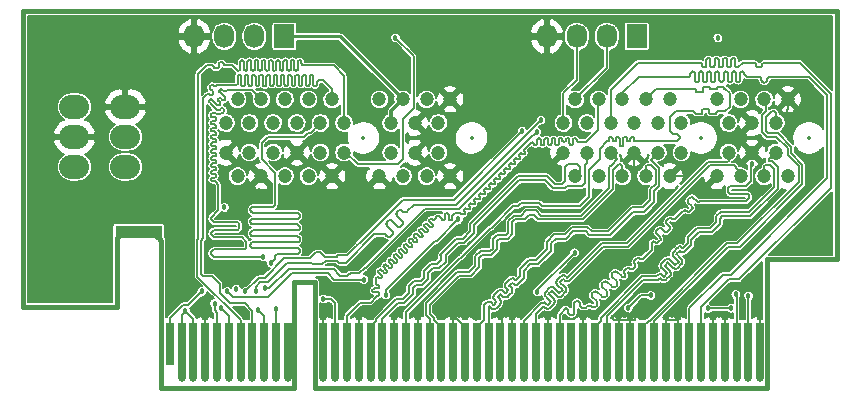
<source format=gbl>
G04 #@! TF.FileFunction,Copper,L4,Bot,Signal*
%FSLAX46Y46*%
G04 Gerber Fmt 4.6, Leading zero omitted, Abs format (unit mm)*
G04 Created by KiCad (PCBNEW 4.0.2+e4-6225~38~ubuntu14.04.1-stable) date Mon Aug  1 22:56:21 2016*
%MOMM*%
G01*
G04 APERTURE LIST*
%ADD10C,0.350000*%
%ADD11C,0.381000*%
%ADD12C,1.198880*%
%ADD13R,1.727200X2.032000*%
%ADD14O,1.727200X2.032000*%
%ADD15O,2.540000X2.032000*%
%ADD16R,0.650240X3.599180*%
%ADD17R,0.650240X4.599940*%
%ADD18O,0.650240X0.650240*%
%ADD19R,4.000000X1.000000*%
%ADD20C,0.457200*%
%ADD21C,0.152400*%
%ADD22C,0.254000*%
%ADD23C,0.304800*%
%ADD24C,0.254000*%
%ADD25C,0.350000*%
G04 APERTURE END LIST*
D10*
D11*
X20376000Y-9732000D02*
X18626000Y-9732000D01*
X18626000Y-9732000D02*
X18626000Y-18732000D01*
X20376000Y-18732000D02*
X20376000Y-9732000D01*
X7376000Y-6259360D02*
X7126000Y-6009360D01*
X7376000Y-6302060D02*
X7376000Y-18732000D01*
X-4374000Y13169900D02*
X-4374000Y-11832000D01*
X3601720Y-6070600D02*
X3601720Y-11832000D01*
X3548380Y-11832000D02*
X-4374000Y-11832000D01*
X58623200Y-7832000D02*
X64541400Y-7832000D01*
X64538860Y13169900D02*
X-4374000Y13169900D01*
X64541400Y-7823200D02*
X64541400Y13169900D01*
X18626000Y-18732000D02*
X7376000Y-18732000D01*
X58626000Y-18732000D02*
X20376000Y-18732000D01*
X58626000Y-7832000D02*
X58626000Y-18732000D01*
X7171515Y-6055408D02*
G75*
G03X3641240Y-6024600I-1780275J-1719192D01*
G01*
D12*
X54400660Y-783200D03*
X55401420Y1218320D03*
X56399640Y-783200D03*
X57400400Y1218320D03*
X58401160Y-783200D03*
X59399380Y1218320D03*
X60400140Y-783200D03*
X55401420Y3717680D03*
X57400400Y3717680D03*
X59399380Y3717680D03*
X54400660Y5719200D03*
X56399640Y5719200D03*
X58401160Y5719200D03*
X60400140Y5719200D03*
X51400920Y1218320D03*
X49399400Y1218320D03*
X47400420Y1218320D03*
X45401440Y1218320D03*
X43399920Y1218320D03*
X41400940Y1218320D03*
X42401700Y-783200D03*
X44400680Y-783200D03*
X46399660Y-783200D03*
X48401180Y-783200D03*
X50400160Y-783200D03*
X41400940Y3717680D03*
X42401700Y5719200D03*
X43399920Y3717680D03*
X44400680Y5719200D03*
X45401440Y3717680D03*
X46399660Y5719200D03*
X47400420Y3717680D03*
X48401180Y5719200D03*
X49399400Y3717680D03*
X50400160Y5719200D03*
X51400920Y3717680D03*
X25825660Y-783200D03*
X26826420Y1218320D03*
X27824640Y-783200D03*
X28825400Y1218320D03*
X29826160Y-783200D03*
X30824380Y1218320D03*
X31825140Y-783200D03*
X26826420Y3717680D03*
X28825400Y3717680D03*
X30824380Y3717680D03*
X25825660Y5719200D03*
X27824640Y5719200D03*
X29826160Y5719200D03*
X31825140Y5719200D03*
X22825920Y1218320D03*
X20824400Y1218320D03*
X18825420Y1218320D03*
X16826440Y1218320D03*
X14824920Y1218320D03*
X12825940Y1218320D03*
X13826700Y-783200D03*
X15825680Y-783200D03*
X17824660Y-783200D03*
X19826180Y-783200D03*
X21825160Y-783200D03*
X12825940Y3717680D03*
X13826700Y5719200D03*
X14824920Y3717680D03*
X15825680Y5719200D03*
X16826440Y3717680D03*
X17824660Y5719200D03*
X18825420Y3717680D03*
X19826180Y5719200D03*
X20824400Y3717680D03*
X21825160Y5719200D03*
X22825920Y3717680D03*
D13*
X17780000Y11049000D03*
D14*
X15240000Y11049000D03*
X12700000Y11049000D03*
X10160000Y11049000D03*
D13*
X47625000Y11049000D03*
D14*
X45085000Y11049000D03*
X42545000Y11049000D03*
X40005000Y11049000D03*
D15*
X4318000Y2540000D03*
X4318000Y0D03*
X4318000Y5080000D03*
X0Y2540000D03*
X0Y5080000D03*
X0Y0D03*
D16*
X8075220Y-15030740D03*
D17*
X9075980Y-15531120D03*
X10074200Y-15531120D03*
X11074960Y-15531120D03*
X12075720Y-15531120D03*
X13073940Y-15531120D03*
X14074700Y-15531120D03*
X15075460Y-15531120D03*
X16073680Y-15531120D03*
X17074440Y-15531120D03*
X18075200Y-15531120D03*
X21074940Y-15531120D03*
X22075700Y-15531120D03*
X23073920Y-15531120D03*
X24074680Y-15531120D03*
X25075440Y-15531120D03*
X26073660Y-15531120D03*
X27074820Y-15531120D03*
X28074820Y-15531120D03*
X29074820Y-15531120D03*
X30074820Y-15531120D03*
X31074820Y-15531120D03*
X32074820Y-15531120D03*
X33074820Y-15531120D03*
X34074820Y-15531120D03*
X35074820Y-15531120D03*
X36074820Y-15531120D03*
X37074820Y-15531120D03*
X38074820Y-15531120D03*
X39074820Y-15531120D03*
X40074820Y-15531120D03*
X41074820Y-15531120D03*
X42074820Y-15531120D03*
X43074820Y-15531120D03*
X44074820Y-15531120D03*
X45074820Y-15531120D03*
X46074820Y-15531120D03*
X47074820Y-15531120D03*
X48074820Y-15531120D03*
X49074820Y-15531120D03*
X50074820Y-15531120D03*
X51074820Y-15531120D03*
X52074820Y-15531120D03*
X53074820Y-15531120D03*
X54074820Y-15531120D03*
X55074820Y-15531120D03*
X56074820Y-15531120D03*
X57074820Y-15531120D03*
X58074820Y-15531120D03*
D18*
X9075980Y-17832360D03*
X10074200Y-17832360D03*
X11074960Y-17832360D03*
X12075720Y-17832360D03*
X13073940Y-17832360D03*
X14074700Y-17832360D03*
X15075460Y-17832360D03*
X16073680Y-17832360D03*
X17074440Y-17832360D03*
X18075200Y-17832360D03*
X21074940Y-17832360D03*
X22075700Y-17832360D03*
X23073920Y-17832360D03*
X24074680Y-17832360D03*
X25075440Y-17832360D03*
X26073660Y-17832360D03*
X27074420Y-17832360D03*
X28074820Y-17832360D03*
X29074820Y-17832360D03*
X30074820Y-17832360D03*
X31074820Y-17832360D03*
X32074820Y-17832360D03*
X33074820Y-17832360D03*
X34074820Y-17832360D03*
X35074820Y-17832360D03*
X36074820Y-17832360D03*
X37074820Y-17832360D03*
X38074820Y-17832360D03*
X39074820Y-17832360D03*
X40074820Y-17832360D03*
X41074820Y-17832360D03*
X42074820Y-17832360D03*
X43074820Y-17832360D03*
X44074820Y-17832360D03*
X45074820Y-17832360D03*
X46074820Y-17832360D03*
X47074820Y-17832360D03*
X48074820Y-17832360D03*
X49074820Y-17832360D03*
X50074820Y-17832360D03*
X51074820Y-17832360D03*
X52074820Y-17832360D03*
X53074820Y-17832360D03*
X54074820Y-17832360D03*
X55074820Y-17832360D03*
X56074820Y-17832360D03*
X57074820Y-17832360D03*
X58074820Y-17832360D03*
D19*
X5449820Y-5481120D03*
D20*
X26369712Y-10846534D03*
X24505197Y-9530803D03*
X32512000Y-4445000D03*
X39204929Y-10590678D03*
X42351936Y-7270168D03*
X46886206Y-11949599D03*
X10795000Y-10541000D03*
X53606000Y-11972000D03*
X48806000Y-10872000D03*
X12954000Y-10541000D03*
X55600600Y-11963400D03*
X9398000Y-12192028D03*
X12700000Y-3429000D03*
X17074440Y-12065000D03*
X15570200Y-12115800D03*
X13706313Y-10333290D03*
X25781000Y1016000D03*
X31877000Y3302000D03*
X30607000Y4826000D03*
X60579000Y-6858000D03*
X63373000Y-4191000D03*
X62230000Y-889000D03*
X57912000Y-2032000D03*
X53467000Y-4572000D03*
X53213000Y-6477000D03*
X56134000Y-4699000D03*
X55626000Y-7747000D03*
X53086000Y-9906000D03*
X51181000Y-9398000D03*
X48895000Y-8382000D03*
X47752000Y-6858000D03*
X47752000Y-4572000D03*
X52197000Y-381000D03*
X51308000Y-3175000D03*
X45593000Y-4318000D03*
X42418000Y-2159000D03*
X47117000Y-1651000D03*
X41275000Y-6731000D03*
X38989000Y-9398000D03*
X40513000Y-8001000D03*
X37592000Y-5080000D03*
X38862000Y-7112000D03*
X37465000Y-7874000D03*
X36449000Y-6731000D03*
X35052000Y-4572000D03*
X38878119Y618881D03*
X41021000Y-889000D03*
X34290000Y254000D03*
X31825140Y583140D03*
X29845000Y635000D03*
X30099000Y-1905000D03*
X32512000Y-7239000D03*
X33401000Y-8128000D03*
X30734000Y-6858000D03*
X31242000Y-11303000D03*
X27686000Y-10541000D03*
X23114000Y-10795000D03*
X24384000Y-8001000D03*
X25527000Y-6350000D03*
X20066000Y381000D03*
X27940000Y-1905000D03*
X25781000Y-3937000D03*
X26035000Y-2159000D03*
X23876000Y-254000D03*
X23622000Y-2159000D03*
X24231599Y-5486401D03*
X22733000Y-5715000D03*
X22098000Y-6985000D03*
X20574000Y-6223000D03*
X19685000Y-4572000D03*
X18669000Y-1651000D03*
X19177000Y-3048000D03*
X20828000Y-2413000D03*
X14097000Y-2032000D03*
X15621000Y-2032000D03*
X13335000Y7874000D03*
X11430000Y7620000D03*
X8763000Y7620000D03*
X6350000Y9398000D03*
X6350000Y11684000D03*
X-1143000Y-9398000D03*
X48061870Y-10342869D03*
X47498000Y-12502385D03*
X60325000Y2794000D03*
X33020000Y-10287000D03*
X27202293Y-12507091D03*
X34036000Y-12827000D03*
X43226000Y-12491992D03*
X40556006Y-12312000D03*
X55586000Y-12632000D03*
X51562000Y-12452000D03*
X31776000Y-12262004D03*
X25019000Y-12192000D03*
X57785000Y-12446000D03*
X54610000Y-12446000D03*
X37338000Y-12319000D03*
X29210000Y-12319000D03*
X21615400Y-12573000D03*
X13970000Y-12065000D03*
X10287000Y-12192000D03*
X13716000Y-6477000D03*
X61595000Y10922000D03*
X34544000Y10922000D03*
X39147203Y2965997D03*
X16129000Y-10287000D03*
X14478000Y-10541000D03*
X37916397Y3028403D03*
X11868514Y-11574235D03*
X12385998Y-11912000D03*
X15367000Y-10541000D03*
X39509699Y3975101D03*
X16002000Y-7620000D03*
X21082000Y-11176000D03*
X57352286Y213893D03*
X56007000Y-10795000D03*
X57074820Y-10922000D03*
X16637000Y-8128000D03*
X27178000Y10922000D03*
X54483000Y10922000D03*
D21*
X26369712Y-10418630D02*
X26369712Y-10523245D01*
X30514543Y-6273799D02*
X26369712Y-10418630D01*
X26369712Y-10523245D02*
X26369712Y-10846534D01*
X30683201Y-6273799D02*
X30514543Y-6273799D01*
X32512000Y-4445000D02*
X30683201Y-6273799D01*
X16383000Y-11049000D02*
X18415000Y-9017000D01*
X13462000Y-11049000D02*
X16383000Y-11049000D01*
X24181908Y-9530803D02*
X24505197Y-9530803D01*
X21976803Y-9530803D02*
X24181908Y-9530803D01*
X21463000Y-9017000D02*
X21976803Y-9530803D01*
X18415000Y-9017000D02*
X21463000Y-9017000D01*
X12954000Y-10541000D02*
X13462000Y-11049000D01*
X39204929Y-10417175D02*
X39204929Y-10590678D01*
X42351936Y-7270168D02*
X39204929Y-10417175D01*
X48806000Y-10872000D02*
X47963805Y-10872000D01*
X47114805Y-11721000D02*
X46886206Y-11949599D01*
X47963805Y-10872000D02*
X47114805Y-11721000D01*
X8075220Y-15030740D02*
X8075220Y-12827000D01*
X10795000Y-10541000D02*
X9652000Y-11684000D01*
X9652000Y-11684000D02*
X9218220Y-11684000D01*
X9218220Y-11684000D02*
X8075220Y-12827000D01*
X53614600Y-11963400D02*
X53606000Y-11972000D01*
X55600600Y-11963400D02*
X53614600Y-11963400D01*
X18075200Y-17832360D02*
X18075200Y-15531120D01*
X9075980Y-15531120D02*
X9075980Y-12514020D01*
X9075980Y-12514020D02*
X9398000Y-12192000D01*
X9398000Y-12192000D02*
X10074200Y-12868200D01*
X10074200Y-12868200D02*
X10074200Y-15531120D01*
X9398000Y-12192000D02*
X9398000Y-12192028D01*
X9075980Y-17832360D02*
X9075980Y-15531120D01*
X10074200Y-17832360D02*
X10074200Y-15531120D01*
D22*
X27824640Y5719200D02*
X27808800Y5719200D01*
X27808800Y5719200D02*
X22479000Y11049000D01*
X22479000Y11049000D02*
X17780000Y11049000D01*
D21*
X17074440Y-15531120D02*
X17074440Y-12065000D01*
D23*
X26826420Y3717680D02*
X26826420Y4720980D01*
X26826420Y4720980D02*
X27824640Y5719200D01*
D21*
X16073680Y-15531120D02*
X16073680Y-12619280D01*
X16073680Y-12619280D02*
X15570200Y-12115800D01*
X16073680Y-17832360D02*
X16073680Y-15531120D01*
X17074440Y-17832360D02*
X17074440Y-15531120D01*
X31877000Y3937000D02*
X31877000Y3302000D01*
X30988000Y4826000D02*
X31877000Y3937000D01*
X30607000Y4826000D02*
X30988000Y4826000D01*
X54483000Y-3429000D02*
X57023000Y-3429000D01*
X53467000Y-4445000D02*
X54483000Y-3429000D01*
X53467000Y-4572000D02*
X53467000Y-4445000D01*
X54356000Y-6477000D02*
X53213000Y-6477000D01*
X56134000Y-4699000D02*
X54356000Y-6477000D01*
X55245000Y-7747000D02*
X55626000Y-7747000D01*
X53086000Y-9906000D02*
X55245000Y-7747000D01*
X51794800Y-783200D02*
X52197000Y-381000D01*
X50400160Y-783200D02*
X51794800Y-783200D01*
X47117000Y-2794000D02*
X45593000Y-4318000D01*
X47117000Y-1651000D02*
X47117000Y-2794000D01*
X47400420Y-1367580D02*
X47117000Y-1651000D01*
X47400420Y1218320D02*
X47400420Y-1367580D01*
X40386000Y-8001000D02*
X38989000Y-9398000D01*
X40513000Y-8001000D02*
X40386000Y-8001000D01*
X38862000Y-6350000D02*
X37592000Y-5080000D01*
X38862000Y-6731000D02*
X38862000Y-6350000D01*
X38862000Y-7112000D02*
X38862000Y-6731000D01*
X38227000Y-7112000D02*
X38862000Y-7112000D01*
X37465000Y-7874000D02*
X38227000Y-7112000D01*
X37465000Y-7747000D02*
X37465000Y-7874000D01*
X36449000Y-6731000D02*
X37465000Y-7747000D01*
X40801501Y618881D02*
X38878119Y618881D01*
X41021000Y-254000D02*
X41021000Y-889000D01*
X40801501Y-34501D02*
X41021000Y-254000D01*
X41400940Y1218320D02*
X40801501Y618881D01*
X40801501Y618881D02*
X40801501Y-34501D01*
X33960860Y583140D02*
X34290000Y254000D01*
X31825140Y583140D02*
X33960860Y583140D01*
X30703340Y-1905000D02*
X30099000Y-1905000D01*
X31825140Y-783200D02*
X30703340Y-1905000D01*
X31776000Y-11837000D02*
X31242000Y-11303000D01*
X31776000Y-12262004D02*
X31776000Y-11837000D01*
X24384000Y-7493000D02*
X24384000Y-8001000D01*
X25527000Y-6350000D02*
X24384000Y-7493000D01*
X27686000Y-2159000D02*
X27940000Y-1905000D01*
X26035000Y-2159000D02*
X27686000Y-2159000D01*
X26035000Y-3683000D02*
X25781000Y-3937000D01*
X26035000Y-2159000D02*
X26035000Y-3683000D01*
X23622000Y-2159000D02*
X26035000Y-2159000D01*
X23622000Y-508000D02*
X23876000Y-254000D01*
X23622000Y-2159000D02*
X23622000Y-508000D01*
X23200960Y-2159000D02*
X23622000Y-2159000D01*
X21825160Y-783200D02*
X23200960Y-2159000D01*
X22733000Y-5715000D02*
X22961599Y-5486401D01*
X22961599Y-5486401D02*
X24231599Y-5486401D01*
X22098000Y-6350000D02*
X22733000Y-5715000D01*
X22098000Y-6985000D02*
X22098000Y-6350000D01*
X21336000Y-6223000D02*
X22098000Y-6985000D01*
X20574000Y-6223000D02*
X21336000Y-6223000D01*
X19685000Y-5334000D02*
X20574000Y-6223000D01*
X19685000Y-4572000D02*
X19685000Y-5334000D01*
X18669000Y-2216711D02*
X18669000Y-1651000D01*
X19177000Y-3048000D02*
X19177000Y-2724711D01*
X19177000Y-2724711D02*
X18669000Y-2216711D01*
X19812000Y-2413000D02*
X19177000Y-3048000D01*
X20828000Y-2413000D02*
X19812000Y-2413000D01*
X21225721Y-2015279D02*
X20828000Y-2413000D01*
X21825160Y-783200D02*
X21225721Y-1382639D01*
X21225721Y-1382639D02*
X21225721Y-2015279D01*
X15621000Y-2032000D02*
X14097000Y-2032000D01*
X13081000Y7620000D02*
X13335000Y7874000D01*
X11430000Y7620000D02*
X13081000Y7620000D01*
X24074680Y-15531120D02*
X24074680Y-12723321D01*
X24074680Y-12723321D02*
X24606001Y-12192000D01*
X24606001Y-12192000D02*
X25019000Y-12192000D01*
X51074820Y-12954000D02*
X51074820Y-12453174D01*
X51074820Y-15531120D02*
X51074820Y-12954000D01*
X51074820Y-12954000D02*
X50074820Y-12954000D01*
X50074820Y-15531120D02*
X50074820Y-12954000D01*
X34036000Y-12827000D02*
X34036000Y-11760191D01*
X51075994Y-12452000D02*
X51075994Y-12555096D01*
X50074820Y-13556270D02*
X50074820Y-15531120D01*
X32004599Y-11937401D02*
X33020000Y-10922000D01*
X33020000Y-10922000D02*
X33020000Y-10287000D01*
X31776000Y-12262004D02*
X32004599Y-12033405D01*
X32004599Y-12033405D02*
X32004599Y-11937401D01*
X46228000Y-12954000D02*
X46101000Y-12954000D01*
X46101000Y-12954000D02*
X45720000Y-12954000D01*
X46074820Y-13107180D02*
X46074820Y-12980180D01*
X46074820Y-12980180D02*
X46101000Y-12954000D01*
X45466000Y-12700000D02*
X45823802Y-12342198D01*
X45823802Y-12342198D02*
X45847000Y-12342198D01*
X45720000Y-12954000D02*
X45466000Y-12700000D01*
X47498000Y-12954000D02*
X47498000Y-12502385D01*
X47074820Y-12954000D02*
X47498000Y-12954000D01*
X47371000Y1188900D02*
X47400420Y1218320D01*
X48061870Y-10231130D02*
X48061870Y-10342869D01*
X47617730Y-10571468D02*
X45847000Y-12342198D01*
X47833271Y-10571468D02*
X47617730Y-10571468D01*
X48061870Y-10342869D02*
X47833271Y-10571468D01*
X60325000Y4796324D02*
X60325000Y2794000D01*
X60400140Y5719200D02*
X60400140Y4871464D01*
X60400140Y4871464D02*
X60325000Y4796324D01*
X11074960Y-15531120D02*
X11074960Y-12979960D01*
X11074960Y-12979960D02*
X10287000Y-12192000D01*
X51074820Y-12556270D02*
X51074820Y-12453174D01*
X27074820Y-15531120D02*
X27074820Y-12634564D01*
X27074820Y-12634564D02*
X27202293Y-12507091D01*
X51074820Y-12453174D02*
X51075994Y-12452000D01*
X51075994Y-12452000D02*
X51562000Y-12452000D01*
X58074820Y-15531120D02*
X58074820Y-12735820D01*
X58074820Y-12735820D02*
X57785000Y-12446000D01*
X11074960Y-17832360D02*
X11074960Y-15531120D01*
X21074940Y-17832360D02*
X21074940Y-15531120D01*
X24074680Y-17832360D02*
X24074680Y-15531120D01*
X27074420Y-17832360D02*
X27074420Y-15531520D01*
X27074420Y-15531520D02*
X27074820Y-15531120D01*
X29074820Y-15531120D02*
X29074820Y-17832360D01*
X32074820Y-17832360D02*
X32074820Y-15531120D01*
X33074820Y-17832360D02*
X33074820Y-15531120D01*
X36074820Y-17832360D02*
X36074820Y-15531120D01*
X37074820Y-17832360D02*
X37074820Y-15531120D01*
X40074820Y-17832360D02*
X40074820Y-15531120D01*
X43074820Y-17832360D02*
X43074820Y-15531120D01*
X46074820Y-17832360D02*
X46074820Y-15531120D01*
X47074820Y-17832360D02*
X47074820Y-15531120D01*
X50074820Y-17832360D02*
X50074820Y-15531120D01*
X51074820Y-17832360D02*
X51074820Y-15531120D01*
X54074820Y-17832360D02*
X54074820Y-15531120D01*
X55074820Y-17832360D02*
X55074820Y-15531120D01*
X58074820Y-17832360D02*
X58074820Y-15531120D01*
X43074820Y-15531120D02*
X43074820Y-12643172D01*
X43074820Y-12643172D02*
X43226000Y-12491992D01*
X40327407Y-12540599D02*
X40556006Y-12312000D01*
X40074820Y-15531120D02*
X40074820Y-12793186D01*
X40074820Y-12793186D02*
X40327407Y-12540599D01*
X32074820Y-12560824D02*
X32004599Y-12490603D01*
X33074820Y-15531120D02*
X33074820Y-13556270D01*
X31780554Y-12262004D02*
X31776000Y-12262004D01*
X33074820Y-13556270D02*
X31780554Y-12262004D01*
X32004599Y-12490603D02*
X31776000Y-12262004D01*
X32074820Y-15531120D02*
X32074820Y-12560824D01*
X47074820Y-12954000D02*
X47074820Y-15531120D01*
X46228000Y-12954000D02*
X47074820Y-12954000D01*
X54102000Y-15503940D02*
X54102000Y-12954000D01*
X54102000Y-12954000D02*
X54610000Y-12446000D01*
X55118000Y-15487940D02*
X55118000Y-12954000D01*
X55118000Y-12954000D02*
X54610000Y-12446000D01*
X47074820Y-15531120D02*
X46990000Y-15446300D01*
X46074820Y-15531120D02*
X46074820Y-13107180D01*
X36074820Y-15531120D02*
X36195000Y-15410940D01*
X36195000Y-15410940D02*
X36195000Y-12827000D01*
X36195000Y-12827000D02*
X36449000Y-12573000D01*
X37338000Y-12319000D02*
X37084000Y-12573000D01*
X37084000Y-12573000D02*
X36449000Y-12573000D01*
X36074820Y-15531120D02*
X36068000Y-15524300D01*
X37074820Y-15531120D02*
X37084000Y-15521940D01*
X37084000Y-15521940D02*
X37084000Y-12573000D01*
X29074820Y-15531120D02*
X29083000Y-15522940D01*
X29083000Y-15522940D02*
X29083000Y-12446000D01*
X29083000Y-12446000D02*
X29210000Y-12319000D01*
X21074940Y-15531120D02*
X21082000Y-15524060D01*
X21082000Y-15524060D02*
X21082000Y-12573000D01*
X21082000Y-12573000D02*
X21615400Y-12573000D01*
X11074960Y-15531120D02*
X11049000Y-15505160D01*
X4413000Y4985000D02*
X4445000Y4953000D01*
X39147203Y2965997D02*
X38918604Y2737398D01*
X38918604Y2737398D02*
X38805398Y2737398D01*
X24130000Y-9017000D02*
X23353876Y-9017000D01*
X38805398Y2737398D02*
X32537400Y-3530600D01*
X23353876Y-9017000D02*
X23295033Y-9023630D01*
X32537400Y-3530600D02*
X29666466Y-3530600D01*
X24682279Y-8514787D02*
X24632213Y-8514787D01*
X23295033Y-9023630D02*
X23239140Y-9043187D01*
X29666466Y-3530600D02*
X24682279Y-8514787D01*
X24632213Y-8514787D02*
X24130000Y-9017000D01*
X22431745Y-9116563D02*
X21971000Y-8655818D01*
X23239140Y-9043187D02*
X23189001Y-9074692D01*
X23147130Y-9116563D02*
X23115625Y-9166702D01*
X23096068Y-9222595D02*
X22482807Y-9222595D01*
X23189001Y-9074692D02*
X23147130Y-9116563D01*
X23115625Y-9166702D02*
X23096068Y-9222595D01*
X22482807Y-9222595D02*
X22463250Y-9166702D01*
X22463250Y-9166702D02*
X22431745Y-9116563D01*
X21971000Y-8655818D02*
X21971000Y-8636000D01*
X21971000Y-8636000D02*
X18161000Y-8636000D01*
X18161000Y-8636000D02*
X16510000Y-10287000D01*
X16510000Y-10287000D02*
X16129000Y-10287000D01*
X14478000Y-10541000D02*
X15621000Y-9398000D01*
X16129000Y-9398000D02*
X17780000Y-7747000D01*
X15621000Y-9398000D02*
X16129000Y-9398000D01*
X17780000Y-7747000D02*
X19939000Y-7747000D01*
X19939000Y-7747000D02*
X20447000Y-7239000D01*
X20447000Y-7239000D02*
X20828000Y-7239000D01*
X20828000Y-7239000D02*
X21209743Y-7620743D01*
X27813000Y-2768600D02*
X32119394Y-2768600D01*
X21209743Y-7620743D02*
X22225000Y-7620743D01*
X22225000Y-7620743D02*
X22225000Y-7493000D01*
X22225000Y-7493000D02*
X23088600Y-7493000D01*
X23850600Y-6731000D02*
X23850604Y-6731000D01*
X23088600Y-7493000D02*
X23850600Y-6731000D01*
X23850604Y-6731000D02*
X24245367Y-6336233D01*
X24245367Y-6336233D02*
X27813000Y-2768600D01*
X32119394Y-2768600D02*
X37916397Y3028403D01*
X12075720Y-17832360D02*
X12075720Y-15531120D01*
X12075720Y-12348380D02*
X11868514Y-12141174D01*
X12075720Y-15531120D02*
X12075720Y-12348380D01*
X11868514Y-12141174D02*
X11868514Y-11897524D01*
X11868514Y-11897524D02*
X11868514Y-11574235D01*
X26501289Y-4611336D02*
X26517589Y-4595037D01*
X15367000Y-10541000D02*
X15367000Y-10160000D01*
X28131543Y-3786787D02*
X28182048Y-3746510D01*
X26359879Y-5779615D02*
X26413036Y-5805214D01*
X26505290Y-5878785D02*
X26558447Y-5904384D01*
X27815616Y-4776863D02*
X27815616Y-4717864D01*
X27589165Y-5047708D02*
X27642322Y-5022109D01*
X26461013Y-4661840D02*
X26501289Y-4611336D01*
X27882787Y-3814816D02*
X27945765Y-3829190D01*
X15367000Y-10160000D02*
X15748000Y-9779000D01*
X26753870Y-4512359D02*
X26816849Y-4526733D01*
X26883426Y-5790345D02*
X26920211Y-5744218D01*
X15748000Y-9779000D02*
X16383000Y-9779000D01*
X26883426Y-5417735D02*
X26697121Y-5231430D01*
X26689272Y-4512359D02*
X26753870Y-4512359D01*
X22225000Y-7925554D02*
X22427446Y-8128000D01*
X16383000Y-9779000D02*
X18034000Y-8128000D01*
X27665376Y-3678206D02*
X27723576Y-3706235D01*
X26958939Y-5574541D02*
X26945810Y-5517020D01*
X18034000Y-8128000D02*
X20066000Y-8128000D01*
X20193000Y-8255000D02*
X20955000Y-8255000D01*
X20066000Y-8128000D02*
X20193000Y-8255000D01*
X21284446Y-7925554D02*
X22225000Y-7925554D01*
X26626295Y-4526733D02*
X26689272Y-4512359D01*
X20955000Y-8255000D02*
X21284446Y-7925554D01*
X22427446Y-8128000D02*
X22987000Y-8128000D01*
X27267137Y-3934492D02*
X27281513Y-3871513D01*
X22987000Y-8128000D02*
X25400000Y-5715000D01*
X25400000Y-5715000D02*
X26295264Y-5715000D01*
X26418610Y-4847617D02*
X26418610Y-4783019D01*
X26295264Y-5715000D02*
X26359879Y-5779615D01*
X26517589Y-4595037D02*
X26568093Y-4554762D01*
X26413036Y-5805214D02*
X26505290Y-5878785D01*
X27349817Y-4170773D02*
X27309540Y-4120269D01*
X26558447Y-5904384D02*
X26615968Y-5917513D01*
X27474822Y-3678206D02*
X27537799Y-3663832D01*
X26615968Y-5917513D02*
X26674967Y-5917513D01*
X26945810Y-5691061D02*
X26958939Y-5633540D01*
X26697121Y-5231430D02*
X26705272Y-5223282D01*
X27688449Y-4985323D02*
X27740103Y-4933668D01*
X26674967Y-5917513D02*
X26732488Y-5904384D01*
X26732488Y-5904384D02*
X26785645Y-5878785D01*
X26920211Y-5463863D02*
X26883426Y-5417735D01*
X26785645Y-5878785D02*
X26831772Y-5842000D01*
X26831772Y-5842000D02*
X26883426Y-5790345D01*
X26920211Y-5744218D02*
X26945810Y-5691061D01*
X26816849Y-4526733D02*
X26875049Y-4554762D01*
X26958939Y-5633540D02*
X26958939Y-5574541D01*
X27774082Y-3746510D02*
X27824587Y-3786787D01*
X26945810Y-5517020D02*
X26920211Y-5463863D01*
X27267137Y-3999090D02*
X27267137Y-3934492D01*
X26705272Y-5223282D02*
X26501290Y-5019300D01*
X26501290Y-5019300D02*
X26461013Y-4968796D01*
X26432986Y-4910594D02*
X26418610Y-4847617D01*
X26461013Y-4968796D02*
X26432986Y-4910594D01*
X27472645Y-5060837D02*
X27531644Y-5060837D01*
X26418610Y-4783019D02*
X26432986Y-4720040D01*
X26432986Y-4720040D02*
X26461013Y-4661840D01*
X27945765Y-3829190D02*
X28010363Y-3829190D01*
X27642322Y-5022109D02*
X27688449Y-4985323D01*
X26568093Y-4554762D02*
X26626295Y-4526733D01*
X27802487Y-4834384D02*
X27815616Y-4776863D01*
X26875049Y-4554762D02*
X26925555Y-4595037D01*
X26925555Y-4595037D02*
X27315839Y-4985323D01*
X27315839Y-4985323D02*
X27361967Y-5022109D01*
X27361967Y-5022109D02*
X27415124Y-5047708D01*
X27415124Y-5047708D02*
X27472645Y-5060837D01*
X27531644Y-5060837D02*
X27589165Y-5047708D01*
X27723576Y-3706235D02*
X27774082Y-3746510D01*
X28073341Y-3814816D02*
X28131543Y-3786787D01*
X27815616Y-4717864D02*
X27802487Y-4660343D01*
X27740103Y-4933668D02*
X27776888Y-4887541D01*
X27776888Y-4887541D02*
X27802487Y-4834384D01*
X27537799Y-3663832D02*
X27602397Y-3663832D01*
X27802487Y-4660343D02*
X27776888Y-4607186D01*
X27776888Y-4607186D02*
X27740103Y-4561058D01*
X27740103Y-4561058D02*
X27349817Y-4170773D01*
X27309540Y-4120269D02*
X27281513Y-4062067D01*
X27281513Y-4062067D02*
X27267137Y-3999090D01*
X27281513Y-3871513D02*
X27309540Y-3813313D01*
X27309540Y-3813313D02*
X27349816Y-3762809D01*
X27349816Y-3762809D02*
X27366116Y-3746510D01*
X27366116Y-3746510D02*
X27416620Y-3706235D01*
X32334198Y-3200400D02*
X39509699Y3975101D01*
X27416620Y-3706235D02*
X27474822Y-3678206D01*
X27602397Y-3663832D02*
X27665376Y-3678206D01*
X27824587Y-3786787D02*
X27882787Y-3814816D01*
X28010363Y-3829190D02*
X28073341Y-3814816D01*
X28182048Y-3746510D02*
X28728154Y-3200400D01*
X28728154Y-3200400D02*
X32334198Y-3200400D01*
X13073940Y-17832360D02*
X13073940Y-15531120D01*
X12614597Y-12140599D02*
X12385998Y-11912000D01*
X13075920Y-12601922D02*
X12614597Y-12140599D01*
X13075920Y-15537180D02*
X13075920Y-12601922D01*
X19261048Y8667980D02*
X19285180Y8643848D01*
X14960600Y8904898D02*
X14960600Y8316302D01*
X18328492Y8971021D02*
X18346648Y8999917D01*
X18008600Y8316302D02*
X18012420Y8282390D01*
X22825920Y4565416D02*
X22825920Y3717680D01*
X18675580Y8197151D02*
X18704476Y8178995D01*
X18012420Y8282390D02*
X18023692Y8250179D01*
X19380200Y8610600D02*
X21945600Y8610600D01*
X15512819Y9024049D02*
X15536951Y8999917D01*
X18938092Y8971021D02*
X18956248Y8999917D01*
X17399000Y8316302D02*
X17402820Y8282390D01*
X17890112Y9053477D02*
X17922323Y9042205D01*
X17094200Y8316302D02*
X17094200Y8904898D01*
X18651448Y8221283D02*
X18675580Y8197151D01*
X19346287Y8614420D02*
X19380200Y8610600D01*
X15841751Y8221283D02*
X15859907Y8250179D01*
X17060951Y8221283D02*
X17079107Y8250179D01*
X19223979Y8938810D02*
X19227800Y8904898D01*
X18956248Y8999917D02*
X18980380Y9024049D01*
X18907907Y8250179D02*
X18919179Y8282390D01*
X14689048Y8999917D02*
X14713180Y9024049D01*
X19194551Y8999917D02*
X19212707Y8971021D01*
X15871179Y8282390D02*
X15875000Y8316302D01*
X14354820Y8282390D02*
X14366092Y8250179D01*
X12661775Y8658533D02*
X12681933Y8638375D01*
X18256019Y8197151D02*
X18280151Y8221283D01*
X18127087Y8167723D02*
X18161000Y8163902D01*
X18923000Y8904898D02*
X18926820Y8938810D01*
X19212707Y8971021D02*
X19223979Y8938810D01*
X19170419Y9024049D02*
X19194551Y8999917D01*
X14264723Y9042205D02*
X14293619Y9024049D01*
X18770600Y8163902D02*
X18804512Y8167723D01*
X14742076Y9042205D02*
X14774287Y9053477D01*
X17737048Y8999917D02*
X17761180Y9024049D01*
X18865619Y8197151D02*
X18889751Y8221283D01*
X17395179Y8938810D02*
X17399000Y8904898D01*
X19141523Y9042205D02*
X19170419Y9024049D01*
X14569523Y8178995D02*
X14598419Y8197151D01*
X12234000Y8610600D02*
X12234000Y8737911D01*
X18161000Y8163902D02*
X18194912Y8167723D01*
X18560819Y9024049D02*
X18584951Y8999917D01*
X16670912Y9053477D02*
X16703123Y9042205D01*
X17951219Y9024049D02*
X17975351Y8999917D01*
X19109312Y9053477D02*
X19141523Y9042205D01*
X18065980Y8197151D02*
X18094876Y8178995D01*
X18919179Y8282390D02*
X18923000Y8316302D01*
X15817619Y8197151D02*
X15841751Y8221283D01*
X18633292Y8250179D02*
X18651448Y8221283D01*
X17856200Y9057298D02*
X17890112Y9053477D01*
X16469507Y8250179D02*
X16480779Y8282390D01*
X17699979Y8282390D02*
X17703800Y8316302D01*
X18618200Y8904898D02*
X18618200Y8316302D01*
X12306072Y8852614D02*
X12332981Y8862030D01*
X11712329Y8607409D02*
X11739238Y8597993D01*
X18603107Y8971021D02*
X18614379Y8938810D01*
X19009276Y9042205D02*
X19041487Y9053477D01*
X15603448Y8221283D02*
X15627580Y8197151D01*
X14956779Y8938810D02*
X14960600Y8904898D01*
X18584951Y8999917D02*
X18603107Y8971021D01*
X18531923Y9042205D02*
X18560819Y9024049D01*
X17922323Y9042205D02*
X17951219Y9024049D01*
X18370780Y9024049D02*
X18399676Y9042205D01*
X15417800Y9057298D02*
X15451712Y9053477D01*
X16398323Y8178995D02*
X16427219Y8197151D01*
X14651979Y8282390D02*
X14655800Y8316302D01*
X18499712Y9053477D02*
X18531923Y9042205D01*
X10464800Y-6080475D02*
X10464800Y7874000D01*
X18280151Y8221283D02*
X18298307Y8250179D01*
X18041848Y8221283D02*
X18065980Y8197151D01*
X18313400Y8904898D02*
X18317220Y8938810D01*
X11814502Y8454960D02*
X11823918Y8428051D01*
X18008600Y8904898D02*
X18008600Y8316302D01*
X16179800Y8316302D02*
X16183620Y8282390D01*
X18309579Y8282390D02*
X18313400Y8316302D01*
X18399676Y9042205D02*
X18431887Y9053477D01*
X13798780Y8197151D02*
X13827676Y8178995D01*
X18227123Y8178995D02*
X18256019Y8197151D01*
X18194912Y8167723D02*
X18227123Y8178995D01*
X18004779Y8938810D02*
X18008600Y8904898D01*
X18431887Y9053477D02*
X18465800Y9057298D01*
X12211311Y8610600D02*
X12234000Y8610600D01*
X17975351Y8999917D02*
X17993507Y8971021D01*
X16298287Y8167723D02*
X16332200Y8163902D01*
X14927351Y8999917D02*
X14945507Y8971021D01*
X17761180Y9024049D02*
X17790076Y9042205D01*
X17718892Y8971021D02*
X17737048Y8999917D01*
X15875000Y8316302D02*
X15875000Y8904898D01*
X17414092Y8250179D02*
X17432248Y8221283D01*
X17707620Y8938810D02*
X17718892Y8971021D01*
X16732019Y9024049D02*
X16756151Y8999917D01*
X17670551Y8221283D02*
X17688707Y8250179D01*
X17551400Y8163902D02*
X17585312Y8167723D01*
X15878820Y8938810D02*
X15890092Y8971021D01*
X14622551Y8221283D02*
X14640707Y8250179D01*
X17432248Y8221283D02*
X17456380Y8197151D01*
X17402820Y8282390D02*
X17414092Y8250179D01*
X16451351Y8221283D02*
X16469507Y8250179D01*
X10464800Y7874000D02*
X11201400Y8610600D01*
X16484600Y8316302D02*
X16484600Y8904898D01*
X17456380Y8197151D02*
X17485276Y8178995D01*
X17312723Y9042205D02*
X17341619Y9024049D01*
X17822287Y9053477D02*
X17856200Y9057298D01*
X10417521Y-9286861D02*
X10417521Y-6127754D01*
X14437276Y8178995D02*
X14469487Y8167723D01*
X12706072Y8623207D02*
X12732981Y8613791D01*
X17280512Y9053477D02*
X17312723Y9042205D01*
X17151580Y9024049D02*
X17180476Y9042205D01*
X17098020Y8938810D02*
X17109292Y8971021D01*
X16804492Y8250179D02*
X16822648Y8221283D01*
X17090379Y8282390D02*
X17094200Y8316302D01*
X15859907Y8250179D02*
X15871179Y8282390D01*
X16907887Y8167723D02*
X16941800Y8163902D01*
X16975712Y8167723D02*
X17007923Y8178995D01*
X16941800Y8163902D02*
X16975712Y8167723D01*
X18618200Y8316302D02*
X18622020Y8282390D01*
X12630808Y8766240D02*
X12637191Y8709581D01*
X16122419Y9024049D02*
X16146551Y8999917D01*
X16266076Y8178995D02*
X16298287Y8167723D01*
X17094200Y8904898D02*
X17098020Y8938810D01*
X16499692Y8971021D02*
X16517848Y8999917D01*
X16484600Y8904898D02*
X16488420Y8938810D01*
X16875676Y8178995D02*
X16907887Y8167723D01*
X16822648Y8221283D02*
X16846780Y8197151D01*
X16789400Y8316302D02*
X16793220Y8282390D01*
X15627580Y8197151D02*
X15656476Y8178995D01*
X16789400Y8904898D02*
X16789400Y8316302D01*
X16541980Y9024049D02*
X16570876Y9042205D01*
X16774307Y8971021D02*
X16785579Y8938810D01*
X16703123Y9042205D02*
X16732019Y9024049D01*
X16603087Y9053477D02*
X16637000Y9057298D01*
X17212687Y9053477D02*
X17246600Y9057298D01*
X16164707Y8971021D02*
X16175979Y8938810D01*
X18736687Y8167723D02*
X18770600Y8163902D01*
X16517848Y8999917D02*
X16541980Y9024049D01*
X16488420Y8938810D02*
X16499692Y8971021D01*
X16480779Y8282390D02*
X16484600Y8316302D01*
X16427219Y8197151D02*
X16451351Y8221283D01*
X14132476Y9042205D02*
X14164687Y9053477D01*
X16213048Y8221283D02*
X16237180Y8197151D01*
X16194892Y8250179D02*
X16213048Y8221283D01*
X17007923Y8178995D02*
X17036819Y8197151D01*
X16183620Y8282390D02*
X16194892Y8250179D01*
X18622020Y8282390D02*
X18633292Y8250179D01*
X16175979Y8938810D02*
X16179800Y8904898D01*
X16061312Y9053477D02*
X16093523Y9042205D01*
X15932380Y9024049D02*
X15961276Y9042205D01*
X16093523Y9042205D02*
X16122419Y9024049D01*
X15908248Y8999917D02*
X15932380Y9024049D01*
X15788723Y8178995D02*
X15817619Y8197151D01*
X15585292Y8250179D02*
X15603448Y8221283D01*
X15351676Y9042205D02*
X15383887Y9053477D01*
X15570200Y8316302D02*
X15574020Y8282390D01*
X15570200Y8904898D02*
X15570200Y8316302D01*
X14031107Y8250179D02*
X14042379Y8282390D01*
X15555107Y8971021D02*
X15566379Y8938810D01*
X15536951Y8999917D02*
X15555107Y8971021D01*
X12183535Y8403912D02*
X12198703Y8428051D01*
X15483923Y9042205D02*
X15512819Y9024049D01*
X15451712Y9053477D02*
X15483923Y9042205D01*
X15688687Y8167723D02*
X15722600Y8163902D01*
X18923000Y8316302D02*
X18923000Y8904898D01*
X15383887Y9053477D02*
X15417800Y9057298D01*
X15322780Y9024049D02*
X15351676Y9042205D01*
X15298648Y8999917D02*
X15322780Y9024049D01*
X15269220Y8938810D02*
X15280492Y8971021D01*
X12732981Y8613791D02*
X12761311Y8610600D01*
X15265400Y8316302D02*
X15265400Y8904898D01*
X19314076Y8625692D02*
X19346287Y8614420D01*
X15208019Y8197151D02*
X15232151Y8221283D01*
X15179123Y8178995D02*
X15208019Y8197151D01*
X15113000Y8163902D02*
X15146912Y8167723D01*
X15046876Y8178995D02*
X15079087Y8167723D01*
X15017980Y8197151D02*
X15046876Y8178995D01*
X16179800Y8904898D02*
X16179800Y8316302D01*
X14964420Y8282390D02*
X14975692Y8250179D01*
X14960600Y8316302D02*
X14964420Y8282390D01*
X14903219Y9024049D02*
X14927351Y8999917D01*
X14874323Y9042205D02*
X14903219Y9024049D01*
X14808200Y9057298D02*
X14842112Y9053477D01*
X14670892Y8971021D02*
X14689048Y8999917D01*
X14659620Y8938810D02*
X14670892Y8971021D01*
X14655800Y8316302D02*
X14655800Y8904898D01*
X14640707Y8250179D02*
X14651979Y8282390D01*
X14503400Y8163902D02*
X14537312Y8167723D01*
X16146551Y8999917D02*
X16164707Y8971021D01*
X12535018Y8862030D02*
X12561927Y8852614D01*
X14469487Y8167723D02*
X14503400Y8163902D01*
X14408380Y8197151D02*
X14437276Y8178995D01*
X14384248Y8221283D02*
X14408380Y8197151D01*
X17703800Y8316302D02*
X17703800Y8904898D01*
X14366092Y8250179D02*
X14384248Y8221283D01*
X11823918Y8428051D02*
X11839086Y8403912D01*
X14351000Y8316302D02*
X14354820Y8282390D01*
X14351000Y8904898D02*
X14351000Y8316302D01*
X14347179Y8938810D02*
X14351000Y8904898D01*
X11808119Y8511619D02*
X11814502Y8454960D01*
X14335907Y8971021D02*
X14347179Y8938810D01*
X15250307Y8250179D02*
X15261579Y8282390D01*
X14293619Y9024049D02*
X14317751Y8999917D01*
X14232512Y9053477D02*
X14264723Y9042205D01*
X18094876Y8178995D02*
X18127087Y8167723D01*
X14198600Y9057298D02*
X14232512Y9053477D01*
X14164687Y9053477D02*
X14198600Y9057298D01*
X14061292Y8971021D02*
X14079448Y8999917D01*
X14050020Y8938810D02*
X14061292Y8971021D01*
X14046200Y8904898D02*
X14050020Y8938810D01*
X14042379Y8282390D02*
X14046200Y8316302D01*
X18889751Y8221283D02*
X18907907Y8250179D01*
X14046200Y8316302D02*
X14046200Y8904898D01*
X17341619Y9024049D02*
X17365751Y8999917D01*
X21945600Y8610600D02*
X22825920Y7730280D01*
X13988819Y8197151D02*
X14012951Y8221283D01*
X13959923Y8178995D02*
X13988819Y8197151D01*
X13927712Y8167723D02*
X13959923Y8178995D01*
X12281933Y8837446D02*
X12306072Y8852614D01*
X13893800Y8163902D02*
X13927712Y8167723D01*
X13859887Y8167723D02*
X13893800Y8163902D01*
X13827676Y8178995D02*
X13859887Y8167723D01*
X13385331Y8610600D02*
X13798780Y8197151D01*
X12761311Y8610600D02*
X13385331Y8610600D01*
X18926820Y8938810D02*
X18938092Y8971021D01*
X12246607Y8793149D02*
X12261775Y8817288D01*
X12681933Y8638375D02*
X12706072Y8623207D01*
X12621392Y8793149D02*
X12630808Y8766240D01*
X12561927Y8852614D02*
X12586066Y8837446D01*
X12361311Y8865222D02*
X12506689Y8865222D01*
X16637000Y9057298D02*
X16670912Y9053477D01*
X12332981Y8862030D02*
X12361311Y8865222D01*
X12261775Y8817288D02*
X12281933Y8837446D01*
X19231620Y8729087D02*
X19242892Y8696876D01*
X12237191Y8766240D02*
X12246607Y8793149D01*
X12211311Y8483289D02*
X12211311Y8610600D01*
X12208119Y8454960D02*
X12211311Y8483289D01*
X12198703Y8428051D02*
X12208119Y8454960D01*
X17383907Y8971021D02*
X17395179Y8938810D01*
X12506689Y8865222D02*
X12535018Y8862030D01*
X12163377Y8383754D02*
X12183535Y8403912D01*
X15232151Y8221283D02*
X15250307Y8250179D01*
X14774287Y9053477D02*
X14808200Y9057298D01*
X12139238Y8368586D02*
X12163377Y8383754D01*
X17703800Y8904898D02*
X17707620Y8938810D01*
X17180476Y9042205D02*
X17212687Y9053477D01*
X17993507Y8971021D02*
X18004779Y8938810D01*
X11938622Y8355978D02*
X12084000Y8355978D01*
X11910292Y8359170D02*
X11938622Y8355978D01*
X11859244Y8383754D02*
X11883383Y8368586D01*
X11839086Y8403912D02*
X11859244Y8383754D01*
X11798703Y8538528D02*
X11808119Y8511619D01*
X11783535Y8562667D02*
X11798703Y8538528D01*
X11763377Y8582825D02*
X11783535Y8562667D01*
X11684000Y8610600D02*
X11712329Y8607409D01*
X10417521Y-6127754D02*
X10464800Y-6080475D01*
X14076680Y-15537180D02*
X14076680Y-12946020D01*
X18804512Y8167723D02*
X18836723Y8178995D01*
X14079448Y8999917D02*
X14103580Y9024049D01*
X19242892Y8696876D02*
X19261048Y8667980D01*
X14076680Y-12946020D02*
X10417521Y-9286861D01*
X14598419Y8197151D02*
X14622551Y8221283D01*
X16332200Y8163902D02*
X16366112Y8167723D01*
X19285180Y8643848D02*
X19314076Y8625692D01*
X17036819Y8197151D02*
X17060951Y8221283D01*
X19227800Y8763000D02*
X19231620Y8729087D01*
X17079107Y8250179D02*
X17090379Y8282390D01*
X18614379Y8938810D02*
X18618200Y8904898D01*
X15875000Y8904898D02*
X15878820Y8938810D01*
X12637191Y8709581D02*
X12646607Y8682672D01*
X18298307Y8250179D02*
X18309579Y8282390D01*
X18346648Y8999917D02*
X18370780Y9024049D01*
X17246600Y9057298D02*
X17280512Y9053477D01*
X12112329Y8359170D02*
X12139238Y8368586D01*
X17790076Y9042205D02*
X17822287Y9053477D01*
X11883383Y8368586D02*
X11910292Y8359170D01*
X17646419Y8197151D02*
X17670551Y8221283D01*
X18836723Y8178995D02*
X18865619Y8197151D01*
X15756512Y8167723D02*
X15788723Y8178995D01*
X15993487Y9053477D02*
X16027400Y9057298D01*
X17399000Y8904898D02*
X17399000Y8316302D01*
X15079087Y8167723D02*
X15113000Y8163902D01*
X12646607Y8682672D02*
X12661775Y8658533D01*
X14975692Y8250179D02*
X14993848Y8221283D01*
X16793220Y8282390D02*
X16804492Y8250179D01*
X17127448Y8999917D02*
X17151580Y9024049D01*
X17617523Y8178995D02*
X17646419Y8197151D01*
X22825920Y7730280D02*
X22825920Y4565416D01*
X16785579Y8938810D02*
X16789400Y8904898D01*
X19227800Y8904898D02*
X19227800Y8763000D01*
X15265400Y8904898D02*
X15269220Y8938810D01*
X15574020Y8282390D02*
X15585292Y8250179D01*
X16366112Y8167723D02*
X16398323Y8178995D01*
X12084000Y8355978D02*
X12112329Y8359170D01*
X14655800Y8904898D02*
X14659620Y8938810D01*
X15280492Y8971021D02*
X15298648Y8999917D01*
X19075400Y9057298D02*
X19109312Y9053477D01*
X12606224Y8817288D02*
X12621392Y8793149D01*
X14993848Y8221283D02*
X15017980Y8197151D01*
X17109292Y8971021D02*
X17127448Y8999917D01*
X15722600Y8163902D02*
X15756512Y8167723D01*
X18465800Y9057298D02*
X18499712Y9053477D01*
X15961276Y9042205D02*
X15993487Y9053477D01*
X19041487Y9053477D02*
X19075400Y9057298D01*
X11739238Y8597993D02*
X11763377Y8582825D01*
X18023692Y8250179D02*
X18041848Y8221283D01*
X17485276Y8178995D02*
X17517487Y8167723D01*
X17517487Y8167723D02*
X17551400Y8163902D01*
X11201400Y8610600D02*
X11684000Y8610600D01*
X12234000Y8737911D02*
X12237191Y8766240D01*
X14713180Y9024049D02*
X14742076Y9042205D01*
X14945507Y8971021D02*
X14956779Y8938810D01*
X15146912Y8167723D02*
X15179123Y8178995D01*
X14537312Y8167723D02*
X14569523Y8178995D01*
X15261579Y8282390D02*
X15265400Y8316302D01*
X14317751Y8999917D02*
X14335907Y8971021D01*
X16570876Y9042205D02*
X16603087Y9053477D01*
X15656476Y8178995D02*
X15688687Y8167723D01*
X18980380Y9024049D02*
X19009276Y9042205D01*
X18704476Y8178995D02*
X18736687Y8167723D01*
X14842112Y9053477D02*
X14874323Y9042205D01*
X14012951Y8221283D02*
X14031107Y8250179D01*
X15566379Y8938810D02*
X15570200Y8904898D01*
X15890092Y8971021D02*
X15908248Y8999917D01*
X17365751Y8999917D02*
X17383907Y8971021D01*
X16027400Y9057298D02*
X16061312Y9053477D01*
X12586066Y8837446D02*
X12606224Y8817288D01*
X18313400Y8316302D02*
X18313400Y8904898D01*
X17585312Y8167723D02*
X17617523Y8178995D01*
X14103580Y9024049D02*
X14132476Y9042205D01*
X18317220Y8938810D02*
X18328492Y8971021D01*
X16237180Y8197151D02*
X16266076Y8178995D01*
X16756151Y8999917D02*
X16774307Y8971021D01*
X17688707Y8250179D02*
X17699979Y8282390D01*
X16846780Y8197151D02*
X16875676Y8178995D01*
X14074700Y-17832360D02*
X14074700Y-15531120D01*
X15075460Y-15531120D02*
X15075460Y-12154460D01*
X14732000Y7667274D02*
X14732000Y7033742D01*
X14732000Y7033742D02*
X14735820Y6999830D01*
X16647076Y6896435D02*
X16679287Y6885163D01*
X11243036Y6157715D02*
X11273298Y6172288D01*
X15036800Y7667274D02*
X15040620Y7701186D01*
X19032448Y6938723D02*
X19056580Y6914591D01*
X16259820Y7701186D02*
X16271092Y7733397D01*
X11339634Y6179762D02*
X11372382Y6172289D01*
X15003551Y6938723D02*
X15021707Y6967619D01*
X14478000Y-11557000D02*
X13208000Y-11557000D01*
X15075460Y-12154460D02*
X14478000Y-11557000D01*
X13208000Y-11557000D02*
X12319000Y-10668000D01*
X14579600Y7819674D02*
X14613512Y7815853D01*
X20508107Y6917619D02*
X20519379Y6949830D01*
X11871728Y6871601D02*
X11905317Y6871601D01*
X11402644Y6157714D02*
X11428906Y6136773D01*
X14716907Y7733397D02*
X14728179Y7701186D01*
X14728179Y7701186D02*
X14732000Y7667274D01*
X17693723Y7804581D02*
X17722619Y7786425D01*
X11273298Y6172288D02*
X11306046Y6179763D01*
X12319000Y-10668000D02*
X12319000Y-9906000D01*
X11485429Y6101255D02*
X11518177Y6093782D01*
X16008580Y6864591D02*
X16037476Y6846435D01*
X13850848Y7762293D02*
X13874980Y7786425D01*
X14118579Y7701186D02*
X14122400Y7667274D01*
X11684000Y-9271000D02*
X10922000Y-9271000D01*
X16556979Y7701186D02*
X16560800Y7667274D01*
X14545687Y7815853D02*
X14579600Y7819674D01*
X17475200Y7667274D02*
X17479020Y7701186D01*
X12319000Y-9906000D02*
X11684000Y-9271000D01*
X11216774Y6136773D02*
X11243036Y6157715D01*
X18303323Y7804581D02*
X18332219Y7786425D01*
X11754738Y6330345D02*
X11747263Y6363091D01*
X20066000Y7819674D02*
X20099912Y7815853D01*
X14431020Y7701186D02*
X14442292Y7733397D01*
X10922000Y-9271000D02*
X10722332Y-9071332D01*
X15094180Y7786425D02*
X15123076Y7804581D01*
X14884400Y6881342D02*
X14918312Y6885163D01*
X10722332Y-6254010D02*
X10921998Y-6054344D01*
X10722332Y-9071332D02*
X10722332Y-6254010D01*
X15070048Y7762293D02*
X15094180Y7786425D01*
X11478669Y6658010D02*
X11464095Y6688273D01*
X10921998Y-6054344D02*
X10921998Y5842000D01*
X11994589Y6914591D02*
X13698449Y6914591D01*
X14979419Y6914591D02*
X15003551Y6938723D01*
X17018000Y7819674D02*
X17051912Y7815853D01*
X10921998Y5842000D02*
X11216774Y6136773D01*
X19361380Y7786425D02*
X19390276Y7804581D01*
X11306046Y6179763D02*
X11339634Y6179762D01*
X18389600Y7033742D02*
X18393420Y6999830D01*
X16679287Y6885163D02*
X16713200Y6881342D01*
X14274800Y6881342D02*
X14308712Y6885163D01*
X14308712Y6885163D02*
X14340923Y6896435D01*
X11372382Y6172289D02*
X11402644Y6157714D01*
X14950523Y6896435D02*
X14979419Y6914591D01*
X18080979Y6999830D02*
X18084800Y7033742D01*
X16850507Y6967619D02*
X16861779Y6999830D01*
X11428906Y6136773D02*
X11455167Y6115830D01*
X14850487Y6885163D02*
X14884400Y6881342D01*
X19085476Y6896435D02*
X19117687Y6885163D01*
X13874980Y7786425D02*
X13903876Y7804581D01*
X11455167Y6115830D02*
X11485429Y6101255D01*
X16222751Y6888723D02*
X16240907Y6917619D01*
X11518177Y6093782D02*
X11551765Y6093781D01*
X13698449Y6914591D02*
X13817600Y7033742D01*
X15642579Y6999830D02*
X15646400Y7033742D01*
X14036123Y7804581D02*
X14065019Y7786425D01*
X11499612Y6843881D02*
X11570323Y6914591D01*
X11551765Y6093781D02*
X11584513Y6101255D01*
X16779323Y6896435D02*
X16808219Y6914591D01*
X11808718Y6893649D02*
X11838981Y6879075D01*
X11584513Y6101255D02*
X11614777Y6115830D01*
X17084123Y7804581D02*
X17113019Y7786425D01*
X13832692Y7733397D02*
X13850848Y7762293D01*
X16442312Y7815853D02*
X16474523Y7804581D01*
X14179780Y6914591D02*
X14208676Y6896435D01*
X14645723Y7804581D02*
X14674619Y7786425D01*
X19319092Y7733397D02*
X19337248Y7762293D01*
X16289248Y7762293D02*
X16313380Y7786425D01*
X11614777Y6115830D02*
X11641038Y6136773D01*
X11641038Y6136773D02*
X11711747Y6207483D01*
X11711747Y6207483D02*
X11732689Y6233745D01*
X14137492Y6967619D02*
X14155648Y6938723D01*
X11732689Y6233745D02*
X11747264Y6264009D01*
X11754737Y6296755D02*
X11754738Y6330345D01*
X11756194Y6935534D02*
X11808718Y6893649D01*
X11747264Y6264009D02*
X11754737Y6296755D01*
X11659595Y6957582D02*
X11693184Y6957582D01*
X17866276Y6896435D02*
X17898487Y6885163D01*
X19608800Y7033742D02*
X19612620Y6999830D01*
X15893819Y7786425D02*
X15917951Y7762293D01*
X11747263Y6363091D02*
X11732690Y6393355D01*
X11732690Y6393355D02*
X11711747Y6419615D01*
X14513476Y7804581D02*
X14545687Y7815853D01*
X21825160Y6566936D02*
X21825160Y5719200D01*
X11711747Y6419615D02*
X11499612Y6631749D01*
X14765248Y6938723D02*
X14789380Y6914591D01*
X14789380Y6914591D02*
X14818276Y6896435D01*
X11499612Y6631749D02*
X11478669Y6658010D01*
X13970000Y7819674D02*
X14003912Y7815853D01*
X17776179Y7701186D02*
X17780000Y7667274D01*
X18084800Y7667274D02*
X18088620Y7701186D01*
X11464095Y6688273D02*
X11456621Y6721020D01*
X19946848Y7762293D02*
X19970980Y7786425D01*
X15732676Y7804581D02*
X15764887Y7815853D01*
X17166579Y7701186D02*
X17170400Y7667274D01*
X11456621Y6754609D02*
X11464095Y6787357D01*
X20538292Y7239232D02*
X20556448Y7268128D01*
X14393951Y6938723D02*
X14412107Y6967619D01*
X14412107Y6967619D02*
X14423379Y6999830D01*
X15345420Y6999830D02*
X15356692Y6967619D01*
X15341600Y7033742D02*
X15345420Y6999830D01*
X15308351Y7762293D02*
X15326507Y7733397D01*
X16865600Y7667274D02*
X16869420Y7701186D01*
X11596585Y6935534D02*
X11626848Y6950108D01*
X11456621Y6721020D02*
X11456621Y6754609D01*
X14089151Y7762293D02*
X14107307Y7733397D01*
X14818276Y6896435D02*
X14850487Y6885163D01*
X19928692Y7733397D02*
X19946848Y7762293D01*
X14240887Y6885163D02*
X14274800Y6881342D01*
X11464095Y6787357D02*
X11478669Y6817620D01*
X13817600Y7033742D02*
X13817600Y7667274D01*
X15966292Y6917619D02*
X15984448Y6888723D01*
X11478669Y6817620D02*
X11499612Y6843881D01*
X11570323Y6914591D02*
X11596585Y6935534D01*
X15021707Y6967619D02*
X15032979Y6999830D01*
X17532580Y7786425D02*
X17561476Y7804581D01*
X16747112Y6885163D02*
X16779323Y6896435D01*
X16560800Y7033742D02*
X16564620Y6999830D01*
X11626848Y6950108D02*
X11659595Y6957582D01*
X14423379Y6999830D02*
X14427200Y7033742D01*
X11693184Y6957582D02*
X11725931Y6950108D01*
X20132123Y7804581D02*
X20161019Y7786425D01*
X11725931Y6950108D02*
X11756194Y6935534D01*
X11838981Y6879075D02*
X11871728Y6871601D01*
X15032979Y6999830D02*
X15036800Y7033742D01*
X11905317Y6871601D02*
X11938064Y6879075D01*
X16198619Y6864591D02*
X16222751Y6888723D01*
X11938064Y6879075D02*
X11968327Y6893649D01*
X17471379Y6999830D02*
X17475200Y7033742D01*
X11968327Y6893649D02*
X11994589Y6914591D01*
X14107307Y7733397D02*
X14118579Y7701186D01*
X19827323Y6896435D02*
X19856219Y6914591D01*
X16527551Y7762293D02*
X16545707Y7733397D01*
X13821420Y7701186D02*
X13832692Y7733397D01*
X13817600Y7667274D02*
X13821420Y7701186D01*
X13903876Y7804581D02*
X13936087Y7815853D01*
X18051551Y6938723D02*
X18069707Y6967619D01*
X13936087Y7815853D02*
X13970000Y7819674D01*
X14003912Y7815853D02*
X14036123Y7804581D01*
X15951200Y6983742D02*
X15955020Y6949830D01*
X14065019Y7786425D02*
X14089151Y7762293D01*
X14427200Y7667274D02*
X14431020Y7701186D01*
X19551419Y7786425D02*
X19575551Y7762293D01*
X17288887Y6885163D02*
X17322800Y6881342D01*
X17174220Y6999830D02*
X17185492Y6967619D01*
X14122400Y7667274D02*
X14122400Y7033742D01*
X14122400Y7033742D02*
X14126220Y6999830D01*
X14126220Y6999830D02*
X14137492Y6967619D01*
X15155287Y7815853D02*
X15189200Y7819674D01*
X20675600Y7325508D02*
X21066588Y7325508D01*
X14155648Y6938723D02*
X14179780Y6914591D01*
X14369819Y6914591D02*
X14393951Y6938723D01*
X18698220Y7701186D02*
X18709492Y7733397D01*
X14208676Y6896435D02*
X14240887Y6885163D01*
X14340923Y6896435D02*
X14369819Y6914591D01*
X17203648Y6938723D02*
X17227780Y6914591D01*
X16898848Y7762293D02*
X16922980Y7786425D01*
X14460448Y7762293D02*
X14484580Y7786425D01*
X14427200Y7033742D02*
X14427200Y7667274D01*
X15036800Y7033742D02*
X15036800Y7667274D01*
X15223112Y7815853D02*
X15255323Y7804581D01*
X14442292Y7733397D02*
X14460448Y7762293D01*
X14484580Y7786425D02*
X14513476Y7804581D01*
X17966312Y6885163D02*
X17998523Y6896435D01*
X14613512Y7815853D02*
X14645723Y7804581D01*
X18727648Y7762293D02*
X18751780Y7786425D01*
X15984448Y6888723D02*
X16008580Y6864591D01*
X18422848Y6938723D02*
X18446980Y6914591D01*
X14674619Y7786425D02*
X14698751Y7762293D01*
X16271092Y7733397D02*
X16289248Y7762293D01*
X14698751Y7762293D02*
X14716907Y7733397D01*
X14735820Y6999830D02*
X14747092Y6967619D01*
X20519379Y6949830D02*
X20523200Y6983742D01*
X14747092Y6967619D02*
X14765248Y6938723D01*
X19270751Y6938723D02*
X19288907Y6967619D01*
X16313380Y7786425D02*
X16342276Y7804581D01*
X14918312Y6885163D02*
X14950523Y6896435D01*
X19456400Y7819674D02*
X19490312Y7815853D01*
X19880351Y6938723D02*
X19898507Y6967619D01*
X17460107Y6967619D02*
X17471379Y6999830D01*
X15040620Y7701186D02*
X15051892Y7733397D01*
X15051892Y7733397D02*
X15070048Y7762293D01*
X15123076Y7804581D02*
X15155287Y7815853D01*
X15189200Y7819674D02*
X15223112Y7815853D01*
X19608800Y7667274D02*
X19608800Y7033742D01*
X15255323Y7804581D02*
X15284219Y7786425D01*
X15284219Y7786425D02*
X15308351Y7762293D01*
X19761200Y6881342D02*
X19795112Y6885163D01*
X15326507Y7733397D02*
X15337779Y7701186D01*
X18812887Y7815853D02*
X18846800Y7819674D01*
X15337779Y7701186D02*
X15341600Y7667274D01*
X15341600Y7667274D02*
X15341600Y7033742D01*
X15356692Y6967619D02*
X15374848Y6938723D01*
X15374848Y6938723D02*
X15398980Y6914591D01*
X15398980Y6914591D02*
X15427876Y6896435D01*
X17479020Y7701186D02*
X17490292Y7733397D01*
X15427876Y6896435D02*
X15460087Y6885163D01*
X15494000Y6881342D02*
X15527912Y6885163D01*
X15460087Y6885163D02*
X15494000Y6881342D01*
X18542000Y6881342D02*
X18575912Y6885163D01*
X18880712Y7815853D02*
X18912923Y7804581D01*
X17780000Y7667274D02*
X17780000Y7033742D01*
X15527912Y6885163D02*
X15560123Y6896435D01*
X15560123Y6896435D02*
X15589019Y6914591D01*
X15589019Y6914591D02*
X15613151Y6938723D01*
X15631307Y6967619D02*
X15642579Y6999830D01*
X15613151Y6938723D02*
X15631307Y6967619D01*
X15646400Y7033742D02*
X15646400Y7667274D01*
X17170400Y7667274D02*
X17170400Y7033742D01*
X15646400Y7667274D02*
X15650220Y7701186D01*
X15650220Y7701186D02*
X15661492Y7733397D01*
X15661492Y7733397D02*
X15679648Y7762293D01*
X19695076Y6896435D02*
X19727287Y6885163D01*
X15679648Y7762293D02*
X15703780Y7786425D01*
X16560800Y7667274D02*
X16560800Y7033742D01*
X15703780Y7786425D02*
X15732676Y7804581D01*
X19909779Y6999830D02*
X19913600Y7033742D01*
X15764887Y7815853D02*
X15798800Y7819674D01*
X15798800Y7819674D02*
X15832712Y7815853D01*
X15832712Y7815853D02*
X15864923Y7804581D01*
X19390276Y7804581D02*
X19422487Y7815853D01*
X15864923Y7804581D02*
X15893819Y7786425D01*
X15917951Y7762293D02*
X15936107Y7733397D01*
X18203287Y7815853D02*
X18237200Y7819674D01*
X15936107Y7733397D02*
X15947379Y7701186D01*
X15947379Y7701186D02*
X15951200Y7667274D01*
X17780000Y7033742D02*
X17783820Y6999830D01*
X15951200Y7667274D02*
X15951200Y6983742D01*
X20370800Y6831342D02*
X20404712Y6835163D01*
X15955020Y6949830D02*
X15966292Y6917619D01*
X16037476Y6846435D02*
X16069687Y6835163D01*
X16880692Y7733397D02*
X16898848Y7762293D01*
X16069687Y6835163D02*
X16103600Y6831342D01*
X19151600Y6881342D02*
X19185512Y6885163D01*
X16103600Y6831342D02*
X16137512Y6835163D01*
X16137512Y6835163D02*
X16169723Y6846435D01*
X17837380Y6914591D02*
X17866276Y6896435D01*
X17388923Y6896435D02*
X17417819Y6914591D01*
X16594048Y6938723D02*
X16618180Y6914591D01*
X17561476Y7804581D02*
X17593687Y7815853D01*
X16169723Y6846435D02*
X16198619Y6864591D01*
X16240907Y6917619D02*
X16252179Y6949830D01*
X16252179Y6949830D02*
X16256000Y6983742D01*
X16374487Y7815853D02*
X16408400Y7819674D01*
X16256000Y6983742D02*
X16256000Y7667274D01*
X16256000Y7667274D02*
X16259820Y7701186D01*
X18446980Y6914591D02*
X18475876Y6896435D01*
X16342276Y7804581D02*
X16374487Y7815853D01*
X17764907Y7733397D02*
X17776179Y7701186D01*
X16408400Y7819674D02*
X16442312Y7815853D01*
X16474523Y7804581D02*
X16503419Y7786425D01*
X16503419Y7786425D02*
X16527551Y7762293D01*
X20185151Y7762293D02*
X20203307Y7733397D01*
X16575892Y6967619D02*
X16594048Y6938723D01*
X17137151Y7762293D02*
X17155307Y7733397D01*
X16545707Y7733397D02*
X16556979Y7701186D01*
X19917420Y7701186D02*
X19928692Y7733397D01*
X16564620Y6999830D02*
X16575892Y6967619D01*
X20099912Y7815853D02*
X20132123Y7804581D01*
X16618180Y6914591D02*
X16647076Y6896435D01*
X16713200Y6881342D02*
X16747112Y6885163D01*
X16808219Y6914591D02*
X16832351Y6938723D01*
X17783820Y6999830D02*
X17795092Y6967619D01*
X16832351Y6938723D02*
X16850507Y6967619D01*
X16861779Y6999830D02*
X16865600Y7033742D01*
X16865600Y7033742D02*
X16865600Y7667274D01*
X16869420Y7701186D02*
X16880692Y7733397D01*
X19727287Y6885163D02*
X19761200Y6881342D01*
X16922980Y7786425D02*
X16951876Y7804581D01*
X18661151Y6938723D02*
X18679307Y6967619D01*
X19666180Y6914591D02*
X19695076Y6896435D01*
X20222220Y6949830D02*
X20233492Y6917619D01*
X16951876Y7804581D02*
X16984087Y7815853D01*
X16984087Y7815853D02*
X17018000Y7819674D01*
X17051912Y7815853D02*
X17084123Y7804581D01*
X18332219Y7786425D02*
X18356351Y7762293D01*
X17113019Y7786425D02*
X17137151Y7762293D01*
X17155307Y7733397D02*
X17166579Y7701186D01*
X17170400Y7033742D02*
X17174220Y6999830D01*
X17185492Y6967619D02*
X17203648Y6938723D01*
X17227780Y6914591D02*
X17256676Y6896435D01*
X17256676Y6896435D02*
X17288887Y6885163D01*
X17322800Y6881342D02*
X17356712Y6885163D01*
X18846800Y7819674D02*
X18880712Y7815853D01*
X17356712Y6885163D02*
X17388923Y6896435D01*
X17417819Y6914591D02*
X17441951Y6938723D01*
X20580580Y7292260D02*
X20609476Y7310416D01*
X17441951Y6938723D02*
X17460107Y6967619D01*
X17475200Y7033742D02*
X17475200Y7667274D01*
X17490292Y7733397D02*
X17508448Y7762293D01*
X17508448Y7762293D02*
X17532580Y7786425D01*
X17932400Y6881342D02*
X17966312Y6885163D01*
X17746751Y7762293D02*
X17764907Y7733397D01*
X17593687Y7815853D02*
X17627600Y7819674D01*
X17627600Y7819674D02*
X17661512Y7815853D01*
X17661512Y7815853D02*
X17693723Y7804581D01*
X17722619Y7786425D02*
X17746751Y7762293D01*
X17795092Y6967619D02*
X17813248Y6938723D01*
X17813248Y6938723D02*
X17837380Y6914591D01*
X17898487Y6885163D02*
X17932400Y6881342D01*
X18118048Y7762293D02*
X18142180Y7786425D01*
X17998523Y6896435D02*
X18027419Y6914591D01*
X18027419Y6914591D02*
X18051551Y6938723D01*
X19003020Y6999830D02*
X19014292Y6967619D01*
X18069707Y6967619D02*
X18080979Y6999830D01*
X18084800Y7033742D02*
X18084800Y7667274D01*
X18088620Y7701186D02*
X18099892Y7733397D01*
X18099892Y7733397D02*
X18118048Y7762293D01*
X18142180Y7786425D02*
X18171076Y7804581D01*
X18171076Y7804581D02*
X18203287Y7815853D01*
X20641687Y7321688D02*
X20675600Y7325508D01*
X18237200Y7819674D02*
X18271112Y7815853D01*
X18271112Y7815853D02*
X18303323Y7804581D01*
X18356351Y7762293D02*
X18374507Y7733397D01*
X18374507Y7733397D02*
X18385779Y7701186D01*
X18385779Y7701186D02*
X18389600Y7667274D01*
X19304000Y7667274D02*
X19307820Y7701186D01*
X18389600Y7667274D02*
X18389600Y7033742D01*
X18393420Y6999830D02*
X18404692Y6967619D01*
X18404692Y6967619D02*
X18422848Y6938723D01*
X19795112Y6885163D02*
X19827323Y6896435D01*
X18475876Y6896435D02*
X18508087Y6885163D01*
X19337248Y7762293D02*
X19361380Y7786425D01*
X18508087Y6885163D02*
X18542000Y6881342D01*
X18575912Y6885163D02*
X18608123Y6896435D01*
X18608123Y6896435D02*
X18637019Y6914591D01*
X18637019Y6914591D02*
X18661151Y6938723D01*
X18679307Y6967619D02*
X18690579Y6999830D01*
X18690579Y6999830D02*
X18694400Y7033742D01*
X18694400Y7033742D02*
X18694400Y7667274D01*
X18694400Y7667274D02*
X18698220Y7701186D01*
X18995379Y7701186D02*
X18999200Y7667274D01*
X18709492Y7733397D02*
X18727648Y7762293D01*
X20251648Y6888723D02*
X20275780Y6864591D01*
X18751780Y7786425D02*
X18780676Y7804581D01*
X18941819Y7786425D02*
X18965951Y7762293D01*
X18780676Y7804581D02*
X18812887Y7815853D01*
X18912923Y7804581D02*
X18941819Y7786425D01*
X18965951Y7762293D02*
X18984107Y7733397D01*
X18984107Y7733397D02*
X18995379Y7701186D01*
X18999200Y7667274D02*
X18999200Y7033742D01*
X18999200Y7033742D02*
X19003020Y6999830D01*
X19014292Y6967619D02*
X19032448Y6938723D01*
X19056580Y6914591D02*
X19085476Y6896435D01*
X19117687Y6885163D02*
X19151600Y6881342D01*
X19185512Y6885163D02*
X19217723Y6896435D01*
X19217723Y6896435D02*
X19246619Y6914591D01*
X19246619Y6914591D02*
X19270751Y6938723D01*
X19288907Y6967619D02*
X19300179Y6999830D01*
X19300179Y6999830D02*
X19304000Y7033742D01*
X19304000Y7033742D02*
X19304000Y7667274D01*
X20609476Y7310416D02*
X20641687Y7321688D01*
X19307820Y7701186D02*
X19319092Y7733397D01*
X19422487Y7815853D02*
X19456400Y7819674D01*
X20218400Y7667274D02*
X20218400Y6983742D01*
X19490312Y7815853D02*
X19522523Y7804581D01*
X19522523Y7804581D02*
X19551419Y7786425D01*
X19575551Y7762293D02*
X19593707Y7733397D01*
X19593707Y7733397D02*
X19604979Y7701186D01*
X19604979Y7701186D02*
X19608800Y7667274D01*
X19612620Y6999830D02*
X19623892Y6967619D01*
X19623892Y6967619D02*
X19642048Y6938723D01*
X19642048Y6938723D02*
X19666180Y6914591D01*
X19856219Y6914591D02*
X19880351Y6938723D01*
X19898507Y6967619D02*
X19909779Y6999830D01*
X19913600Y7033742D02*
X19913600Y7667274D01*
X19913600Y7667274D02*
X19917420Y7701186D01*
X19970980Y7786425D02*
X19999876Y7804581D01*
X20465819Y6864591D02*
X20489951Y6888723D01*
X19999876Y7804581D02*
X20032087Y7815853D01*
X20032087Y7815853D02*
X20066000Y7819674D01*
X20161019Y7786425D02*
X20185151Y7762293D01*
X20203307Y7733397D02*
X20214579Y7701186D01*
X20214579Y7701186D02*
X20218400Y7667274D01*
X20218400Y6983742D02*
X20222220Y6949830D01*
X20233492Y6917619D02*
X20251648Y6888723D01*
X20275780Y6864591D02*
X20304676Y6846435D01*
X20304676Y6846435D02*
X20336887Y6835163D01*
X20336887Y6835163D02*
X20370800Y6831342D01*
X20404712Y6835163D02*
X20436923Y6846435D01*
X20436923Y6846435D02*
X20465819Y6864591D01*
X20489951Y6888723D02*
X20508107Y6917619D01*
X20523200Y6983742D02*
X20523200Y7173108D01*
X20523200Y7173108D02*
X20527020Y7207021D01*
X20527020Y7207021D02*
X20538292Y7239232D01*
X20556448Y7268128D02*
X20580580Y7292260D01*
X21066588Y7325508D02*
X21825160Y6566936D01*
X15075460Y-17832360D02*
X15075460Y-15531120D01*
X23073920Y-12613080D02*
X24206200Y-11480800D01*
X23073920Y-15531120D02*
X23073920Y-12613080D01*
X27954316Y-7226713D02*
X27984193Y-7241101D01*
X36373750Y-247936D02*
X36381129Y-215606D01*
X40314126Y1866452D02*
X40342204Y1884094D01*
X25559307Y-10956669D02*
X25582756Y-10933220D01*
X25642134Y-9980887D02*
X25610834Y-9969934D01*
X25708040Y-9988312D02*
X25642134Y-9980887D01*
X36321962Y-627201D02*
X36354292Y-619822D01*
X25314660Y-10579534D02*
X25286582Y-10561892D01*
X29437068Y-5697358D02*
X29227641Y-5487931D01*
X33905674Y-2970619D02*
X33891286Y-2940742D01*
X27460995Y-7124003D02*
X27460994Y-7090843D01*
X25582756Y-9952292D02*
X25559307Y-9928843D01*
X31096752Y-4403340D02*
X31114394Y-4431418D01*
X24206200Y-11480800D02*
X25095200Y-11480800D01*
X25758557Y-8752840D02*
X25779233Y-8726913D01*
X30966952Y-4194712D02*
X30998252Y-4205665D01*
X25767418Y-10868605D02*
X25790867Y-10845156D01*
X34315550Y-2674052D02*
X34329938Y-2644175D01*
X34294874Y-2699978D02*
X34315550Y-2674052D01*
X34288775Y-2706078D02*
X34294874Y-2699978D01*
X31197221Y-4483462D02*
X31230174Y-4487175D01*
X25715978Y-9327581D02*
X25745855Y-9341969D01*
X30361073Y-4445370D02*
X30393404Y-4452748D01*
X25230825Y-10437487D02*
X25234538Y-10404534D01*
X35956865Y-737691D02*
X35949486Y-705361D01*
X26661163Y-8519866D02*
X26691040Y-8534254D01*
X30293071Y-5050783D02*
X30299170Y-5044683D01*
X25095200Y-11480800D02*
X25527000Y-11049000D01*
X25582756Y-10933220D02*
X25610834Y-10915578D01*
X27913812Y-6597585D02*
X27934488Y-6571658D01*
X41917161Y1999873D02*
X41920873Y1966921D01*
X30054680Y-4570026D02*
X30047301Y-4537697D01*
X25541665Y-10984747D02*
X25559307Y-10956669D01*
X25527000Y-10596113D02*
X25527000Y-10594200D01*
X25745855Y-9341969D02*
X25797707Y-9383321D01*
X31026330Y-4223307D02*
X31049779Y-4246756D01*
X33864511Y-3130342D02*
X33870610Y-3124242D01*
X27585471Y-7679531D02*
X27618632Y-7679531D01*
X40107826Y1935621D02*
X40125468Y1907543D01*
X26801058Y-7823648D02*
X26830934Y-7838037D01*
X25559307Y-9928843D02*
X25541665Y-9900765D01*
X33467022Y-3522580D02*
X33481410Y-3492703D01*
X25562355Y-9362645D02*
X25588281Y-9341969D01*
X25650487Y-9320202D02*
X25683648Y-9320202D01*
X25683648Y-9320202D02*
X25715978Y-9327581D01*
X25527000Y-11049000D02*
X25530712Y-11016047D01*
X25808509Y-10068434D02*
X25790867Y-10040356D01*
X37744101Y1147362D02*
X37776430Y1154741D01*
X25819462Y-10711247D02*
X25808509Y-10679947D01*
X27249788Y-8088815D02*
X27275714Y-8068140D01*
X29708397Y-5516897D02*
X29740726Y-5524276D01*
X25827584Y-9397709D02*
X25859914Y-9405088D01*
X38868335Y2032827D02*
X38875760Y1966921D01*
X26370007Y-8254699D02*
X26399883Y-8269088D01*
X30083645Y-5050783D02*
X30109571Y-5071458D01*
X30109571Y-5071458D02*
X30139448Y-5085846D01*
X36026994Y-947119D02*
X36034373Y-914789D01*
X36012606Y-976996D02*
X36026994Y-947119D01*
X25642134Y-10904625D02*
X25708040Y-10897200D01*
X25779233Y-8936339D02*
X25758557Y-8910414D01*
X39704526Y1866452D02*
X39732604Y1884094D01*
X28761527Y-5765359D02*
X28775914Y-5735483D01*
X25530712Y-11016047D02*
X25541665Y-10984747D01*
X35546989Y-1191832D02*
X35532601Y-1161955D01*
X25345960Y-10293112D02*
X25378912Y-10289400D01*
X25314660Y-10304065D02*
X25345960Y-10293112D01*
X29836094Y-5502509D02*
X29862020Y-5481834D01*
X33384444Y-3589670D02*
X33414321Y-3575282D01*
X26606272Y-8018434D02*
X26598893Y-7986105D01*
X25819462Y-10099734D02*
X25808509Y-10068434D01*
X25823175Y-10132687D02*
X25819462Y-10099734D01*
X33895848Y-2685402D02*
X33925725Y-2671014D01*
X30267145Y-5071458D02*
X30293071Y-5050783D01*
X25790867Y-10845156D02*
X25808509Y-10817078D01*
X38133926Y1144324D02*
X38148314Y1174201D01*
X29806217Y-5516897D02*
X29836094Y-5502509D01*
X35122725Y-1458521D02*
X35143401Y-1432595D01*
X25286582Y-10321707D02*
X25314660Y-10304065D01*
X31689887Y-4009960D02*
X31693600Y-4042912D01*
X36798014Y143167D02*
X36798014Y176328D01*
X29355035Y-5229963D02*
X29387364Y-5237342D01*
X27747928Y-7477366D02*
X27733540Y-7447489D01*
X30204938Y-5093225D02*
X30237268Y-5085846D01*
X30237268Y-5085846D02*
X30267145Y-5071458D01*
X25610834Y-10915578D02*
X25642134Y-10904625D01*
X39028761Y1851786D02*
X39061713Y1855499D01*
X29457744Y-5723285D02*
X29437068Y-5697358D01*
X25708040Y-10897200D02*
X25739340Y-10886247D01*
X27187581Y-8110582D02*
X27219911Y-8103203D01*
X25739340Y-10886247D02*
X25767418Y-10868605D01*
X25230825Y-10446113D02*
X25230825Y-10437487D01*
X27565340Y-6961546D02*
X27597669Y-6954168D01*
X29868119Y-5475734D02*
X29888795Y-5449808D01*
X25808509Y-10817078D02*
X25819462Y-10785778D01*
X25823175Y-10752826D02*
X25823175Y-10744200D01*
X25823175Y-10744200D02*
X25819462Y-10711247D01*
X34698461Y-1882785D02*
X34719137Y-1856859D01*
X27899425Y-6725281D02*
X27892046Y-6692952D01*
X39061713Y1855499D02*
X39093013Y1866452D01*
X25785332Y-8720815D02*
X25811258Y-8700139D01*
X42378674Y2444136D02*
X42411626Y2440423D01*
X25811258Y-8700139D02*
X25841136Y-8685750D01*
X28542941Y-6795662D02*
X28568867Y-6774987D01*
X25819462Y-10785778D02*
X25823175Y-10752826D01*
X26818737Y-8519866D02*
X26844663Y-8499191D01*
X25808509Y-10205565D02*
X25819462Y-10174265D01*
X25708040Y-10599825D02*
X25675087Y-10596113D01*
X25588281Y-9341969D02*
X25618158Y-9327581D01*
X30069067Y-4442330D02*
X30089743Y-4416403D01*
X26029750Y-9235251D02*
X26022371Y-9202922D01*
X26691040Y-8534254D02*
X26723369Y-8541633D01*
X38756913Y2144249D02*
X38788213Y2133296D01*
X25790867Y-10233643D02*
X25808509Y-10205565D01*
X25808509Y-10679947D02*
X25790867Y-10651869D01*
X38955882Y1866452D02*
X38987182Y1855499D01*
X25790867Y-10651869D02*
X25767418Y-10628420D01*
X25739340Y-9999265D02*
X25708040Y-9988312D01*
X42106826Y1855499D02*
X42138126Y1866452D01*
X29910562Y-5387601D02*
X29910562Y-5354440D01*
X26440387Y-8740642D02*
X26419711Y-8714715D01*
X25767418Y-10016907D02*
X25739340Y-9999265D01*
X35378066Y-1453962D02*
X35407943Y-1468350D01*
X30334234Y-4988880D02*
X30341613Y-4956550D01*
X26641335Y-7864811D02*
X26647434Y-7858713D01*
X26620659Y-7890738D02*
X26641335Y-7864811D01*
X26606272Y-7920614D02*
X26620659Y-7890738D01*
X28986189Y-5682782D02*
X29012117Y-5703457D01*
X25767418Y-10628420D02*
X25739340Y-10610778D01*
X25739340Y-10610778D02*
X25708040Y-10599825D01*
X40037404Y2411828D02*
X40060853Y2388379D01*
X27154420Y-8110582D02*
X27187581Y-8110582D01*
X29862020Y-5481834D02*
X29868119Y-5475734D01*
X37307165Y358003D02*
X37307165Y391164D01*
X25345960Y-10590487D02*
X25314660Y-10579534D01*
X26440387Y-8898216D02*
X26454775Y-8868339D01*
X25819462Y-10174265D02*
X25823175Y-10141313D01*
X28574966Y-6768887D02*
X28595642Y-6742961D01*
X25378912Y-10594200D02*
X25345960Y-10590487D01*
X29457744Y-5880859D02*
X29472132Y-5850982D01*
X27051710Y-7617261D02*
X27037323Y-7587383D01*
X25675087Y-10596113D02*
X25527000Y-10596113D01*
X25527000Y-10594200D02*
X25378912Y-10594200D01*
X25790867Y-10040356D02*
X25767418Y-10016907D01*
X35971253Y-767568D02*
X35956865Y-737691D01*
X27899425Y-6627461D02*
X27913812Y-6597585D01*
X35602730Y-1273563D02*
X35588342Y-1243686D01*
X25744170Y-8782716D02*
X25758557Y-8752840D01*
X28082013Y-7241101D02*
X28111890Y-7226713D01*
X25286582Y-10561892D02*
X25263133Y-10538443D01*
X26022371Y-9202922D02*
X26007983Y-9173045D01*
X35949486Y-672200D02*
X35956865Y-639870D01*
X25263133Y-10538443D02*
X25245491Y-10510365D01*
X33022082Y-3972770D02*
X33042758Y-3946844D01*
X39539317Y1884094D02*
X39567395Y1866452D01*
X25859914Y-9405088D02*
X25893075Y-9405088D01*
X26462154Y-8836009D02*
X26462154Y-8802848D01*
X25245491Y-10510365D02*
X25234538Y-10479065D01*
X41972917Y1884094D02*
X42000995Y1866452D01*
X25234538Y-10479065D02*
X25230825Y-10446113D01*
X35566978Y-1009022D02*
X35592904Y-988346D01*
X25823175Y-10141313D02*
X25823175Y-10132687D01*
X25893075Y-9405088D02*
X25925405Y-9397709D01*
X25955282Y-9383321D02*
X25981208Y-9362645D01*
X25234538Y-10404534D02*
X25245491Y-10373234D01*
X28973992Y-6364611D02*
X28999918Y-6343936D01*
X25675088Y-10289400D02*
X25708040Y-10285687D01*
X25378912Y-10289400D02*
X25675088Y-10289400D01*
X30279342Y-4389629D02*
X30331197Y-4430981D01*
X26325479Y-8972684D02*
X26357809Y-8965305D01*
X41280053Y2388379D02*
X41297695Y2360301D01*
X25245491Y-10373234D02*
X25263133Y-10345156D01*
X25744170Y-8880536D02*
X25736791Y-8848207D01*
X26357809Y-8965305D02*
X26387686Y-8950917D01*
X26387686Y-8950917D02*
X26413612Y-8930242D01*
X43355961Y2147961D02*
X44325680Y3117680D01*
X28923984Y-5661014D02*
X28956313Y-5668393D01*
X39193426Y2360301D02*
X39211068Y2388379D01*
X39182473Y2329001D02*
X39193426Y2360301D01*
X25263133Y-10345156D02*
X25286582Y-10321707D01*
X31137843Y-4454867D02*
X31165921Y-4472509D01*
X28344863Y-6324108D02*
X28330476Y-6294230D01*
X25708040Y-10285687D02*
X25739340Y-10274734D01*
X31354579Y-4431418D02*
X31372221Y-4403340D01*
X25739340Y-10274734D02*
X25767418Y-10257092D01*
X26454775Y-8868339D02*
X26462154Y-8836009D01*
X25767418Y-10257092D02*
X25790867Y-10233643D01*
X27122091Y-8103203D02*
X27154420Y-8110582D01*
X25610834Y-9969934D02*
X25582756Y-9952292D01*
X33488789Y-3460373D02*
X33488789Y-3427212D01*
X25541665Y-9900765D02*
X25530712Y-9869465D01*
X29430969Y-5912885D02*
X29437068Y-5906785D01*
X26204186Y-8930242D02*
X26230112Y-8950917D01*
X32718423Y-3936427D02*
X32750753Y-3943806D01*
X32750753Y-3943806D02*
X32780630Y-3958194D01*
X25530712Y-9869465D02*
X25527000Y-9836513D01*
X25527000Y-9836513D02*
X25527000Y-9398000D01*
X25527000Y-9398000D02*
X25562355Y-9362645D01*
X25618158Y-9327581D02*
X25650487Y-9320202D01*
X42000995Y1866452D02*
X42032295Y1855499D01*
X26462154Y-8802848D02*
X26454775Y-8770519D01*
X29910562Y-5354440D02*
X29903183Y-5322111D01*
X31983734Y-4403340D02*
X31994687Y-4372040D01*
X25797707Y-9383321D02*
X25827584Y-9397709D01*
X27316877Y-8006237D02*
X27324256Y-7973907D01*
X33403902Y-3250945D02*
X33403902Y-3217784D01*
X27324256Y-7973907D02*
X27324256Y-7940746D01*
X28164591Y-7016438D02*
X28143915Y-6990511D01*
X28178979Y-7144135D02*
X28186358Y-7111805D01*
X25925405Y-9397709D02*
X25955282Y-9383321D01*
X41460448Y2147961D02*
X41462361Y2147961D01*
X25981208Y-9362645D02*
X25987307Y-9356545D01*
X40096873Y1966921D02*
X40107826Y1935621D01*
X28447573Y-6817429D02*
X28480734Y-6817429D01*
X26703238Y-7823648D02*
X26735567Y-7816270D01*
X25987307Y-9356545D02*
X26007983Y-9330619D01*
X25987306Y-9147117D02*
X25882592Y-9042403D01*
X33425669Y-3313152D02*
X33411281Y-3283275D01*
X27302489Y-8036114D02*
X27316877Y-8006237D01*
X26007983Y-9330619D02*
X26022371Y-9300742D01*
X37529263Y652970D02*
X37561593Y645591D01*
X29623629Y-4903257D02*
X29638016Y-4873381D01*
X26454775Y-8770519D02*
X26440387Y-8740642D01*
X29387364Y-5237342D02*
X29417240Y-5251731D01*
X27066288Y-8068140D02*
X27092214Y-8088815D01*
X26022371Y-9300742D02*
X26029750Y-9268412D01*
X34274197Y-2464624D02*
X34259809Y-2434747D01*
X26337678Y-8247320D02*
X26370007Y-8254699D01*
X29006017Y-6337836D02*
X29026693Y-6311910D01*
X29026693Y-6311910D02*
X29041081Y-6282033D01*
X26029750Y-9268412D02*
X26029750Y-9235251D01*
X27261985Y-7406986D02*
X27287913Y-7427661D01*
X26007983Y-9173045D02*
X25987306Y-9147117D01*
X29888795Y-5449808D02*
X29903183Y-5419931D01*
X29903183Y-5419931D02*
X29910562Y-5387601D01*
X31392512Y-4009960D02*
X31403465Y-3978660D01*
X25882592Y-9042403D02*
X25883947Y-9041053D01*
X37289960Y708710D02*
X37319837Y723098D01*
X26292318Y-8972684D02*
X26325479Y-8972684D01*
X42674848Y2147961D02*
X43355961Y2147961D01*
X25883947Y-9041053D02*
X25779233Y-8936339D01*
X29342836Y-5955327D02*
X29375166Y-5947948D01*
X28111890Y-7226713D02*
X28137816Y-7206038D01*
X27913812Y-6755159D02*
X27899425Y-6725281D01*
X25758557Y-8910414D02*
X25744170Y-8880536D01*
X32258573Y-3936427D02*
X32718423Y-3936427D01*
X42541426Y2231795D02*
X42559068Y2203717D01*
X40995182Y1968726D02*
X41004426Y1995146D01*
X25736791Y-8848207D02*
X25736790Y-8815047D01*
X40827761Y1897961D02*
X40882561Y1897961D01*
X26620659Y-8048312D02*
X26606272Y-8018434D01*
X28323096Y-6228741D02*
X28330476Y-6196410D01*
X31578465Y-3898538D02*
X31609765Y-3909491D01*
X40587626Y2440423D02*
X40618926Y2429470D01*
X25736790Y-8815047D02*
X25744170Y-8782716D01*
X25779233Y-8726913D02*
X25785332Y-8720815D01*
X41197226Y2440423D02*
X41228526Y2429470D01*
X26175221Y-8351665D02*
X26189608Y-8321789D01*
X26167841Y-8383996D02*
X26175221Y-8351665D01*
X25841136Y-8685750D02*
X25873465Y-8678372D01*
X25873465Y-8678372D02*
X25906627Y-8678371D01*
X25906627Y-8678371D02*
X25938956Y-8685750D01*
X30319846Y-4861183D02*
X30299170Y-4835256D01*
X25938956Y-8685750D02*
X25968832Y-8700139D01*
X32013065Y-4181935D02*
X32258573Y-3936427D01*
X25968832Y-8700139D02*
X25994760Y-8720814D01*
X25994760Y-8720814D02*
X26204186Y-8930242D01*
X35991242Y-584758D02*
X36017168Y-564082D01*
X35991929Y-584067D02*
X35991242Y-584758D01*
X35971253Y-609993D02*
X35991929Y-584067D01*
X29472132Y-5850982D02*
X29479511Y-5818652D01*
X26230112Y-8950917D02*
X26259989Y-8965305D01*
X26259989Y-8965305D02*
X26292318Y-8972684D01*
X35049170Y-1899993D02*
X35081500Y-1892614D01*
X31444556Y-3927133D02*
X31472634Y-3909491D01*
X28878624Y-6386378D02*
X28911785Y-6386378D01*
X34053422Y-2685402D02*
X34105274Y-2726754D01*
X26413612Y-8930242D02*
X26419711Y-8924142D01*
X32862359Y-4013934D02*
X32894689Y-4021313D01*
X26419711Y-8924142D02*
X26440387Y-8898216D01*
X26419711Y-8714715D02*
X26210284Y-8505288D01*
X40430268Y2388379D02*
X40453717Y2411828D01*
X40412626Y2360301D02*
X40430268Y2388379D01*
X31303052Y-4472509D02*
X31331130Y-4454867D01*
X27287913Y-7427661D02*
X27497339Y-7637089D01*
X28796590Y-5709556D02*
X28802689Y-5703458D01*
X28802689Y-5703458D02*
X28828615Y-5682782D01*
X28828615Y-5682782D02*
X28858493Y-5668393D01*
X29185198Y-5366639D02*
X29192578Y-5334308D01*
X26210284Y-8505288D02*
X26189608Y-8479363D01*
X33042758Y-3789270D02*
X33001405Y-3737416D01*
X33001405Y-3737416D02*
X32987017Y-3707539D01*
X27712864Y-7421562D02*
X27503437Y-7212135D01*
X33403902Y-3217784D02*
X33411281Y-3185454D01*
X27037323Y-7587383D02*
X27029944Y-7555054D01*
X39144540Y1907543D02*
X39162182Y1935621D01*
X36875522Y-98591D02*
X36882901Y-66261D01*
X26189608Y-8479363D02*
X26175221Y-8449485D01*
X32987017Y-3707539D02*
X32979638Y-3675209D01*
X26175221Y-8449485D02*
X26167842Y-8417156D01*
X32987017Y-3609718D02*
X33001405Y-3579841D01*
X26167842Y-8417156D02*
X26167841Y-8383996D01*
X27934488Y-6781084D02*
X27913812Y-6755159D01*
X26210284Y-8295862D02*
X26216383Y-8289764D01*
X26189608Y-8321789D02*
X26210284Y-8295862D01*
X26216383Y-8289764D02*
X26242309Y-8269088D01*
X26242309Y-8269088D02*
X26272187Y-8254699D01*
X28186358Y-7078644D02*
X28178979Y-7046315D01*
X28186358Y-7111805D02*
X28186358Y-7078644D01*
X26272187Y-8254699D02*
X26304516Y-8247321D01*
X26304516Y-8247321D02*
X26337678Y-8247320D01*
X33204894Y-3533930D02*
X33256746Y-3575282D01*
X26399883Y-8269088D02*
X26425811Y-8289763D01*
X29678520Y-5502509D02*
X29708397Y-5516897D01*
X41915248Y2296048D02*
X41915248Y2147961D01*
X28137816Y-7206038D02*
X28143915Y-7199938D01*
X26635237Y-8499191D02*
X26661163Y-8519866D01*
X33256746Y-3575282D02*
X33286623Y-3589670D01*
X26425811Y-8289763D02*
X26635237Y-8499191D01*
X26723369Y-8541633D02*
X26756530Y-8541633D01*
X28999918Y-6343936D02*
X29006017Y-6337836D01*
X26788860Y-8534254D02*
X26818737Y-8519866D01*
X26756530Y-8541633D02*
X26788860Y-8534254D01*
X29192578Y-5334308D02*
X29206965Y-5304432D01*
X26844663Y-8499191D02*
X26850762Y-8493091D01*
X28124087Y-6544884D02*
X28150015Y-6565559D01*
X26850762Y-8493091D02*
X26871438Y-8467165D01*
X26885826Y-8437288D02*
X26893205Y-8404958D01*
X26871438Y-8467165D02*
X26885826Y-8437288D01*
X26893205Y-8404958D02*
X26893205Y-8371797D01*
X28513064Y-6810050D02*
X28542941Y-6795662D01*
X28480734Y-6817429D02*
X28513064Y-6810050D01*
X26893205Y-8371797D02*
X26885826Y-8339468D01*
X26885826Y-8339468D02*
X26871438Y-8309591D01*
X28944115Y-6378999D02*
X28973992Y-6364611D01*
X38155693Y1206531D02*
X38155693Y1239692D01*
X28492933Y-6092065D02*
X28525262Y-6099444D01*
X26871438Y-8309591D02*
X26850762Y-8283664D01*
X42221961Y2296049D02*
X42225673Y2329001D01*
X33318953Y-3597049D02*
X33352114Y-3597049D01*
X33286623Y-3589670D02*
X33318953Y-3597049D01*
X26641335Y-8074237D02*
X26620659Y-8048312D01*
X33352114Y-3597049D02*
X33384444Y-3589670D01*
X42225673Y2329001D02*
X42236626Y2360301D01*
X26850762Y-8283664D02*
X26641335Y-8074237D01*
X33414321Y-3575282D02*
X33440247Y-3554606D01*
X26598893Y-7986105D02*
X26598892Y-7952945D01*
X26598892Y-7952945D02*
X26606272Y-7920614D01*
X29652594Y-5481834D02*
X29678520Y-5502509D01*
X28143915Y-7199938D02*
X28164591Y-7174012D01*
X26647434Y-7858713D02*
X26673360Y-7838037D01*
X28150015Y-6565559D02*
X28359441Y-6774987D01*
X26673360Y-7838037D02*
X26703238Y-7823648D01*
X26735567Y-7816270D02*
X26768729Y-7816269D01*
X28459771Y-6092066D02*
X28492933Y-6092065D01*
X26768729Y-7816269D02*
X26801058Y-7823648D01*
X26830934Y-7838037D02*
X26856862Y-7858712D01*
X31049779Y-4246756D02*
X31067421Y-4274834D01*
X33481410Y-3492703D02*
X33488789Y-3460373D01*
X26856862Y-7858712D02*
X27066288Y-8068140D01*
X27092214Y-8088815D02*
X27122091Y-8103203D01*
X27219911Y-8103203D02*
X27249788Y-8088815D01*
X27275714Y-8068140D02*
X27281813Y-8062040D01*
X27928390Y-7206038D02*
X27954316Y-7226713D01*
X27718964Y-6996610D02*
X27928390Y-7206038D01*
X27281813Y-8062040D02*
X27302489Y-8036114D01*
X27072386Y-7643186D02*
X27051710Y-7617261D01*
X27316877Y-7908417D02*
X27302489Y-7878540D01*
X27324256Y-7940746D02*
X27316877Y-7908417D01*
X27281813Y-7852613D02*
X27072386Y-7643186D01*
X27302489Y-7878540D02*
X27281813Y-7852613D01*
X27029944Y-7555054D02*
X27029943Y-7521894D01*
X27029943Y-7521894D02*
X27037323Y-7489563D01*
X33501461Y-3095278D02*
X33533790Y-3087899D01*
X27037323Y-7489563D02*
X27051710Y-7459687D01*
X30331197Y-4430981D02*
X30361073Y-4445370D01*
X27051710Y-7459687D02*
X27072386Y-7433760D01*
X27072386Y-7433760D02*
X27078485Y-7427662D01*
X31331130Y-4454867D02*
X31354579Y-4431418D01*
X27535462Y-6975935D02*
X27565340Y-6961546D01*
X34591745Y-2324257D02*
X34624906Y-2324257D01*
X33057146Y-3916967D02*
X33064525Y-3884637D01*
X27078485Y-7427662D02*
X27104411Y-7406986D01*
X33681010Y-3151018D02*
X33710887Y-3165406D01*
X27104411Y-7406986D02*
X27134289Y-7392597D01*
X35525222Y-1096464D02*
X35532601Y-1064134D01*
X27134289Y-7392597D02*
X27166618Y-7385219D01*
X27166618Y-7385219D02*
X27199780Y-7385218D01*
X27199780Y-7385218D02*
X27232109Y-7392597D01*
X27232109Y-7392597D02*
X27261985Y-7406986D01*
X27523265Y-7657764D02*
X27553142Y-7672152D01*
X27497339Y-7637089D02*
X27523265Y-7657764D01*
X33776378Y-3172785D02*
X33808708Y-3165406D01*
X28858493Y-5668393D02*
X28890822Y-5661015D01*
X33838585Y-3151018D02*
X33864511Y-3130342D01*
X27553142Y-7672152D02*
X27585471Y-7679531D01*
X29221543Y-5912885D02*
X29247469Y-5933560D01*
X27618632Y-7679531D02*
X27650962Y-7672152D01*
X27680839Y-7657764D02*
X27706765Y-7637089D01*
X27650962Y-7672152D02*
X27680839Y-7657764D01*
X31386887Y-4339087D02*
X31386887Y-4191000D01*
X27706765Y-7637089D02*
X27712864Y-7630989D01*
X33015983Y-3978870D02*
X33022082Y-3972770D01*
X27712864Y-7630989D02*
X27733540Y-7605063D01*
X31165921Y-4472509D02*
X31197221Y-4483462D01*
X27733540Y-7605063D02*
X27747928Y-7575186D01*
X35985831Y-1009022D02*
X35991930Y-1002922D01*
X28365539Y-6140607D02*
X28371638Y-6134509D01*
X28371638Y-6134509D02*
X28397564Y-6113833D01*
X27755307Y-7542856D02*
X27755307Y-7509695D01*
X27747928Y-7575186D02*
X27755307Y-7542856D01*
X27630831Y-6954167D02*
X27663160Y-6961546D01*
X28911785Y-6386378D02*
X28944115Y-6378999D01*
X27755307Y-7509695D02*
X27747928Y-7477366D01*
X33913053Y-3002948D02*
X33905674Y-2970619D01*
X27733540Y-7447489D02*
X27712864Y-7421562D01*
X28581066Y-6134508D02*
X28790492Y-6343936D01*
X28790492Y-6343936D02*
X28816418Y-6364611D01*
X37953527Y1077234D02*
X37985857Y1069855D01*
X27482761Y-7186210D02*
X27468374Y-7156332D01*
X27503437Y-7212135D02*
X27482761Y-7186210D01*
X27468374Y-7156332D02*
X27460995Y-7124003D01*
X33891286Y-2940742D02*
X33849933Y-2888888D01*
X27460994Y-7090843D02*
X27468374Y-7058512D01*
X27468374Y-7058512D02*
X27482761Y-7028636D01*
X34698461Y-2040360D02*
X34684073Y-2010483D01*
X27503437Y-7002709D02*
X27509536Y-6996611D01*
X27482761Y-7028636D02*
X27503437Y-7002709D01*
X29026693Y-6154336D02*
X29006017Y-6128409D01*
X27509536Y-6996611D02*
X27535462Y-6975935D01*
X27597669Y-6954168D02*
X27630831Y-6954167D01*
X30139448Y-5085846D02*
X30171777Y-5093225D01*
X27663160Y-6961546D02*
X27693036Y-6975935D01*
X27693036Y-6975935D02*
X27718964Y-6996610D01*
X28016522Y-7248480D02*
X28049683Y-7248480D01*
X27984193Y-7241101D02*
X28016522Y-7248480D01*
X31383174Y-4372040D02*
X31386887Y-4339087D01*
X33828166Y-2793520D02*
X33835545Y-2761190D01*
X28049683Y-7248480D02*
X28082013Y-7241101D01*
X28164591Y-7174012D02*
X28178979Y-7144135D01*
X28178979Y-7046315D02*
X28164591Y-7016438D01*
X28143915Y-6990511D02*
X27934488Y-6781084D01*
X27892046Y-6692952D02*
X27892045Y-6659792D01*
X27892045Y-6659792D02*
X27899425Y-6627461D01*
X30514697Y-4410306D02*
X30734000Y-4191000D01*
X27934488Y-6571658D02*
X27940587Y-6565560D01*
X27940587Y-6565560D02*
X27966513Y-6544884D01*
X27966513Y-6544884D02*
X27996391Y-6530495D01*
X27996391Y-6530495D02*
X28028720Y-6523117D01*
X28028720Y-6523117D02*
X28061882Y-6523116D01*
X28061882Y-6523116D02*
X28094211Y-6530495D01*
X36436870Y-552732D02*
X36451258Y-522855D01*
X29417240Y-5251731D02*
X29443168Y-5272406D01*
X29443168Y-5272406D02*
X29652594Y-5481834D01*
X28094211Y-6530495D02*
X28124087Y-6544884D01*
X28359441Y-6774987D02*
X28385367Y-6795662D01*
X28385367Y-6795662D02*
X28415244Y-6810050D01*
X37258623Y263770D02*
X37264722Y269870D01*
X29773887Y-5524276D02*
X29806217Y-5516897D01*
X28415244Y-6810050D02*
X28447573Y-6817429D01*
X41122695Y2440423D02*
X41155648Y2444136D01*
X28568867Y-6774987D02*
X28574966Y-6768887D01*
X28595642Y-6742961D02*
X28610030Y-6713084D01*
X41578140Y2203717D02*
X41595782Y2231795D01*
X28610030Y-6713084D02*
X28617409Y-6680754D01*
X28617409Y-6680754D02*
X28617409Y-6647593D01*
X41164274Y2444136D02*
X41197226Y2440423D01*
X41758535Y2444136D02*
X41767161Y2444136D01*
X28617409Y-6647593D02*
X28610030Y-6615264D01*
X28610030Y-6615264D02*
X28595642Y-6585387D01*
X29289544Y-5237342D02*
X29321873Y-5229964D01*
X28595642Y-6585387D02*
X28574966Y-6559460D01*
X28323097Y-6261901D02*
X28323096Y-6228741D01*
X40546048Y2444136D02*
X40554674Y2444136D01*
X28574966Y-6559460D02*
X28365539Y-6350033D01*
X28365539Y-6350033D02*
X28344863Y-6324108D01*
X28330476Y-6294230D02*
X28323097Y-6261901D01*
X28330476Y-6196410D02*
X28344863Y-6166534D01*
X36288801Y-627201D02*
X36321962Y-627201D01*
X28344863Y-6166534D02*
X28365539Y-6140607D01*
X34719138Y-2275714D02*
X34739814Y-2249788D01*
X28397564Y-6113833D02*
X28427442Y-6099444D01*
X28427442Y-6099444D02*
X28459771Y-6092066D01*
X28525262Y-6099444D02*
X28555138Y-6113833D01*
X29903183Y-5322111D02*
X29888795Y-5292234D01*
X28555138Y-6113833D02*
X28581066Y-6134508D01*
X37244045Y662799D02*
X37264721Y688725D01*
X28816418Y-6364611D02*
X28846295Y-6378999D01*
X41859491Y2411828D02*
X41882940Y2388379D01*
X29192578Y-5432128D02*
X29185199Y-5399799D01*
X28846295Y-6378999D02*
X28878624Y-6386378D01*
X29012117Y-5703457D02*
X29221543Y-5912885D01*
X29041081Y-6282033D02*
X29048460Y-6249703D01*
X29048460Y-6249703D02*
X29048460Y-6216542D01*
X29048460Y-6216542D02*
X29041081Y-6184213D01*
X29041081Y-6184213D02*
X29026693Y-6154336D01*
X37222278Y600592D02*
X37229657Y632922D01*
X38723961Y2147961D02*
X38756913Y2144249D01*
X35168640Y-1412610D02*
X35198517Y-1398222D01*
X29006017Y-6128409D02*
X28796590Y-5918982D01*
X29616250Y-4968748D02*
X29616249Y-4935588D01*
X28796590Y-5918982D02*
X28775914Y-5893057D01*
X38112562Y1536563D02*
X38218627Y1642627D01*
X40342204Y1884094D02*
X40365653Y1907543D01*
X33042758Y-3946844D02*
X33057146Y-3916967D01*
X28775914Y-5893057D02*
X28761527Y-5863179D01*
X28761527Y-5863179D02*
X28754148Y-5830850D01*
X33710887Y-3165406D02*
X33743217Y-3172785D01*
X30934000Y-4191000D02*
X30966952Y-4194712D01*
X28754148Y-5830850D02*
X28754147Y-5797690D01*
X34294873Y-2281123D02*
X34294186Y-2281814D01*
X40093161Y1999873D02*
X40096873Y1966921D01*
X28754147Y-5797690D02*
X28761527Y-5765359D01*
X29206965Y-5304432D02*
X29227641Y-5278505D01*
X28775914Y-5735483D02*
X28796590Y-5709556D01*
X36395517Y-185729D02*
X36416193Y-159803D01*
X28890822Y-5661015D02*
X28923984Y-5661014D01*
X31749356Y-4454867D02*
X31777434Y-4472509D01*
X28956313Y-5668393D02*
X28986189Y-5682782D01*
X40980289Y1945025D02*
X40995182Y1968726D01*
X38987182Y1855499D02*
X39020135Y1851786D01*
X35164078Y-1825524D02*
X35178466Y-1795647D01*
X35143402Y-1851450D02*
X35164078Y-1825524D01*
X29247469Y-5933560D02*
X29277346Y-5947948D01*
X35602730Y-1371383D02*
X35610109Y-1339053D01*
X29277346Y-5947948D02*
X29309675Y-5955327D01*
X29309675Y-5955327D02*
X29342836Y-5955327D01*
X39756053Y1907543D02*
X39773695Y1935621D01*
X30183975Y-4367862D02*
X30217137Y-4367861D01*
X29375166Y-5947948D02*
X29405043Y-5933560D01*
X35956865Y-639870D02*
X35971253Y-609993D01*
X29405043Y-5933560D02*
X29430969Y-5912885D01*
X38788213Y2133296D02*
X38816291Y2115654D01*
X36839770Y263770D02*
X36865696Y284446D01*
X29437068Y-5906785D02*
X29457744Y-5880859D01*
X35567665Y-1008331D02*
X35566978Y-1009022D01*
X29479511Y-5818652D02*
X29479511Y-5785491D01*
X29479511Y-5785491D02*
X29472132Y-5753162D01*
X39326848Y2444136D02*
X39335474Y2444136D01*
X30047300Y-4504537D02*
X30054680Y-4472206D01*
X29472132Y-5753162D02*
X29457744Y-5723285D01*
X29227641Y-5487931D02*
X29206965Y-5462006D01*
X36599006Y-139818D02*
X36650858Y-181170D01*
X29206965Y-5462006D02*
X29192578Y-5432128D01*
X40282826Y1855499D02*
X40314126Y1866452D01*
X31808734Y-4483462D02*
X31841687Y-4487175D01*
X29185199Y-5399799D02*
X29185198Y-5366639D01*
X29227641Y-5278505D02*
X29233740Y-5272407D01*
X30217137Y-4367861D02*
X30249466Y-4375240D01*
X29233740Y-5272407D02*
X29259666Y-5251731D01*
X29259666Y-5251731D02*
X29289544Y-5237342D01*
X40715139Y1968726D02*
X40730032Y1945025D01*
X35802330Y-1029698D02*
X35832207Y-1044086D01*
X30095842Y-4410305D02*
X30121768Y-4389629D01*
X29321873Y-5229964D02*
X29355035Y-5229963D01*
X31536887Y-3894825D02*
X31545513Y-3894825D01*
X42254268Y2388379D02*
X42277717Y2411828D01*
X29740726Y-5524276D02*
X29773887Y-5524276D01*
X29888795Y-5292234D02*
X29868119Y-5266307D01*
X29868119Y-5266307D02*
X29658692Y-5056880D01*
X29658692Y-5056880D02*
X29638016Y-5030955D01*
X29638016Y-5030955D02*
X29623629Y-5001077D01*
X29623629Y-5001077D02*
X29616250Y-4968748D01*
X29616249Y-4935588D02*
X29623629Y-4903257D01*
X29638016Y-4873381D02*
X29658692Y-4847454D01*
X29658692Y-4847454D02*
X29664791Y-4841356D01*
X36713065Y-202937D02*
X36746226Y-202937D01*
X29664791Y-4841356D02*
X29690717Y-4820680D01*
X29690717Y-4820680D02*
X29720595Y-4806291D01*
X37724050Y847757D02*
X37709662Y877634D01*
X30734000Y-4191000D02*
X30934000Y-4191000D01*
X29720595Y-4806291D02*
X29752924Y-4798913D01*
X29752924Y-4798913D02*
X29786086Y-4798912D01*
X38816291Y2115654D02*
X38839740Y2092205D01*
X30393404Y-4452748D02*
X30426564Y-4452749D01*
X29786086Y-4798912D02*
X29818415Y-4806291D01*
X29818415Y-4806291D02*
X29848291Y-4820680D01*
X29848291Y-4820680D02*
X29874219Y-4841355D01*
X39773695Y1935621D02*
X39784648Y1966921D01*
X29874219Y-4841355D02*
X30083645Y-5050783D01*
X30171777Y-5093225D02*
X30204938Y-5093225D01*
X30299170Y-5044683D02*
X30319846Y-5018757D01*
X30319846Y-5018757D02*
X30334234Y-4988880D01*
X30341613Y-4956550D02*
X30341613Y-4923389D01*
X30341613Y-4923389D02*
X30334234Y-4891060D01*
X30334234Y-4891060D02*
X30319846Y-4861183D01*
X31386887Y-4191000D02*
X31388800Y-4191000D01*
X30299170Y-4835256D02*
X30089743Y-4625829D01*
X30089743Y-4625829D02*
X30069067Y-4599904D01*
X36861134Y-128468D02*
X36875522Y-98591D01*
X30069067Y-4599904D02*
X30054680Y-4570026D01*
X30047301Y-4537697D02*
X30047300Y-4504537D01*
X41155648Y2444136D02*
X41164274Y2444136D01*
X30054680Y-4472206D02*
X30069067Y-4442330D01*
X30089743Y-4416403D02*
X30095842Y-4410305D01*
X30121768Y-4389629D02*
X30151646Y-4375240D01*
X30458895Y-4445369D02*
X30488771Y-4430982D01*
X30151646Y-4375240D02*
X30183975Y-4367862D01*
X30249466Y-4375240D02*
X30279342Y-4389629D01*
X30426564Y-4452749D02*
X30458895Y-4445369D01*
X30488771Y-4430982D02*
X30514697Y-4410306D01*
X30998252Y-4205665D02*
X31026330Y-4223307D01*
X31067421Y-4274834D02*
X31078374Y-4306134D01*
X31078374Y-4306134D02*
X31085799Y-4372040D01*
X31085799Y-4372040D02*
X31096752Y-4403340D01*
X37561593Y645591D02*
X37594754Y645591D01*
X31545513Y-3894825D02*
X31578465Y-3898538D01*
X31114394Y-4431418D02*
X31137843Y-4454867D01*
X31230174Y-4487175D02*
X31238800Y-4487175D01*
X31238800Y-4487175D02*
X31271752Y-4483462D01*
X34739814Y-2092214D02*
X34698461Y-2040360D01*
X31271752Y-4483462D02*
X31303052Y-4472509D01*
X32960180Y-4013934D02*
X32990057Y-3999546D01*
X31372221Y-4403340D02*
X31383174Y-4372040D01*
X39468895Y2360301D02*
X39479848Y2329001D01*
X39176848Y1999874D02*
X39176848Y2147961D01*
X40618926Y2429470D02*
X40647004Y2411828D01*
X34744376Y-1836874D02*
X34774253Y-1822486D01*
X31388800Y-4191000D02*
X31388800Y-4042912D01*
X31388800Y-4042912D02*
X31392512Y-4009960D01*
X34872073Y-1822486D02*
X34901950Y-1836874D01*
X31403465Y-3978660D02*
X31421107Y-3950582D01*
X31421107Y-3950582D02*
X31444556Y-3927133D01*
X40670453Y2388379D02*
X40688095Y2360301D01*
X41368117Y2180268D02*
X41396195Y2162626D01*
X31472634Y-3909491D02*
X31503934Y-3898538D01*
X31503934Y-3898538D02*
X31536887Y-3894825D01*
X37731429Y782267D02*
X37731429Y815428D01*
X34105274Y-2726754D02*
X34135151Y-2741142D01*
X31609765Y-3909491D02*
X31637843Y-3927133D01*
X36410095Y-584758D02*
X36416194Y-578658D01*
X31637843Y-3927133D02*
X31661292Y-3950582D01*
X31661292Y-3950582D02*
X31678934Y-3978660D01*
X31678934Y-3978660D02*
X31689887Y-4009960D01*
X41725582Y2440423D02*
X41758535Y2444136D01*
X31693600Y-4042912D02*
X31693600Y-4339088D01*
X31693600Y-4339088D02*
X31697312Y-4372040D01*
X31697312Y-4372040D02*
X31708265Y-4403340D01*
X31708265Y-4403340D02*
X31725907Y-4431418D01*
X31725907Y-4431418D02*
X31749356Y-4454867D01*
X31777434Y-4472509D02*
X31808734Y-4483462D01*
X31841687Y-4487175D02*
X31850313Y-4487175D01*
X31850313Y-4487175D02*
X31883265Y-4483462D01*
X31883265Y-4483462D02*
X31914565Y-4472509D01*
X31914565Y-4472509D02*
X31942643Y-4454867D01*
X31942643Y-4454867D02*
X31966092Y-4431418D01*
X41011273Y2329001D02*
X41022226Y2360301D01*
X37264721Y688725D02*
X37264034Y688034D01*
X31966092Y-4431418D02*
X31983734Y-4403340D01*
X34320112Y-2261138D02*
X34349989Y-2246750D01*
X31994687Y-4372040D02*
X32002112Y-4306134D01*
X32002112Y-4306134D02*
X32013065Y-4274834D01*
X32013065Y-4274834D02*
X32013065Y-4181935D01*
X32780630Y-3958194D02*
X32832482Y-3999546D01*
X36451258Y-522855D02*
X36458637Y-490525D01*
X32832482Y-3999546D02*
X32862359Y-4013934D01*
X32894689Y-4021313D02*
X32927850Y-4021313D01*
X32927850Y-4021313D02*
X32960180Y-4013934D01*
X38904355Y1907543D02*
X38927804Y1884094D01*
X32990057Y-3999546D02*
X33015983Y-3978870D01*
X33064525Y-3884637D02*
X33064525Y-3851476D01*
X33064525Y-3851476D02*
X33057146Y-3819147D01*
X33057146Y-3819147D02*
X33042758Y-3789270D01*
X32979638Y-3675209D02*
X32979638Y-3642048D01*
X32979638Y-3642048D02*
X32987017Y-3609718D01*
X33001405Y-3579841D02*
X33022081Y-3553915D01*
X39020135Y1851786D02*
X39028761Y1851786D01*
X33022081Y-3553915D02*
X33021394Y-3554606D01*
X33047320Y-3533930D02*
X33077197Y-3519542D01*
X33021394Y-3554606D02*
X33047320Y-3533930D01*
X37653921Y959365D02*
X37646542Y991695D01*
X33077197Y-3519542D02*
X33109526Y-3512163D01*
X33109526Y-3512163D02*
X33142687Y-3512163D01*
X36174742Y-564082D02*
X36226594Y-605434D01*
X36144865Y-549694D02*
X36174742Y-564082D01*
X36112535Y-542315D02*
X36144865Y-549694D01*
X33142687Y-3512163D02*
X33175017Y-3519542D01*
X33175017Y-3519542D02*
X33204894Y-3533930D01*
X33440247Y-3554606D02*
X33446346Y-3548506D01*
X33446346Y-3548506D02*
X33467022Y-3522580D01*
X33488789Y-3427212D02*
X33481410Y-3394883D01*
X33481410Y-3394883D02*
X33467022Y-3365006D01*
X33467022Y-3365006D02*
X33425669Y-3313152D01*
X33411281Y-3283275D02*
X33403902Y-3250945D01*
X33425669Y-3155577D02*
X33446345Y-3129651D01*
X33411281Y-3185454D02*
X33425669Y-3155577D01*
X33446345Y-3129651D02*
X33445658Y-3130342D01*
X33445658Y-3130342D02*
X33471584Y-3109666D01*
X33471584Y-3109666D02*
X33501461Y-3095278D01*
X33533790Y-3087899D02*
X33566951Y-3087899D01*
X33566951Y-3087899D02*
X33599281Y-3095278D01*
X33599281Y-3095278D02*
X33629158Y-3109666D01*
X42073874Y1851786D02*
X42106826Y1855499D01*
X41831413Y2429470D02*
X41859491Y2411828D01*
X33629158Y-3109666D02*
X33681010Y-3151018D01*
X33743217Y-3172785D02*
X33776378Y-3172785D01*
X33808708Y-3165406D02*
X33838585Y-3151018D01*
X41882940Y2388379D02*
X41900582Y2360301D01*
X33870610Y-3124242D02*
X33891286Y-3098316D01*
X34754202Y-2122091D02*
X34739814Y-2092214D01*
X34761581Y-2154420D02*
X34754202Y-2122091D01*
X34761581Y-2187581D02*
X34761581Y-2154420D01*
X33891286Y-3098316D02*
X33905674Y-3068439D01*
X40960497Y1925233D02*
X40980289Y1945025D01*
X33905674Y-3068439D02*
X33913053Y-3036109D01*
X33913053Y-3036109D02*
X33913053Y-3002948D01*
X41614160Y2329001D02*
X41625113Y2360301D01*
X33849933Y-2888888D02*
X33835545Y-2859011D01*
X33835545Y-2859011D02*
X33828166Y-2826681D01*
X35720601Y-973958D02*
X35750478Y-988346D01*
X33828166Y-2826681D02*
X33828166Y-2793520D01*
X35991930Y-1002922D02*
X36012606Y-976996D01*
X33835545Y-2761190D02*
X33849933Y-2731313D01*
X33849933Y-2731313D02*
X33870609Y-2705387D01*
X36536799Y-118051D02*
X36569129Y-125430D01*
X33870609Y-2705387D02*
X33869922Y-2706078D01*
X33869922Y-2706078D02*
X33895848Y-2685402D01*
X33925725Y-2671014D02*
X33958054Y-2663635D01*
X33958054Y-2663635D02*
X33991215Y-2663635D01*
X33991215Y-2663635D02*
X34023545Y-2671014D01*
X34023545Y-2671014D02*
X34053422Y-2685402D01*
X34135151Y-2741142D02*
X34167481Y-2748521D01*
X34167481Y-2748521D02*
X34200642Y-2748521D01*
X34200642Y-2748521D02*
X34232972Y-2741142D01*
X40125468Y1907543D02*
X40148917Y1884094D01*
X34262849Y-2726754D02*
X34288775Y-2706078D01*
X34232972Y-2741142D02*
X34262849Y-2726754D01*
X34329938Y-2644175D02*
X34337317Y-2611845D01*
X34337317Y-2578684D02*
X34329938Y-2546355D01*
X34337317Y-2611845D02*
X34337317Y-2578684D01*
X34329938Y-2546355D02*
X34315550Y-2516478D01*
X38133926Y1301898D02*
X38092573Y1353752D01*
X38148314Y1272021D02*
X38133926Y1301898D01*
X34315550Y-2516478D02*
X34274197Y-2464624D01*
X37499386Y667358D02*
X37529263Y652970D01*
X34259809Y-2434747D02*
X34252430Y-2402417D01*
X34252430Y-2402417D02*
X34252430Y-2369256D01*
X34252430Y-2369256D02*
X34259809Y-2336926D01*
X34259809Y-2336926D02*
X34274197Y-2307049D01*
X34274197Y-2307049D02*
X34294873Y-2281123D01*
X34294186Y-2281814D02*
X34320112Y-2261138D01*
X34349989Y-2246750D02*
X34382318Y-2239371D01*
X35081500Y-1892614D02*
X35111377Y-1878226D01*
X34382318Y-2239371D02*
X34415479Y-2239371D01*
X34415479Y-2239371D02*
X34447809Y-2246750D01*
X34447809Y-2246750D02*
X34477686Y-2261138D01*
X34477686Y-2261138D02*
X34529538Y-2302490D01*
X34529538Y-2302490D02*
X34559415Y-2316878D01*
X34559415Y-2316878D02*
X34591745Y-2324257D01*
X34657236Y-2316878D02*
X34687113Y-2302490D01*
X34624906Y-2324257D02*
X34657236Y-2316878D01*
X34687113Y-2302490D02*
X34713039Y-2281814D01*
X34713039Y-2281814D02*
X34719138Y-2275714D01*
X34739814Y-2249788D02*
X34754202Y-2219911D01*
X39262595Y2429470D02*
X39293895Y2440423D01*
X34754202Y-2219911D02*
X34761581Y-2187581D01*
X34684073Y-2010483D02*
X34676694Y-1978153D01*
X34676694Y-1978153D02*
X34676694Y-1944992D01*
X34676694Y-1944992D02*
X34684073Y-1912662D01*
X34684073Y-1912662D02*
X34698461Y-1882785D01*
X34719137Y-1856859D02*
X34718450Y-1857550D01*
X34718450Y-1857550D02*
X34744376Y-1836874D01*
X34774253Y-1822486D02*
X34806582Y-1815107D01*
X34806582Y-1815107D02*
X34839743Y-1815107D01*
X34839743Y-1815107D02*
X34872073Y-1822486D01*
X37985857Y1069855D02*
X38019018Y1069855D01*
X34901950Y-1836874D02*
X34953802Y-1878226D01*
X34953802Y-1878226D02*
X34983679Y-1892614D01*
X37709662Y877634D02*
X37668309Y929488D01*
X34983679Y-1892614D02*
X35016009Y-1899993D01*
X35016009Y-1899993D02*
X35049170Y-1899993D01*
X35137303Y-1857550D02*
X35143402Y-1851450D01*
X35111377Y-1878226D02*
X35137303Y-1857550D01*
X35178466Y-1795647D02*
X35185845Y-1763317D01*
X40249874Y1851786D02*
X40282826Y1855499D01*
X35897698Y-1051465D02*
X35930028Y-1044086D01*
X35864537Y-1051465D02*
X35897698Y-1051465D01*
X35185845Y-1730156D02*
X35178466Y-1697827D01*
X35185845Y-1763317D02*
X35185845Y-1730156D01*
X35178466Y-1697827D02*
X35164078Y-1667950D01*
X35122725Y-1616096D02*
X35108337Y-1586219D01*
X35164078Y-1667950D02*
X35122725Y-1616096D01*
X38092573Y1353752D02*
X38078185Y1383629D01*
X35108337Y-1586219D02*
X35100958Y-1553889D01*
X35100958Y-1553889D02*
X35100958Y-1520728D01*
X35100958Y-1520728D02*
X35108337Y-1488398D01*
X38927804Y1884094D02*
X38955882Y1866452D01*
X35108337Y-1488398D02*
X35122725Y-1458521D01*
X35143401Y-1432595D02*
X35142714Y-1433286D01*
X41316073Y2263095D02*
X41327026Y2231795D01*
X41308648Y2329001D02*
X41316073Y2263095D01*
X35142714Y-1433286D02*
X35168640Y-1412610D01*
X39788361Y1999873D02*
X39788361Y2296049D01*
X35198517Y-1398222D02*
X35230846Y-1390843D01*
X35230846Y-1390843D02*
X35264007Y-1390843D01*
X35296337Y-1398222D02*
X35326214Y-1412610D01*
X35264007Y-1390843D02*
X35296337Y-1398222D01*
X35326214Y-1412610D02*
X35378066Y-1453962D01*
X35407943Y-1468350D02*
X35440273Y-1475729D01*
X37668309Y929488D02*
X37653921Y959365D01*
X35440273Y-1475729D02*
X35473434Y-1475729D01*
X35505764Y-1468350D02*
X35535641Y-1453962D01*
X35473434Y-1475729D02*
X35505764Y-1468350D01*
X35535641Y-1453962D02*
X35561567Y-1433286D01*
X35561567Y-1433286D02*
X35567666Y-1427186D01*
X35567666Y-1427186D02*
X35588342Y-1401260D01*
X36079374Y-542315D02*
X36112535Y-542315D01*
X35588342Y-1401260D02*
X35602730Y-1371383D01*
X35610109Y-1339053D02*
X35610109Y-1305892D01*
X35610109Y-1305892D02*
X35602730Y-1273563D01*
X35588342Y-1243686D02*
X35546989Y-1191832D01*
X35532601Y-1161955D02*
X35525222Y-1129625D01*
X35525222Y-1129625D02*
X35525222Y-1096464D01*
X35532601Y-1064134D02*
X35546989Y-1034257D01*
X35546989Y-1034257D02*
X35567665Y-1008331D01*
X35622781Y-973958D02*
X35655110Y-966579D01*
X35592904Y-988346D02*
X35622781Y-973958D01*
X39487273Y1966921D02*
X39498226Y1935621D01*
X35655110Y-966579D02*
X35688271Y-966579D01*
X35688271Y-966579D02*
X35720601Y-973958D01*
X35750478Y-988346D02*
X35802330Y-1029698D01*
X35832207Y-1044086D02*
X35864537Y-1051465D01*
X37229657Y632922D02*
X37244045Y662799D01*
X35959905Y-1029698D02*
X35985831Y-1009022D01*
X35930028Y-1044086D02*
X35959905Y-1029698D01*
X36034373Y-914789D02*
X36034373Y-881628D01*
X36034373Y-881628D02*
X36026994Y-849299D01*
X36026994Y-849299D02*
X36012606Y-819422D01*
X36012606Y-819422D02*
X35971253Y-767568D01*
X35949486Y-705361D02*
X35949486Y-672200D01*
X36017168Y-564082D02*
X36047045Y-549694D01*
X40688095Y2360301D02*
X40699048Y2329001D01*
X40702761Y2296049D02*
X40702761Y2022961D01*
X40699048Y2329001D02*
X40702761Y2296049D01*
X36047045Y-549694D02*
X36079374Y-542315D01*
X36226594Y-605434D02*
X36256471Y-619822D01*
X37075122Y243094D02*
X37104999Y228706D01*
X37023270Y284446D02*
X37075122Y243094D01*
X36256471Y-619822D02*
X36288801Y-627201D01*
X36384169Y-605434D02*
X36410095Y-584758D01*
X36354292Y-619822D02*
X36384169Y-605434D01*
X36416194Y-578658D02*
X36436870Y-552732D01*
X37104999Y228706D02*
X37137329Y221327D01*
X36458637Y-490525D02*
X36458637Y-457364D01*
X36458637Y-457364D02*
X36451258Y-425035D01*
X36451258Y-425035D02*
X36436870Y-395158D01*
X36436870Y-395158D02*
X36395517Y-343304D01*
X36395517Y-343304D02*
X36381129Y-313427D01*
X36373750Y-281097D02*
X36373750Y-247936D01*
X36381129Y-313427D02*
X36373750Y-281097D01*
X36381129Y-215606D02*
X36395517Y-185729D01*
X40647004Y2411828D02*
X40670453Y2388379D01*
X36416193Y-159803D02*
X36415506Y-160494D01*
X36805393Y110837D02*
X36798014Y143167D01*
X36415506Y-160494D02*
X36441432Y-139818D01*
X36441432Y-139818D02*
X36471309Y-125430D01*
X36471309Y-125430D02*
X36503638Y-118051D01*
X36503638Y-118051D02*
X36536799Y-118051D01*
X36895573Y298834D02*
X36927902Y306213D01*
X36865696Y284446D02*
X36895573Y298834D01*
X36569129Y-125430D02*
X36599006Y-139818D01*
X36680735Y-195558D02*
X36713065Y-202937D01*
X36650858Y-181170D02*
X36680735Y-195558D01*
X40365653Y1907543D02*
X40383295Y1935621D01*
X36746226Y-202937D02*
X36778556Y-195558D01*
X36778556Y-195558D02*
X36808433Y-181170D01*
X41007561Y2022961D02*
X41007561Y2296049D01*
X36808433Y-181170D02*
X36834359Y-160494D01*
X36834359Y-160494D02*
X36840458Y-154394D01*
X36840458Y-154394D02*
X36861134Y-128468D01*
X36882901Y-66261D02*
X36882901Y-33100D01*
X36882901Y-33100D02*
X36875522Y-771D01*
X36875522Y-771D02*
X36861134Y29106D01*
X36861134Y29106D02*
X36819781Y80960D01*
X36819781Y80960D02*
X36805393Y110837D01*
X36798014Y176328D02*
X36805393Y208658D01*
X37646542Y991695D02*
X37646542Y1024856D01*
X36805393Y208658D02*
X36819781Y238535D01*
X36819781Y238535D02*
X36840457Y264461D01*
X36840457Y264461D02*
X36839770Y263770D01*
X36927902Y306213D02*
X36961063Y306213D01*
X36961063Y306213D02*
X36993393Y298834D01*
X36993393Y298834D02*
X37023270Y284446D01*
X37137329Y221327D02*
X37170490Y221327D01*
X37170490Y221327D02*
X37202820Y228706D01*
X37232697Y243094D02*
X37258623Y263770D01*
X37202820Y228706D02*
X37232697Y243094D01*
X37264722Y269870D02*
X37285398Y295796D01*
X37285398Y295796D02*
X37299786Y325673D01*
X37299786Y325673D02*
X37307165Y358003D01*
X37307165Y391164D02*
X37299786Y423493D01*
X37299786Y423493D02*
X37285398Y453370D01*
X37244045Y505224D02*
X37229657Y535101D01*
X37285398Y453370D02*
X37244045Y505224D01*
X37222278Y567431D02*
X37222278Y600592D01*
X37229657Y535101D02*
X37222278Y567431D01*
X37264034Y688034D02*
X37289960Y708710D01*
X38113250Y1118398D02*
X38133926Y1144324D01*
X37352166Y730477D02*
X37385327Y730477D01*
X37319837Y723098D02*
X37352166Y730477D01*
X37447534Y708710D02*
X37499386Y667358D01*
X37417657Y723098D02*
X37447534Y708710D01*
X37385327Y730477D02*
X37417657Y723098D01*
X37594754Y645591D02*
X37627084Y652970D01*
X37627084Y652970D02*
X37656961Y667358D01*
X37656961Y667358D02*
X37682887Y688034D01*
X37682887Y688034D02*
X37688986Y694134D01*
X37688986Y694134D02*
X37709662Y720060D01*
X37724050Y749937D02*
X37731429Y782267D01*
X37709662Y720060D02*
X37724050Y749937D01*
X37731429Y815428D02*
X37724050Y847757D01*
X37653921Y1057186D02*
X37668309Y1087063D01*
X37646542Y1024856D02*
X37653921Y1057186D01*
X37668309Y1087063D02*
X37688985Y1112989D01*
X37688985Y1112989D02*
X37688298Y1112298D01*
X37688298Y1112298D02*
X37714224Y1132974D01*
X37714224Y1132974D02*
X37744101Y1147362D01*
X37776430Y1154741D02*
X37809591Y1154741D01*
X37809591Y1154741D02*
X37841921Y1147362D01*
X39673226Y1855499D02*
X39704526Y1866452D01*
X37841921Y1147362D02*
X37871798Y1132974D01*
X37923650Y1091622D02*
X37953527Y1077234D01*
X37871798Y1132974D02*
X37923650Y1091622D01*
X38019018Y1069855D02*
X38051348Y1077234D01*
X41256604Y2411828D02*
X41280053Y2388379D01*
X38051348Y1077234D02*
X38081225Y1091622D01*
X38081225Y1091622D02*
X38107151Y1112298D01*
X38107151Y1112298D02*
X38113250Y1118398D01*
X38148314Y1174201D02*
X38155693Y1206531D01*
X38155693Y1239692D02*
X38148314Y1272021D01*
X40910376Y1901096D02*
X40936796Y1910340D01*
X40882561Y1897961D02*
X40910376Y1901096D01*
X38078185Y1383629D02*
X38070806Y1415959D01*
X38070806Y1415959D02*
X38070806Y1449120D01*
X39368426Y2440423D02*
X39399726Y2429470D01*
X41917161Y2147961D02*
X41917161Y1999873D01*
X38070806Y1449120D02*
X38078185Y1481450D01*
X38078185Y1481450D02*
X38092573Y1511327D01*
X38092573Y1511327D02*
X38113249Y1537253D01*
X38113249Y1537253D02*
X38112562Y1536563D01*
X38218627Y1642627D02*
X38723961Y2147961D01*
X41931826Y1935621D02*
X41949468Y1907543D01*
X40453717Y2411828D02*
X40481795Y2429470D01*
X38839740Y2092205D02*
X38857382Y2064127D01*
X38857382Y2064127D02*
X38868335Y2032827D01*
X38875760Y1966921D02*
X38886713Y1935621D01*
X38886713Y1935621D02*
X38904355Y1907543D01*
X39121091Y1884094D02*
X39144540Y1907543D01*
X39093013Y1866452D02*
X39121091Y1884094D01*
X39162182Y1935621D02*
X39173135Y1966921D01*
X39173135Y1966921D02*
X39176848Y1999874D01*
X39176848Y2147961D02*
X39178761Y2147961D01*
X39178761Y2296049D02*
X39182473Y2329001D01*
X39178761Y2147961D02*
X39178761Y2296049D01*
X39211068Y2388379D02*
X39234517Y2411828D01*
X39234517Y2411828D02*
X39262595Y2429470D01*
X39293895Y2440423D02*
X39326848Y2444136D01*
X39335474Y2444136D02*
X39368426Y2440423D01*
X39399726Y2429470D02*
X39427804Y2411828D01*
X39427804Y2411828D02*
X39451253Y2388379D01*
X39451253Y2388379D02*
X39468895Y2360301D01*
X39479848Y2329001D02*
X39483561Y2296049D01*
X39483561Y2296049D02*
X39483561Y1999873D01*
X39483561Y1999873D02*
X39487273Y1966921D01*
X39498226Y1935621D02*
X39515868Y1907543D01*
X42032295Y1855499D02*
X42065248Y1851786D01*
X39515868Y1907543D02*
X39539317Y1884094D01*
X39567395Y1866452D02*
X39598695Y1855499D01*
X39598695Y1855499D02*
X39631648Y1851786D01*
X39631648Y1851786D02*
X39640274Y1851786D01*
X39640274Y1851786D02*
X39673226Y1855499D01*
X39732604Y1884094D02*
X39756053Y1907543D01*
X39784648Y1966921D02*
X39788361Y1999873D01*
X40089448Y2329001D02*
X40093161Y2296049D01*
X39788361Y2296049D02*
X39792073Y2329001D01*
X39792073Y2329001D02*
X39803026Y2360301D01*
X41642755Y2388379D02*
X41666204Y2411828D01*
X39803026Y2360301D02*
X39820668Y2388379D01*
X39820668Y2388379D02*
X39844117Y2411828D01*
X39872195Y2429470D02*
X39903495Y2440423D01*
X39844117Y2411828D02*
X39872195Y2429470D01*
X39903495Y2440423D02*
X39936448Y2444136D01*
X39936448Y2444136D02*
X39945074Y2444136D01*
X39945074Y2444136D02*
X39978026Y2440423D01*
X39978026Y2440423D02*
X40009326Y2429470D01*
X40009326Y2429470D02*
X40037404Y2411828D01*
X40078495Y2360301D02*
X40089448Y2329001D01*
X40060853Y2388379D02*
X40078495Y2360301D01*
X40093161Y2296049D02*
X40093161Y1999873D01*
X40176995Y1866452D02*
X40208295Y1855499D01*
X40148917Y1884094D02*
X40176995Y1866452D01*
X40208295Y1855499D02*
X40241248Y1851786D01*
X40241248Y1851786D02*
X40249874Y1851786D01*
X40394248Y1966921D02*
X40397961Y1999873D01*
X40383295Y1935621D02*
X40394248Y1966921D01*
X40397961Y2296049D02*
X40401673Y2329001D01*
X40397961Y1999873D02*
X40397961Y2296049D01*
X40401673Y2329001D02*
X40412626Y2360301D01*
X40749824Y1925233D02*
X40773525Y1910340D01*
X40481795Y2429470D02*
X40513095Y2440423D01*
X40513095Y2440423D02*
X40546048Y2444136D01*
X40554674Y2444136D02*
X40587626Y2440423D01*
X40702761Y2022961D02*
X40705895Y1995146D01*
X40705895Y1995146D02*
X40715139Y1968726D01*
X40730032Y1945025D02*
X40749824Y1925233D01*
X40773525Y1910340D02*
X40799945Y1901096D01*
X40799945Y1901096D02*
X40827761Y1897961D01*
X40936796Y1910340D02*
X40960497Y1925233D01*
X41004426Y1995146D02*
X41007561Y2022961D01*
X41920873Y1966921D02*
X41931826Y1935621D01*
X41007561Y2296049D02*
X41011273Y2329001D01*
X41022226Y2360301D02*
X41039868Y2388379D01*
X41039868Y2388379D02*
X41063317Y2411828D01*
X41063317Y2411828D02*
X41091395Y2429470D01*
X41091395Y2429470D02*
X41122695Y2440423D01*
X41228526Y2429470D02*
X41256604Y2411828D01*
X41297695Y2360301D02*
X41308648Y2329001D01*
X41327026Y2231795D02*
X41344668Y2203717D01*
X41344668Y2203717D02*
X41368117Y2180268D01*
X41396195Y2162626D02*
X41427495Y2151673D01*
X41427495Y2151673D02*
X41460448Y2147961D01*
X41462361Y2147961D02*
X41495313Y2151673D01*
X41526613Y2162626D02*
X41554691Y2180268D01*
X41495313Y2151673D02*
X41526613Y2162626D01*
X41554691Y2180268D02*
X41578140Y2203717D01*
X41606735Y2263095D02*
X41614160Y2329001D01*
X41595782Y2231795D02*
X41606735Y2263095D01*
X41625113Y2360301D02*
X41642755Y2388379D01*
X41666204Y2411828D02*
X41694282Y2429470D01*
X41694282Y2429470D02*
X41725582Y2440423D01*
X41767161Y2444136D02*
X41800113Y2440423D01*
X41800113Y2440423D02*
X41831413Y2429470D01*
X41900582Y2360301D02*
X41911535Y2329001D01*
X42166204Y1884094D02*
X42189653Y1907543D01*
X41911535Y2329001D02*
X41915248Y2296048D01*
X41915248Y2147961D02*
X41917161Y2147961D01*
X41949468Y1907543D02*
X41972917Y1884094D01*
X42065248Y1851786D02*
X42073874Y1851786D01*
X42138126Y1866452D02*
X42166204Y1884094D01*
X42189653Y1907543D02*
X42207295Y1935621D01*
X42207295Y1935621D02*
X42218248Y1966921D01*
X42218248Y1966921D02*
X42221961Y1999873D01*
X42221961Y1999873D02*
X42221961Y2296049D01*
X42236626Y2360301D02*
X42254268Y2388379D01*
X42277717Y2411828D02*
X42305795Y2429470D01*
X42305795Y2429470D02*
X42337095Y2440423D01*
X42337095Y2440423D02*
X42370048Y2444136D01*
X42370048Y2444136D02*
X42378674Y2444136D01*
X42411626Y2440423D02*
X42442926Y2429470D01*
X42442926Y2429470D02*
X42471004Y2411828D01*
X42471004Y2411828D02*
X42494453Y2388379D01*
X42494453Y2388379D02*
X42512095Y2360301D01*
X42512095Y2360301D02*
X42523048Y2329001D01*
X42523048Y2329001D02*
X42530473Y2263095D01*
X42530473Y2263095D02*
X42541426Y2231795D01*
X42559068Y2203717D02*
X42582517Y2180268D01*
X42582517Y2180268D02*
X42610595Y2162626D01*
X42610595Y2162626D02*
X42641895Y2151673D01*
X42641895Y2151673D02*
X42674848Y2147961D01*
X44325680Y3117680D02*
X44325680Y5719200D01*
X23073920Y-17832360D02*
X23073920Y-15531120D01*
X16002000Y-7620000D02*
X11811000Y-7620000D01*
X12342335Y5320526D02*
X12349929Y5353797D01*
X11811000Y-5969000D02*
X11557000Y-5715000D01*
X11811000Y-7620000D02*
X11557000Y-7366000D01*
X11557000Y-7366000D02*
X11557000Y-7239000D01*
X11811000Y-6985000D02*
X14444000Y-6985000D01*
X12573000Y4572000D02*
X12700000Y4699000D01*
X12700000Y4699000D02*
X12700000Y4826000D01*
X11557000Y-7239000D02*
X11811000Y-6985000D01*
X14444000Y-6985000D02*
X14571000Y-6858000D01*
X14571000Y-6858000D02*
X14571000Y-6316000D01*
X11557000Y-4318000D02*
X12192000Y-3683000D01*
X14224000Y-5969000D02*
X11811000Y-5969000D01*
X14571000Y-6316000D02*
X14224000Y-5969000D01*
X11557000Y-5715000D02*
X11557000Y-5588000D01*
X11854600Y-590800D02*
X11709400Y-590800D01*
X11888512Y-594620D02*
X11854600Y-590800D01*
X11709400Y-590800D02*
X11675487Y-586979D01*
X11949619Y-262351D02*
X11973751Y-238219D01*
X11973751Y-238219D02*
X11991907Y-209323D01*
X11854600Y2704400D02*
X11888512Y2708221D01*
X11557000Y-5588000D02*
X11811000Y-5334000D01*
X11888512Y-891779D02*
X11920723Y-880507D01*
X11854600Y-895600D02*
X11888512Y-891779D01*
X11973751Y-1248180D02*
X11949619Y-1224048D01*
X11949619Y-1224048D02*
X11920723Y-1205892D01*
X12272757Y6455372D02*
X12280350Y6488642D01*
X12280350Y6488642D02*
X12295157Y6519389D01*
X11811000Y-5334000D02*
X13843000Y-5334000D01*
X12306251Y5263097D02*
X12327528Y5289779D01*
X11572092Y-504523D02*
X11560820Y-472312D01*
X12441263Y6589750D02*
X12474533Y6582155D01*
X11675487Y-1186979D02*
X11643276Y-1175707D01*
X12065000Y4445000D02*
X12319000Y4445000D01*
X12319000Y4445000D02*
X12446000Y4572000D01*
X11709400Y-1190800D02*
X11675487Y-1186979D01*
X12679875Y5658065D02*
X12710622Y5672872D01*
X11973751Y-48180D02*
X11949619Y-24048D01*
X11590248Y2466581D02*
X11572092Y2495477D01*
X11949619Y-24048D02*
X11920723Y-5892D01*
X11920723Y-5892D02*
X11888512Y5380D01*
X11557000Y-1038400D02*
X11557000Y-1048000D01*
X11888512Y-1194620D02*
X11854600Y-1190800D01*
X12003179Y-109287D02*
X11991907Y-77076D01*
X11991907Y-77076D02*
X11973751Y-48180D01*
X11557000Y2552000D02*
X11560820Y2585913D01*
X13970000Y-5207000D02*
X13970000Y-4826000D01*
X13843000Y-5334000D02*
X13970000Y-5207000D01*
X13970000Y-4826000D02*
X13843000Y-4699000D01*
X13843000Y-4699000D02*
X11811000Y-4699000D01*
X12758581Y5720832D02*
X12773388Y5751579D01*
X12003179Y-777112D02*
X12007000Y-743200D01*
X12003179Y-709287D02*
X11991907Y-677076D01*
X11811000Y-4699000D02*
X11557000Y-4445000D01*
X11557000Y-4445000D02*
X11557000Y-4318000D01*
X12710622Y5672872D02*
X12737304Y5694150D01*
X11973751Y-648180D02*
X11949619Y-624048D01*
X11949619Y-624048D02*
X11920723Y-605892D01*
X12192000Y-3683000D02*
X12192000Y-1498108D01*
X12279569Y5241819D02*
X12306251Y5263097D01*
X11614380Y-928848D02*
X11643276Y-910692D01*
X12192000Y-1498108D02*
X12003179Y-1309287D01*
X12003179Y-1309287D02*
X11991907Y-1277076D01*
X11991907Y-1277076D02*
X11973751Y-1248180D01*
X11920723Y-1205892D02*
X11888512Y-1194620D01*
X11572092Y695477D02*
X11560820Y727688D01*
X11709400Y3009200D02*
X11675487Y3013021D01*
X11920723Y-880507D02*
X11949619Y-862351D01*
X12003179Y2822888D02*
X12007000Y2856800D01*
X11854600Y-1190800D02*
X11709400Y-1190800D01*
X11643276Y-1175707D02*
X11614380Y-1157551D01*
X11643276Y-310692D02*
X11675487Y-299420D01*
X11572092Y-1104523D02*
X11560820Y-1072312D01*
X11590248Y-1133419D02*
X11572092Y-1104523D01*
X11614380Y-1157551D02*
X11590248Y-1133419D01*
X12003179Y3422888D02*
X12007000Y3456800D01*
X11579156Y5727643D02*
X11612426Y5720048D01*
X12759462Y6399721D02*
X12792732Y6407314D01*
X11560820Y-1072312D02*
X11557000Y-1038400D01*
X11557000Y-1048000D02*
X11560820Y-1014087D01*
X12474533Y6582155D02*
X12505280Y6567348D01*
X11560820Y-1014087D02*
X11572092Y-981876D01*
X11560820Y3185913D02*
X11572092Y3218124D01*
X11572092Y-981876D02*
X11590248Y-952980D01*
X11920723Y-280507D02*
X11949619Y-262351D01*
X11590248Y-952980D02*
X11614380Y-928848D01*
X11410649Y5559137D02*
X11410650Y5593265D01*
X11643276Y-910692D02*
X11675487Y-899420D01*
X11675487Y2700580D02*
X11709400Y2704400D01*
X11991907Y-209323D02*
X12003179Y-177112D01*
X12159900Y5706123D02*
X12167494Y5739394D01*
X11709400Y2704400D02*
X11854600Y2704400D01*
X11675487Y-899420D02*
X11709400Y-895600D01*
X11481011Y5705242D02*
X11511758Y5720049D01*
X11888512Y2405380D02*
X11854600Y2409200D01*
X11709400Y-895600D02*
X11854600Y-895600D01*
X11991907Y-809323D02*
X12003179Y-777112D01*
X11973751Y-838219D02*
X11991907Y-809323D01*
X11949619Y-862351D02*
X11973751Y-838219D01*
X11854600Y2409200D02*
X11709400Y2409200D01*
X11920723Y3319493D02*
X11949619Y3337649D01*
X12316435Y6546071D02*
X12343118Y6567349D01*
X11557000Y-448000D02*
X11560820Y-414087D01*
X12007000Y-743200D02*
X12003179Y-709287D01*
X11991907Y-677076D02*
X11973751Y-648180D01*
X11920723Y-605892D02*
X11888512Y-594620D01*
X11991907Y3990677D02*
X12003179Y4022888D01*
X11949619Y575952D02*
X11920723Y594108D01*
X11675487Y-586979D02*
X11643276Y-575707D01*
X11643276Y-575707D02*
X11614380Y-557551D01*
X11614380Y-557551D02*
X11590248Y-533419D01*
X11590248Y-533419D02*
X11572092Y-504523D01*
X11675487Y3900580D02*
X11709400Y3904400D01*
X11614380Y271152D02*
X11643276Y289308D01*
X11643276Y289308D02*
X11675487Y300580D01*
X11675487Y300580D02*
X11709400Y304400D01*
X11590248Y247020D02*
X11614380Y271152D01*
X11560820Y-472312D02*
X11557000Y-438400D01*
X11557000Y-438400D02*
X11557000Y-448000D01*
X11557000Y3161600D02*
X11557000Y3152000D01*
X11557000Y3152000D02*
X11560820Y3185913D01*
X11560820Y-414087D02*
X11572092Y-381876D01*
X11590248Y-352980D02*
X11614380Y-328848D01*
X11614380Y-328848D02*
X11643276Y-310692D01*
X11572092Y-381876D02*
X11590248Y-352980D01*
X11709400Y-295600D02*
X11854600Y-295600D01*
X11675487Y-299420D02*
X11709400Y-295600D01*
X11854600Y-295600D02*
X11888512Y-291779D01*
X11888512Y-291779D02*
X11920723Y-280507D01*
X12003179Y-177112D02*
X12007000Y-143200D01*
X12007000Y-143200D02*
X12003179Y-109287D01*
X12737304Y5909677D02*
X12316436Y6330545D01*
X11643276Y2689308D02*
X11675487Y2700580D01*
X11888512Y5380D02*
X11854600Y9200D01*
X11854600Y9200D02*
X11709400Y9200D01*
X11709400Y2409200D02*
X11675487Y2413021D01*
X11675487Y13021D02*
X11643276Y24293D01*
X11709400Y9200D02*
X11675487Y13021D01*
X12349929Y5353797D02*
X12349929Y5387924D01*
X12773388Y5751579D02*
X12780982Y5784850D01*
X11590248Y66581D02*
X11572092Y95477D01*
X11643276Y24293D02*
X11614380Y42449D01*
X11614380Y42449D02*
X11590248Y66581D01*
X11572092Y95477D02*
X11560820Y127688D01*
X11560820Y127688D02*
X11557000Y161600D01*
X11614380Y2671152D02*
X11643276Y2689308D01*
X11557000Y161600D02*
X11557000Y152000D01*
X11557000Y152000D02*
X11560820Y185913D01*
X11572092Y218124D02*
X11590248Y247020D01*
X11560820Y185913D02*
X11572092Y218124D01*
X11709400Y304400D02*
X11854600Y304400D01*
X11572092Y3095477D02*
X11560820Y3127688D01*
X11590248Y3066581D02*
X11572092Y3095477D01*
X11854600Y304400D02*
X11888512Y308221D01*
X11888512Y308221D02*
X11920723Y319493D01*
X12850161Y6443399D02*
X12954000Y6547241D01*
X11920723Y319493D02*
X11949619Y337649D01*
X11949619Y337649D02*
X11973751Y361781D01*
X11973751Y361781D02*
X11991907Y390677D01*
X11991907Y390677D02*
X12003179Y422888D01*
X12007000Y456800D02*
X12003179Y490713D01*
X11938000Y4572000D02*
X12065000Y4445000D01*
X12003179Y422888D02*
X12007000Y456800D01*
X12003179Y490713D02*
X11991907Y522924D01*
X11991907Y522924D02*
X11973751Y551820D01*
X11973751Y551820D02*
X11949619Y575952D01*
X11709400Y609200D02*
X11675487Y613021D01*
X11920723Y594108D02*
X11888512Y605380D01*
X11888512Y605380D02*
X11854600Y609200D01*
X11854600Y609200D02*
X11709400Y609200D01*
X12316436Y6330545D02*
X12295158Y6357227D01*
X11675487Y613021D02*
X11643276Y624293D01*
X11643276Y624293D02*
X11614380Y642449D01*
X11614380Y642449D02*
X11590248Y666581D01*
X11590248Y666581D02*
X11572092Y695477D01*
X11557000Y761600D02*
X11557000Y752000D01*
X11560820Y727688D02*
X11557000Y761600D01*
X11557000Y752000D02*
X11560820Y785913D01*
X11560820Y785913D02*
X11572092Y818124D01*
X11590248Y847020D02*
X11614380Y871152D01*
X11572092Y818124D02*
X11590248Y847020D01*
X11614380Y871152D02*
X11643276Y889308D01*
X12343118Y6567349D02*
X12373865Y6582156D01*
X11643276Y889308D02*
X11675487Y900580D01*
X11675487Y900580D02*
X11709400Y904400D01*
X11709400Y904400D02*
X11854600Y904400D01*
X11973751Y3361781D02*
X11991907Y3390677D01*
X11888512Y908221D02*
X11920723Y919493D01*
X11854600Y904400D02*
X11888512Y908221D01*
X11920723Y919493D02*
X11949619Y937649D01*
X11949619Y937649D02*
X11973751Y961781D01*
X11991907Y990677D02*
X12003179Y1022888D01*
X11973751Y961781D02*
X11991907Y990677D01*
X11572092Y2618124D02*
X11590248Y2647020D01*
X12003179Y1022888D02*
X12007000Y1056800D01*
X12007000Y1056800D02*
X12003179Y1090713D01*
X11973751Y1151820D02*
X11949619Y1175952D01*
X11888512Y2708221D02*
X11920723Y2719493D01*
X11991907Y1122924D02*
X11973751Y1151820D01*
X12003179Y1090713D02*
X11991907Y1122924D01*
X12531963Y6546072D02*
X12634635Y6443400D01*
X11949619Y1175952D02*
X11920723Y1194108D01*
X11920723Y1194108D02*
X11888512Y1205380D01*
X11888512Y1205380D02*
X11854600Y1209200D01*
X11854600Y1209200D02*
X11709400Y1209200D01*
X11675487Y1213021D02*
X11643276Y1224293D01*
X11709400Y1209200D02*
X11675487Y1213021D01*
X11675487Y3300580D02*
X11709400Y3304400D01*
X11643276Y1224293D02*
X11614380Y1242449D01*
X11614380Y1242449D02*
X11590248Y1266581D01*
X11590248Y1266581D02*
X11572092Y1295477D01*
X11614380Y3271152D02*
X11643276Y3289308D01*
X11572092Y1295477D02*
X11560820Y1327688D01*
X11557000Y1361600D02*
X11557000Y1352000D01*
X11560820Y1327688D02*
X11557000Y1361600D01*
X11643276Y3624293D02*
X11614380Y3642449D01*
X11560820Y1385913D02*
X11572092Y1418124D01*
X11557000Y1352000D02*
X11560820Y1385913D01*
X11572092Y1418124D02*
X11590248Y1447020D01*
X11614380Y1471152D02*
X11643276Y1489308D01*
X11590248Y1447020D02*
X11614380Y1471152D01*
X11643276Y1489308D02*
X11675487Y1500580D01*
X12349929Y5387924D02*
X12342335Y5421195D01*
X11920723Y2994108D02*
X11888512Y3005380D01*
X11949619Y2975952D02*
X11920723Y2994108D01*
X11854600Y1504400D02*
X11888512Y1508221D01*
X11709400Y1504400D02*
X11854600Y1504400D01*
X11675487Y1500580D02*
X11709400Y1504400D01*
X11888512Y1508221D02*
X11920723Y1519493D01*
X11920723Y1519493D02*
X11949619Y1537649D01*
X11949619Y1537649D02*
X11973751Y1561781D01*
X11709400Y3904400D02*
X11854600Y3904400D01*
X11991907Y1590677D02*
X12003179Y1622888D01*
X11973751Y1561781D02*
X11991907Y1590677D01*
X12007000Y1656800D02*
X12003179Y1690713D01*
X12003179Y1622888D02*
X12007000Y1656800D01*
X11973751Y2951820D02*
X11949619Y2975952D01*
X12003179Y1690713D02*
X11991907Y1722924D01*
X11991907Y1722924D02*
X11973751Y1751820D01*
X11973751Y1751820D02*
X11949619Y1775952D01*
X11949619Y1775952D02*
X11920723Y1794108D01*
X11920723Y1794108D02*
X11888512Y1805380D01*
X11888512Y1805380D02*
X11854600Y1809200D01*
X11854600Y1809200D02*
X11709400Y1809200D01*
X11709400Y1809200D02*
X11675487Y1813021D01*
X11675487Y1813021D02*
X11643276Y1824293D01*
X11643276Y1824293D02*
X11614380Y1842449D01*
X12117406Y5241819D02*
X12148153Y5227012D01*
X11614380Y1842449D02*
X11590248Y1866581D01*
X11560820Y1927688D02*
X11557000Y1961600D01*
X11572092Y1895477D02*
X11560820Y1927688D01*
X11590248Y1866581D02*
X11572092Y1895477D01*
X11557000Y1952000D02*
X11560820Y1985913D01*
X11557000Y1961600D02*
X11557000Y1952000D01*
X11572092Y2018124D02*
X11590248Y2047020D01*
X11560820Y1985913D02*
X11572092Y2018124D01*
X11590248Y2047020D02*
X11614380Y2071152D01*
X11614380Y2071152D02*
X11643276Y2089308D01*
X11643276Y2089308D02*
X11675487Y2100580D01*
X11675487Y2100580D02*
X11709400Y2104400D01*
X11709400Y2104400D02*
X11854600Y2104400D01*
X11854600Y2104400D02*
X11888512Y2108221D01*
X11888512Y2108221D02*
X11920723Y2119493D01*
X11669856Y5683965D02*
X12090724Y5263097D01*
X11920723Y2119493D02*
X11949619Y2137649D01*
X12182301Y5770141D02*
X12203579Y5796823D01*
X11973751Y2161781D02*
X11991907Y2190677D01*
X11949619Y2137649D02*
X11973751Y2161781D01*
X12003179Y2222888D02*
X12007000Y2256800D01*
X11991907Y2190677D02*
X12003179Y2222888D01*
X11433050Y5657282D02*
X11454328Y5683964D01*
X12007000Y2256800D02*
X12003179Y2290713D01*
X12003179Y2290713D02*
X11991907Y2322924D01*
X11991907Y2322924D02*
X11973751Y2351820D01*
X11675487Y4213021D02*
X11643276Y4224293D01*
X12327528Y5289779D02*
X12342335Y5320526D01*
X11973751Y2351820D02*
X11949619Y2375952D01*
X11920723Y2394108D02*
X11888512Y2405380D01*
X11949619Y2375952D02*
X11920723Y2394108D01*
X11675487Y2413021D02*
X11643276Y2424293D01*
X11643276Y2424293D02*
X11614380Y2442449D01*
X11614380Y2442449D02*
X11590248Y2466581D01*
X11572092Y2495477D02*
X11560820Y2527688D01*
X11560820Y2527688D02*
X11557000Y2561600D01*
X11557000Y2561600D02*
X11557000Y2552000D01*
X12725334Y6399720D02*
X12759462Y6399721D01*
X11560820Y2585913D02*
X11572092Y2618124D01*
X11590248Y2647020D02*
X11614380Y2671152D01*
X12295158Y6357227D02*
X12280351Y6387974D01*
X11920723Y2719493D02*
X11949619Y2737649D01*
X11949619Y2737649D02*
X11973751Y2761781D01*
X11991907Y2790677D02*
X12003179Y2822888D01*
X11973751Y2761781D02*
X11991907Y2790677D01*
X12007000Y2856800D02*
X12003179Y2890713D01*
X12159900Y5671996D02*
X12159900Y5706123D01*
X11991907Y2922924D02*
X11973751Y2951820D01*
X12003179Y2890713D02*
X11991907Y2922924D01*
X11854600Y3009200D02*
X11709400Y3009200D01*
X11888512Y3005380D02*
X11854600Y3009200D01*
X11675487Y3013021D02*
X11643276Y3024293D01*
X11614380Y3042449D02*
X11590248Y3066581D01*
X11643276Y3024293D02*
X11614380Y3042449D01*
X11560820Y3127688D02*
X11557000Y3161600D01*
X11572092Y3218124D02*
X11590248Y3247020D01*
X11590248Y3247020D02*
X11614380Y3271152D01*
X11643276Y3289308D02*
X11675487Y3300580D01*
X12319000Y4826000D02*
X12065000Y4826000D01*
X11709400Y3304400D02*
X11854600Y3304400D01*
X11854600Y3304400D02*
X11888512Y3308221D01*
X11888512Y3308221D02*
X11920723Y3319493D01*
X11949619Y3337649D02*
X11973751Y3361781D01*
X11991907Y3390677D02*
X12003179Y3422888D01*
X12007000Y3456800D02*
X12003179Y3490713D01*
X12003179Y3490713D02*
X11991907Y3522924D01*
X11991907Y3522924D02*
X11973751Y3551820D01*
X11684000Y4572000D02*
X11938000Y4572000D01*
X11973751Y3551820D02*
X11949619Y3575952D01*
X11949619Y3575952D02*
X11920723Y3594108D01*
X11920723Y3594108D02*
X11888512Y3605380D01*
X11888512Y3605380D02*
X11854600Y3609200D01*
X12823479Y6422121D02*
X12850161Y6443399D01*
X11854600Y3609200D02*
X11709400Y3609200D01*
X11709400Y3609200D02*
X11675487Y3613021D01*
X11675487Y3613021D02*
X11643276Y3624293D01*
X11614380Y3642449D02*
X11590248Y3666581D01*
X11590248Y3666581D02*
X11572092Y3695477D01*
X11572092Y3695477D02*
X11560820Y3727688D01*
X11560820Y3727688D02*
X11557000Y3761600D01*
X11557000Y3761600D02*
X11557000Y3752000D01*
X11557000Y3752000D02*
X11560820Y3785913D01*
X11560820Y3785913D02*
X11572092Y3818124D01*
X12167494Y5739394D02*
X12182301Y5770141D01*
X11572092Y3818124D02*
X11590248Y3847020D01*
X11590248Y3847020D02*
X11614380Y3871152D01*
X11614380Y3871152D02*
X11643276Y3889308D01*
X11643276Y3889308D02*
X11675487Y3900580D01*
X11854600Y3904400D02*
X11888512Y3908221D01*
X11888512Y3908221D02*
X11920723Y3919493D01*
X11920723Y3919493D02*
X11949619Y3937649D01*
X11949619Y3937649D02*
X11973751Y3961781D01*
X11973751Y3961781D02*
X11991907Y3990677D01*
X12003179Y4022888D02*
X12007000Y4056800D01*
X12007000Y4056800D02*
X12003179Y4090713D01*
X11643173Y5705241D02*
X11669856Y5683965D01*
X12003179Y4090713D02*
X11991907Y4122924D01*
X11991907Y4122924D02*
X11973751Y4151820D01*
X11973751Y4151820D02*
X11949619Y4175952D01*
X11949619Y4175952D02*
X11920723Y4194108D01*
X11920723Y4194108D02*
X11888512Y4205380D01*
X11888512Y4205380D02*
X11854600Y4209200D01*
X11854600Y4209200D02*
X11709400Y4209200D01*
X11709400Y4209200D02*
X11675487Y4213021D01*
X12737304Y5694150D02*
X12758581Y5720832D01*
X11643276Y4224293D02*
X11614380Y4242449D01*
X11614380Y4242449D02*
X11590248Y4266581D01*
X11590248Y4266581D02*
X11572092Y4295477D01*
X11572092Y4295477D02*
X11560820Y4327688D01*
X11560820Y4327688D02*
X11557000Y4361600D01*
X11557000Y4361600D02*
X11557000Y4445000D01*
X12361677Y5832906D02*
X12392424Y5818099D01*
X12758581Y5882995D02*
X12737304Y5909677D01*
X11557000Y4445000D02*
X11684000Y4572000D01*
X12446000Y4572000D02*
X12573000Y4572000D01*
X12700000Y4826000D02*
X12573000Y4953000D01*
X12573000Y4953000D02*
X12446000Y4953000D01*
X12203579Y5581296D02*
X12182301Y5607978D01*
X12182301Y5607978D02*
X12167494Y5638725D01*
X12446000Y4953000D02*
X12319000Y4826000D01*
X12065000Y4826000D02*
X12065000Y4836423D01*
X12065000Y4836423D02*
X11593085Y5308338D01*
X11593085Y5308338D02*
X11578278Y5339085D01*
X11578278Y5339085D02*
X11557000Y5365767D01*
X11557000Y5365767D02*
X11454329Y5468438D01*
X11454329Y5468438D02*
X11433051Y5495120D01*
X11433051Y5495120D02*
X11418244Y5525867D01*
X11418244Y5525867D02*
X11410649Y5559137D01*
X12612477Y5650471D02*
X12646604Y5650471D01*
X11410650Y5593265D02*
X11418243Y5626535D01*
X12548459Y5672872D02*
X12579206Y5658065D01*
X11418243Y5626535D02*
X11433050Y5657282D01*
X11454328Y5683964D02*
X11481011Y5705242D01*
X11511758Y5720049D02*
X11545028Y5727642D01*
X11545028Y5727642D02*
X11579156Y5727643D01*
X11612426Y5720048D02*
X11643173Y5705241D01*
X12090724Y5263097D02*
X12117406Y5241819D01*
X12148153Y5227012D02*
X12181424Y5219418D01*
X12181424Y5219418D02*
X12215551Y5219418D01*
X12215551Y5219418D02*
X12248822Y5227012D01*
X12248822Y5227012D02*
X12279569Y5241819D01*
X12342335Y5421195D02*
X12327528Y5451942D01*
X12327528Y5451942D02*
X12306251Y5478624D01*
X12306251Y5478624D02*
X12203579Y5581296D01*
X12167494Y5638725D02*
X12159900Y5671996D01*
X12203579Y5796823D02*
X12203580Y5796821D01*
X12203580Y5796821D02*
X12230261Y5818099D01*
X12230261Y5818099D02*
X12261008Y5832906D01*
X12261008Y5832906D02*
X12294279Y5840500D01*
X12294279Y5840500D02*
X12328406Y5840500D01*
X12328406Y5840500D02*
X12361677Y5832906D01*
X12392424Y5818099D02*
X12419106Y5796821D01*
X12419106Y5796821D02*
X12521777Y5694150D01*
X12792732Y6407314D02*
X12823479Y6422121D01*
X12521777Y5694150D02*
X12548459Y5672872D01*
X12579206Y5658065D02*
X12612477Y5650471D01*
X12646604Y5650471D02*
X12679875Y5658065D01*
X12280351Y6387974D02*
X12272756Y6421244D01*
X12780982Y5784850D02*
X12780982Y5818977D01*
X12780982Y5818977D02*
X12773388Y5852248D01*
X12773388Y5852248D02*
X12758581Y5882995D01*
X12272756Y6421244D02*
X12272757Y6455372D01*
X12295157Y6519389D02*
X12316435Y6546071D01*
X12373865Y6582156D02*
X12407135Y6589749D01*
X12407135Y6589749D02*
X12441263Y6589750D01*
X12505280Y6567348D02*
X12531963Y6546072D01*
X12634635Y6443400D02*
X12661317Y6422122D01*
X12661317Y6422122D02*
X12692064Y6407315D01*
X12692064Y6407315D02*
X12725334Y6399720D01*
X12954000Y6547241D02*
X14997639Y6547241D01*
X14997639Y6547241D02*
X15825680Y5719200D01*
X22075700Y-15531120D02*
X22075700Y-11534700D01*
X22075700Y-11534700D02*
X21717000Y-11176000D01*
X21717000Y-11176000D02*
X21082000Y-11176000D01*
X22075700Y-17832360D02*
X22075700Y-15531120D01*
X37592000Y-3302000D02*
X37846000Y-3048000D01*
X39370000Y-3048000D02*
X39624000Y-3302000D01*
X37846000Y-3048000D02*
X39370000Y-3048000D01*
X28074820Y-15531120D02*
X28074820Y-12311180D01*
X45504569Y2525751D02*
X45528701Y2501619D01*
X32731457Y-7696201D02*
X32969201Y-7458457D01*
X28074820Y-12311180D02*
X32689799Y-7696201D01*
X47133730Y2525751D02*
X47162626Y2543907D01*
X45375637Y2555179D02*
X45409550Y2559000D01*
X32969201Y-7458457D02*
X32969201Y-7416799D01*
X45242057Y2245276D02*
X45253329Y2277487D01*
X32689799Y-7696201D02*
X32731457Y-7696201D01*
X46499998Y2501619D02*
X46524130Y2525751D01*
X45565770Y2277487D02*
X45577042Y2245276D01*
X45558129Y2440512D02*
X45561950Y2406600D01*
X32969201Y-7416799D02*
X35255199Y-5130801D01*
X35255199Y-5130801D02*
X35320225Y-5130801D01*
X46314350Y1759000D02*
X46348262Y1762821D01*
X54329183Y4536652D02*
X54341096Y4555612D01*
X45138662Y2162820D02*
X45170873Y2174092D01*
X54455651Y6782184D02*
X54439816Y6766349D01*
X47072529Y2277487D02*
X47076350Y2311400D01*
X45853329Y2277487D02*
X45857150Y2311400D01*
X52548492Y4621253D02*
X52553507Y4576748D01*
X46009550Y2559000D02*
X46043462Y2555179D01*
X45619330Y2192248D02*
X45648226Y2174092D01*
X43572639Y-2528361D02*
X43572639Y-254000D01*
X45343426Y2543907D02*
X45375637Y2555179D01*
X44469750Y643111D02*
X44469750Y1524000D01*
X45648226Y2174092D02*
X45680437Y2162820D01*
X46585237Y2555179D02*
X46619150Y2559000D01*
X35320225Y-5130801D02*
X37149026Y-3302000D01*
X47043101Y2216380D02*
X47061257Y2245276D01*
X54495747Y6801493D02*
X54474611Y6794097D01*
X45257150Y2311400D02*
X45257150Y2406600D01*
X37149026Y-3302000D02*
X37592000Y-3302000D01*
X45443462Y2555179D02*
X45475673Y2543907D01*
X52513348Y4677184D02*
X52529183Y4661349D01*
X45872242Y2472723D02*
X45890398Y2501619D01*
X45170873Y2174092D02*
X45199769Y2192248D01*
X42799000Y-3302000D02*
X43572639Y-2528361D01*
X54380348Y6625817D02*
X54361388Y6613904D01*
X50419000Y3048000D02*
X50419000Y4191000D01*
X46161950Y2406600D02*
X46161950Y1911400D01*
X45914530Y2525751D02*
X45943426Y2543907D01*
X53760903Y4555612D02*
X53772816Y4536652D01*
X46804798Y2216380D02*
X46828930Y2192248D01*
X45223901Y2216380D02*
X45242057Y2245276D01*
X46685273Y2543907D02*
X46714169Y2525751D01*
X54388651Y4677184D02*
X54407611Y4689097D01*
X45260970Y2440512D02*
X45272242Y2472723D01*
X54273252Y4501508D02*
X54294388Y4508904D01*
X43572639Y-254000D02*
X44469750Y643111D01*
X39624000Y-3302000D02*
X42799000Y-3302000D01*
X46075673Y2543907D02*
X46104569Y2525751D01*
X45528701Y2501619D02*
X45546857Y2472723D01*
X53772816Y4536652D02*
X53788651Y4520817D01*
X44469750Y1524000D02*
X45104750Y2159000D01*
X53274611Y6794097D02*
X53255651Y6782184D01*
X45714350Y2159000D02*
X45704750Y2159000D01*
X53780348Y6782184D02*
X53761388Y6794097D01*
X45272242Y2472723D02*
X45290398Y2501619D01*
X45561950Y2406600D02*
X45561950Y2311400D01*
X52588651Y4520817D02*
X52607611Y4508904D01*
X46280437Y1762821D02*
X46314350Y1759000D01*
X45104750Y2159000D02*
X45138662Y2162820D01*
X46348262Y1762821D02*
X46380473Y1774093D01*
X45199769Y2192248D02*
X45223901Y2216380D01*
X46524130Y2525751D02*
X46553026Y2543907D01*
X54420507Y6726253D02*
X54415492Y6681748D01*
X45253329Y2277487D02*
X45257150Y2311400D01*
X45409550Y2559000D02*
X45443462Y2555179D01*
X45257150Y2406600D02*
X45260970Y2440512D01*
X53148492Y4576748D02*
X53151000Y4599000D01*
X45290398Y2501619D02*
X45314530Y2525751D01*
X46433501Y1816381D02*
X46451657Y1845277D01*
X45680437Y2162820D02*
X45714350Y2159000D01*
X45314530Y2525751D02*
X45343426Y2543907D01*
X45475673Y2543907D02*
X45504569Y2525751D01*
X47347901Y2501619D02*
X47366057Y2472723D01*
X45546857Y2472723D02*
X45558129Y2440512D01*
X53839816Y6641652D02*
X53827903Y6660612D01*
X55008096Y6747389D02*
X54996183Y6766349D01*
X52451000Y4699000D02*
X52473252Y4696493D01*
X46857826Y2174092D02*
X46890037Y2162820D01*
X45561950Y2311400D02*
X45565770Y2277487D01*
X47162626Y2543907D02*
X47194837Y2555179D01*
X45577042Y2245276D02*
X45595198Y2216380D01*
X54340252Y6606508D02*
X54318000Y6604000D01*
X45595198Y2216380D02*
X45619330Y2192248D01*
X54407611Y4689097D02*
X54428747Y4696493D01*
X46248226Y1774093D02*
X46280437Y1762821D01*
X47323769Y2525751D02*
X47347901Y2501619D01*
X45704750Y2159000D02*
X45738662Y2162820D01*
X46165770Y1877488D02*
X46177042Y1845277D01*
X47377329Y2440512D02*
X47381150Y2406600D01*
X45943426Y2543907D02*
X45975637Y2555179D01*
X46043462Y2555179D02*
X46075673Y2543907D01*
X53694388Y4889096D02*
X53713348Y4877183D01*
X53141096Y4555612D02*
X53148492Y4576748D01*
X46775370Y2277487D02*
X46786642Y2245276D01*
X45738662Y2162820D02*
X45770873Y2174092D01*
X45770873Y2174092D02*
X45799769Y2192248D01*
X52572816Y4536652D02*
X52588651Y4520817D01*
X54439816Y6766349D02*
X54427903Y6747389D01*
X47262662Y2555179D02*
X47294873Y2543907D01*
X46714169Y2525751D02*
X46738301Y2501619D01*
X45799769Y2192248D02*
X45823901Y2216380D01*
X45823901Y2216380D02*
X45842057Y2245276D01*
X46828930Y2192248D02*
X46857826Y2174092D01*
X45842057Y2245276D02*
X45853329Y2277487D01*
X45857150Y2311400D02*
X45857150Y2406600D01*
X46481842Y2472723D02*
X46499998Y2501619D01*
X53151000Y4799000D02*
X53153507Y4821252D01*
X45857150Y2406600D02*
X45860970Y2440512D01*
X45860970Y2440512D02*
X45872242Y2472723D01*
X45890398Y2501619D02*
X45914530Y2525751D01*
X45975637Y2555179D02*
X46009550Y2559000D01*
X46104569Y2525751D02*
X46128701Y2501619D01*
X47076350Y2406600D02*
X47080170Y2440512D01*
X53740252Y6801493D02*
X53718000Y6804000D01*
X46128701Y2501619D02*
X46146857Y2472723D01*
X46195198Y1816381D02*
X46219330Y1792249D01*
X46146857Y2472723D02*
X46158129Y2440512D01*
X46767729Y2440512D02*
X46771550Y2406600D01*
X53220507Y6726253D02*
X53218000Y6704000D01*
X46158129Y2440512D02*
X46161950Y2406600D01*
X46161950Y1911400D02*
X46165770Y1877488D01*
X46177042Y1845277D02*
X46195198Y1816381D01*
X53227903Y6747389D02*
X53220507Y6726253D01*
X46219330Y1792249D02*
X46248226Y1774093D01*
X46380473Y1774093D02*
X46409369Y1792249D01*
X46409369Y1792249D02*
X46433501Y1816381D01*
X46451657Y1845277D02*
X46462929Y1877488D01*
X53673252Y4896492D02*
X53694388Y4889096D01*
X46957862Y2162820D02*
X46990073Y2174092D01*
X54360903Y4642389D02*
X54372816Y4661349D01*
X46462929Y1877488D02*
X46466750Y1911400D01*
X46786642Y2245276D02*
X46804798Y2216380D01*
X53741096Y4842388D02*
X53748492Y4821252D01*
X47228750Y2559000D02*
X47262662Y2555179D01*
X46466750Y1911400D02*
X46466750Y2406600D01*
X53895747Y6606508D02*
X53874611Y6613904D01*
X46466750Y2406600D02*
X46470570Y2440512D01*
X46470570Y2440512D02*
X46481842Y2472723D01*
X46553026Y2543907D02*
X46585237Y2555179D01*
X47018969Y2192248D02*
X47043101Y2216380D01*
X52553507Y4576748D02*
X52560903Y4555612D01*
X46619150Y2559000D02*
X46653062Y2555179D01*
X54348492Y4576748D02*
X54353507Y4621253D01*
X46653062Y2555179D02*
X46685273Y2543907D01*
X46738301Y2501619D02*
X46756457Y2472723D01*
X53160903Y4842388D02*
X53172816Y4861348D01*
X46756457Y2472723D02*
X46767729Y2440512D01*
X54961388Y6794097D02*
X54940252Y6801493D01*
X47109598Y2501619D02*
X47133730Y2525751D01*
X47499637Y2162820D02*
X47533550Y2159000D01*
X46771550Y2406600D02*
X46771550Y2311400D01*
X46771550Y2311400D02*
X46775370Y2277487D01*
X46990073Y2174092D02*
X47018969Y2192248D01*
X47381150Y2311400D02*
X47384970Y2277487D01*
X46890037Y2162820D02*
X46923950Y2159000D01*
X55499000Y6223000D02*
X55118000Y6604000D01*
X46923950Y2159000D02*
X46957862Y2162820D01*
X47061257Y2245276D02*
X47072529Y2277487D01*
X47076350Y2311400D02*
X47076350Y2406600D01*
X47080170Y2440512D02*
X47091442Y2472723D01*
X55020507Y6681748D02*
X55015492Y6726253D01*
X47091442Y2472723D02*
X47109598Y2501619D01*
X47194837Y2555179D02*
X47228750Y2559000D01*
X53051000Y4499000D02*
X53073252Y4501508D01*
X53251000Y4899000D02*
X53651000Y4899000D01*
X47294873Y2543907D02*
X47323769Y2525751D01*
X47366057Y2472723D02*
X47377329Y2440512D01*
X53851000Y4499000D02*
X54251000Y4499000D01*
X54427903Y6747389D02*
X54420507Y6726253D01*
X47381150Y2406600D02*
X47381150Y2311400D01*
X47384970Y2277487D02*
X47396242Y2245276D01*
X47396242Y2245276D02*
X47414398Y2216380D01*
X53239816Y6766349D02*
X53227903Y6747389D01*
X51308000Y2413000D02*
X51308000Y2540000D01*
X47414398Y2216380D02*
X47438530Y2192248D01*
X54294388Y4508904D02*
X54313348Y4520817D01*
X47438530Y2192248D02*
X47467426Y2174092D01*
X47467426Y2174092D02*
X47499637Y2162820D01*
X47533550Y2159000D02*
X51054000Y2159000D01*
X51054000Y2159000D02*
X51308000Y2413000D01*
X51308000Y2540000D02*
X51054000Y2794000D01*
X51054000Y2794000D02*
X50673000Y2794000D01*
X54251000Y4499000D02*
X54273252Y4501508D01*
X55055651Y6625817D02*
X55039816Y6641652D01*
X50673000Y2794000D02*
X50419000Y3048000D01*
X53218000Y6355000D02*
X53182904Y6319904D01*
X50419000Y4191000D02*
X50927000Y4699000D01*
X50927000Y4699000D02*
X52451000Y4699000D01*
X52473252Y4696493D02*
X52494388Y4689097D01*
X54918000Y6804000D02*
X54518000Y6804000D01*
X52494388Y4689097D02*
X52513348Y4677184D01*
X53808096Y6747389D02*
X53796183Y6766349D01*
X52529183Y4661349D02*
X52541096Y4642389D01*
X52541096Y4642389D02*
X52548492Y4621253D01*
X52560903Y4555612D02*
X52572816Y4536652D01*
X52580348Y6582183D02*
X52561388Y6594096D01*
X54415492Y6681748D02*
X54408096Y6660612D01*
X52607611Y4508904D02*
X52628747Y4501508D01*
X52628747Y4501508D02*
X52651000Y4499000D01*
X52651000Y4499000D02*
X53051000Y4499000D01*
X53073252Y4501508D02*
X53094388Y4508904D01*
X53094388Y4508904D02*
X53113348Y4520817D01*
X53807611Y4508904D02*
X53828747Y4501508D01*
X53113348Y4520817D02*
X53129183Y4536652D01*
X53129183Y4536652D02*
X53141096Y4555612D01*
X53151000Y4599000D02*
X53151000Y4799000D01*
X53153507Y4821252D02*
X53160903Y4842388D01*
X55015492Y6726253D02*
X55008096Y6747389D01*
X53172816Y4861348D02*
X53188651Y4877183D01*
X53188651Y4877183D02*
X53207611Y4889096D01*
X53718000Y6804000D02*
X53318000Y6804000D01*
X54428747Y4696493D02*
X54451000Y4699000D01*
X53207611Y4889096D02*
X53228747Y4896492D01*
X53228747Y4896492D02*
X53251000Y4899000D01*
X52561388Y6594096D02*
X52540252Y6601492D01*
X53651000Y4899000D02*
X53673252Y4896492D01*
X55039816Y6641652D02*
X55027903Y6660612D01*
X53713348Y4877183D02*
X53729183Y4861348D01*
X53828747Y4501508D02*
X53851000Y4499000D01*
X53729183Y4861348D02*
X53741096Y4842388D01*
X53748492Y4821252D02*
X53751000Y4799000D01*
X53751000Y4799000D02*
X53751000Y4599000D01*
X53918000Y6604000D02*
X53895747Y6606508D01*
X53751000Y4599000D02*
X53753507Y4576748D01*
X53753507Y4576748D02*
X53760903Y4555612D01*
X53788651Y4520817D02*
X53807611Y4508904D01*
X54313348Y4520817D02*
X54329183Y4536652D01*
X54341096Y4555612D02*
X54348492Y4576748D01*
X54353507Y4621253D02*
X54360903Y4642389D01*
X54372816Y4661349D02*
X54388651Y4677184D01*
X54451000Y4699000D02*
X55118000Y4699000D01*
X55118000Y4699000D02*
X55499000Y5080000D01*
X55499000Y5080000D02*
X55499000Y6223000D01*
X55118000Y6604000D02*
X55095747Y6606508D01*
X55095747Y6606508D02*
X55074611Y6613904D01*
X55074611Y6613904D02*
X55055651Y6625817D01*
X55027903Y6660612D02*
X55020507Y6681748D01*
X54518000Y6804000D02*
X54495747Y6801493D01*
X54996183Y6766349D02*
X54980348Y6782184D01*
X54980348Y6782184D02*
X54961388Y6794097D01*
X54940252Y6801493D02*
X54918000Y6804000D01*
X54474611Y6794097D02*
X54455651Y6782184D01*
X53796183Y6766349D02*
X53780348Y6782184D01*
X53318000Y6804000D02*
X53295747Y6801493D01*
X54408096Y6660612D02*
X54396183Y6641652D01*
X54396183Y6641652D02*
X54380348Y6625817D01*
X54361388Y6613904D02*
X54340252Y6606508D01*
X54318000Y6604000D02*
X53918000Y6604000D01*
X53874611Y6613904D02*
X53855651Y6625817D01*
X53855651Y6625817D02*
X53839816Y6641652D01*
X53827903Y6660612D02*
X53820507Y6681748D01*
X53820507Y6681748D02*
X53815492Y6726253D01*
X53815492Y6726253D02*
X53808096Y6747389D01*
X53761388Y6794097D02*
X53740252Y6801493D01*
X53295747Y6801493D02*
X53274611Y6794097D01*
X53255651Y6782184D02*
X53239816Y6766349D01*
X53218000Y6704000D02*
X53218000Y6355000D01*
X53182904Y6319904D02*
X52608096Y6319904D01*
X52608096Y6319904D02*
X52608096Y6547388D01*
X52608096Y6547388D02*
X52596183Y6566348D01*
X52596183Y6566348D02*
X52580348Y6582183D01*
X52540252Y6601492D02*
X52518000Y6604000D01*
X52518000Y6604000D02*
X49285980Y6604000D01*
X49285980Y6604000D02*
X48401180Y5719200D01*
X28074820Y-17832360D02*
X28074820Y-15531120D01*
X46620404Y-9289599D02*
X46639835Y-9249249D01*
X41074820Y-12492396D02*
X41622948Y-11944268D01*
X41074820Y-15531120D02*
X41074820Y-12492396D01*
X44945864Y-10997378D02*
X44989633Y-10962473D01*
X50151506Y-4527810D02*
X50292927Y-4386388D01*
X41675788Y-11962757D02*
X41723190Y-11992542D01*
X41622948Y-11944268D02*
X41675788Y-11962757D01*
X41723190Y-11992542D02*
X41762775Y-12032127D01*
X42067318Y-12537999D02*
X42122948Y-12531731D01*
X41762775Y-12032127D02*
X41792560Y-12079529D01*
X44246721Y-11696520D02*
X44271010Y-11646082D01*
X42223190Y-12483457D02*
X42262775Y-12443872D01*
X44141106Y-11811000D02*
X44211816Y-11740289D01*
X41792560Y-12079529D02*
X41811049Y-12132369D01*
X44671886Y-9874872D02*
X44706791Y-9831103D01*
X47016745Y-8617508D02*
X47051759Y-8645433D01*
X46545125Y-8966406D02*
X46535158Y-8922744D01*
X41817318Y-12187999D02*
X41817318Y-12287999D01*
X41811049Y-12132369D02*
X41817318Y-12187999D01*
X41817318Y-12287999D02*
X41823586Y-12343630D01*
X41842075Y-12396470D02*
X41871860Y-12443872D01*
X45060343Y-10538208D02*
X44706791Y-10184657D01*
X44647596Y-9925311D02*
X44671886Y-9874872D01*
X42817318Y-11587999D02*
X42817318Y-11687999D01*
X41823586Y-12343630D02*
X41842075Y-12396470D01*
X44730286Y-11021667D02*
X44784865Y-11034125D01*
X45087286Y-9725489D02*
X45131055Y-9760394D01*
X41911445Y-12483457D02*
X41958847Y-12513242D01*
X42342075Y-11479528D02*
X42371860Y-11432126D01*
X41871860Y-12443872D02*
X41911445Y-12483457D01*
X41958847Y-12513242D02*
X42011687Y-12531731D01*
X47488362Y-8400722D02*
X47498329Y-8357058D01*
X44211816Y-11740289D02*
X44246721Y-11696520D01*
X42011687Y-12531731D02*
X42067318Y-12537999D01*
X52135543Y-2585431D02*
X52170558Y-2557508D01*
X49613745Y-5977034D02*
X49585822Y-5942019D01*
X42871860Y-11843871D02*
X42911445Y-11883456D01*
X46733901Y-8617509D02*
X46768916Y-8589586D01*
X42122948Y-12531731D02*
X42175788Y-12513242D01*
X42175788Y-12513242D02*
X42223190Y-12483457D01*
X42262775Y-12443872D02*
X42292560Y-12396470D01*
X44046899Y-11870194D02*
X44097337Y-11845904D01*
X42567318Y-11337999D02*
X42622948Y-11344267D01*
X51971727Y-3774122D02*
X52016513Y-3774122D01*
X52016513Y-3774122D02*
X52060176Y-3764156D01*
X47984300Y-7826304D02*
X48029086Y-7826304D01*
X47488362Y-8268610D02*
X47468930Y-8228260D01*
X43434000Y-11811000D02*
X43477768Y-11776095D01*
X42292560Y-12396470D02*
X42311049Y-12343630D01*
X42317318Y-11587999D02*
X42323586Y-11532368D01*
X42511687Y-11344267D02*
X42567318Y-11337999D01*
X42311049Y-12343630D02*
X42317318Y-12287999D01*
X42317318Y-12287999D02*
X42317318Y-11587999D01*
X44271010Y-11480942D02*
X44246721Y-11430504D01*
X43992320Y-11882651D02*
X44046899Y-11870194D01*
X43823359Y-10723399D02*
X43858264Y-10679630D01*
X43858264Y-10679630D02*
X43928974Y-10608921D01*
X46649802Y-9160799D02*
X46639835Y-9117137D01*
X42323586Y-11532368D02*
X42342075Y-11479528D01*
X42371860Y-11432126D02*
X42411445Y-11392541D01*
X45119537Y-10632415D02*
X45095248Y-10581977D01*
X43881759Y-11870194D02*
X43936338Y-11882651D01*
X47468931Y-8441072D02*
X47488362Y-8400722D01*
X42411445Y-11392541D02*
X42458847Y-11362756D01*
X43528206Y-11751805D02*
X43582785Y-11739348D01*
X43477768Y-11776095D02*
X43528206Y-11751805D01*
X50398994Y-5270269D02*
X50419937Y-5244008D01*
X43858264Y-11033184D02*
X43823359Y-10989415D01*
X42458847Y-11362756D02*
X42511687Y-11344267D01*
X52334283Y-3411565D02*
X52324317Y-3367902D01*
X43638767Y-11739348D02*
X43693346Y-11751805D01*
X42622948Y-11344267D02*
X42675788Y-11362756D01*
X52210908Y-2538076D02*
X52254570Y-2528111D01*
X42675788Y-11362756D02*
X42723190Y-11392541D01*
X50500404Y-4339033D02*
X50540756Y-4358466D01*
X42792560Y-11479528D02*
X42811049Y-11532368D01*
X42762775Y-11432126D02*
X42792560Y-11479528D01*
X42723190Y-11392541D02*
X42762775Y-11432126D01*
X55372000Y-1778000D02*
X55499000Y-1651000D01*
X42811049Y-11532368D02*
X42817318Y-11587999D01*
X50540756Y-4358466D02*
X50610785Y-4414312D01*
X50610785Y-4414312D02*
X50651137Y-4433745D01*
X42817318Y-11687999D02*
X42823586Y-11743629D01*
X50694799Y-4443710D02*
X50739585Y-4443710D01*
X44238759Y-10574016D02*
X44282528Y-10608921D01*
X42823586Y-11743629D02*
X42842075Y-11796469D01*
X47383685Y-8029431D02*
X47393652Y-7985767D01*
X42842075Y-11796469D02*
X42871860Y-11843871D01*
X44635139Y-10035871D02*
X44635139Y-9979889D01*
X48029086Y-7826304D02*
X48072750Y-7816337D01*
X42911445Y-11883456D02*
X42958847Y-11913241D01*
X44777501Y-9760394D02*
X44821270Y-9725489D01*
X44821270Y-9725489D02*
X44871709Y-9701199D01*
X42958847Y-11913241D02*
X43331759Y-11913241D01*
X55499000Y-2286000D02*
X55372000Y-2159000D01*
X46333133Y-9265419D02*
X46376902Y-9300324D01*
X45979582Y-8911867D02*
X46333133Y-9265419D01*
X57150000Y-2667000D02*
X57150000Y-2413000D01*
X43693346Y-11751805D02*
X43743784Y-11776095D01*
X52334283Y-3456351D02*
X52334283Y-3411565D01*
X45943775Y-9733450D02*
X45908870Y-9689681D01*
X43331759Y-11913241D02*
X43434000Y-11811000D01*
X49444401Y-6366284D02*
X49585822Y-6224862D01*
X43831321Y-11845904D02*
X43881759Y-11870194D01*
X43823359Y-10989415D02*
X43799069Y-10938978D01*
X49444401Y-5234915D02*
X49479416Y-5206992D01*
X49302980Y-5376337D02*
X49444401Y-5234915D01*
X43582785Y-11739348D02*
X43638767Y-11739348D01*
X43743784Y-11776095D02*
X43831321Y-11845904D01*
X49275056Y-5624166D02*
X49255625Y-5583814D01*
X44706791Y-9831103D02*
X44777501Y-9760394D01*
X44271010Y-11646082D02*
X44283468Y-11591503D01*
X43936338Y-11882651D02*
X43992320Y-11882651D01*
X44097337Y-11845904D02*
X44141106Y-11811000D01*
X44283468Y-11591503D02*
X44283468Y-11535521D01*
X47441007Y-8193244D02*
X47413083Y-8158231D01*
X46592480Y-8758929D02*
X46733901Y-8617509D01*
X52304885Y-3327551D02*
X52276962Y-3292536D01*
X47441007Y-8476086D02*
X47468931Y-8441072D01*
X44283468Y-11535521D02*
X44271010Y-11480942D01*
X44246721Y-11430504D02*
X44211816Y-11386735D01*
X57150000Y-2413000D02*
X57023000Y-2286000D01*
X43799069Y-10773838D02*
X43823359Y-10723399D01*
X57023000Y-2286000D02*
X55499000Y-2286000D01*
X44211816Y-11386735D02*
X43858264Y-11033184D01*
X51688885Y-3659479D02*
X51733671Y-3659479D01*
X51733671Y-3659479D02*
X51777334Y-3669445D01*
X51777334Y-3669445D02*
X51817684Y-3688877D01*
X43799069Y-10938978D02*
X43786612Y-10884398D01*
X43786612Y-10884398D02*
X43786612Y-10828416D01*
X43786612Y-10828416D02*
X43799069Y-10773838D01*
X43928974Y-10608921D02*
X43972743Y-10574016D01*
X43972743Y-10574016D02*
X44023182Y-10549726D01*
X46852930Y-8560187D02*
X46897716Y-8560187D01*
X46639835Y-9249249D02*
X46649802Y-9205585D01*
X44023182Y-10549726D02*
X44077760Y-10537269D01*
X44077760Y-10537269D02*
X44133742Y-10537269D01*
X47789905Y-7721627D02*
X47830257Y-7741058D01*
X44133742Y-10537269D02*
X44188322Y-10549726D01*
X44188322Y-10549726D02*
X44238759Y-10574016D01*
X47830257Y-7741058D02*
X47865272Y-7768981D01*
X46535158Y-8877958D02*
X46545125Y-8834294D01*
X44282528Y-10608921D02*
X44636079Y-10962473D01*
X44636079Y-10962473D02*
X44679848Y-10997378D01*
X44679848Y-10997378D02*
X44730286Y-11021667D01*
X44784865Y-11034125D02*
X44840847Y-11034125D01*
X45036849Y-9701199D02*
X45087286Y-9725489D01*
X44840847Y-11034125D02*
X44895426Y-11021667D01*
X44895426Y-11021667D02*
X44945864Y-10997378D01*
X44989633Y-10962473D02*
X45060343Y-10891762D01*
X45060343Y-10891762D02*
X45095248Y-10847993D01*
X45095248Y-10847993D02*
X45119537Y-10797555D01*
X48954082Y-6318930D02*
X48997745Y-6308964D01*
X45626028Y-8911867D02*
X45669797Y-8876962D01*
X45119537Y-10797555D02*
X45131995Y-10742976D01*
X52908703Y-2915629D02*
X56901371Y-2915629D01*
X49325373Y-6423605D02*
X49369036Y-6413640D01*
X45131995Y-10742976D02*
X45131995Y-10686994D01*
X45131995Y-10686994D02*
X45119537Y-10632415D01*
X46941378Y-8570154D02*
X46981730Y-8589585D01*
X45095248Y-10581977D02*
X45060343Y-10538208D01*
X44706791Y-10184657D02*
X44671886Y-10140888D01*
X44671886Y-10140888D02*
X44647596Y-10090451D01*
X45968064Y-9949028D02*
X45980522Y-9894449D01*
X44647596Y-10090451D02*
X44635139Y-10035871D01*
X51946766Y-2934330D02*
X51936799Y-2890668D01*
X51936799Y-2890668D02*
X51936799Y-2845882D01*
X44635139Y-9979889D02*
X44647596Y-9925311D01*
X52701226Y-2868274D02*
X52736241Y-2896197D01*
X52736241Y-2896197D02*
X52776591Y-2915629D01*
X44871709Y-9701199D02*
X44926287Y-9688742D01*
X45520413Y-9292361D02*
X45496123Y-9241924D01*
X52324317Y-3367902D02*
X52304885Y-3327551D01*
X44926287Y-9688742D02*
X44982269Y-9688742D01*
X45578813Y-10173140D02*
X45633392Y-10185598D01*
X51528199Y-3716801D02*
X51569857Y-3716801D01*
X51569857Y-3716801D02*
X51604871Y-3688877D01*
X49643143Y-6061048D02*
X49633177Y-6017385D01*
X44982269Y-9688742D02*
X45036849Y-9701199D01*
X45131055Y-9760394D02*
X45484606Y-10113946D01*
X49236924Y-6413640D02*
X49280587Y-6423606D01*
X45484606Y-10113946D02*
X45528375Y-10148851D01*
X48148114Y-7768982D02*
X48878717Y-7038376D01*
X50000992Y-5503345D02*
X50031255Y-5517919D01*
X45980522Y-9838467D02*
X45968064Y-9783888D01*
X45528375Y-10148851D02*
X45578813Y-10173140D01*
X45980522Y-9894449D02*
X45980522Y-9838467D01*
X45633392Y-10185598D02*
X45689374Y-10185598D01*
X45689374Y-10185598D02*
X45743953Y-10173140D01*
X45743953Y-10173140D02*
X45794391Y-10148851D01*
X45794391Y-10148851D02*
X45838160Y-10113946D01*
X45838160Y-10113946D02*
X45908870Y-10043235D01*
X45908870Y-10043235D02*
X45943775Y-9999466D01*
X45943775Y-9999466D02*
X45968064Y-9949028D01*
X49245659Y-5495366D02*
X49255624Y-5451704D01*
X45968064Y-9783888D02*
X45943775Y-9733450D01*
X45908870Y-9689681D02*
X45555318Y-9336130D01*
X45555318Y-8982576D02*
X45626028Y-8911867D01*
X45555318Y-9336130D02*
X45520413Y-9292361D01*
X45496123Y-9241924D02*
X45483666Y-9187344D01*
X45483666Y-9187344D02*
X45483666Y-9131362D01*
X46564557Y-8793944D02*
X46592480Y-8758929D01*
X45483666Y-9131362D02*
X45496123Y-9076784D01*
X52776591Y-2915629D02*
X52820254Y-2925595D01*
X52820254Y-2925595D02*
X52865040Y-2925595D01*
X45496123Y-9076784D02*
X45520413Y-9026345D01*
X49042531Y-6308964D02*
X49086194Y-6318930D01*
X45520413Y-9026345D02*
X45555318Y-8982576D01*
X45669797Y-8876962D02*
X45720236Y-8852672D01*
X45720236Y-8852672D02*
X45774814Y-8840215D01*
X47701457Y-7711660D02*
X47746243Y-7711660D01*
X45774814Y-8840215D02*
X45830796Y-8840215D01*
X45830796Y-8840215D02*
X45885376Y-8852672D01*
X52060176Y-3764156D02*
X52100526Y-3744724D01*
X45885376Y-8852672D02*
X45935813Y-8876962D01*
X45935813Y-8876962D02*
X45979582Y-8911867D01*
X55372000Y-2159000D02*
X55372000Y-1778000D01*
X46376902Y-9300324D02*
X46427340Y-9324613D01*
X46427340Y-9324613D02*
X46481919Y-9337071D01*
X46592480Y-9324613D02*
X46620404Y-9289599D01*
X46537901Y-9337071D02*
X46592480Y-9324613D01*
X46481919Y-9337071D02*
X46537901Y-9337071D01*
X46649802Y-9205585D02*
X46649802Y-9160799D01*
X46639835Y-9117137D02*
X46620403Y-9076787D01*
X52254570Y-2528111D02*
X52299356Y-2528111D01*
X52299356Y-2528111D02*
X52343020Y-2538076D01*
X46620403Y-9076787D02*
X46592480Y-9041771D01*
X46592480Y-9041771D02*
X46564556Y-9006758D01*
X46564556Y-9006758D02*
X46545125Y-8966406D01*
X52276962Y-3575379D02*
X52304885Y-3540364D01*
X49643143Y-6105834D02*
X49643143Y-6061048D01*
X49563430Y-5177595D02*
X49608216Y-5177595D01*
X49519768Y-5187561D02*
X49563430Y-5177595D01*
X46535158Y-8922744D02*
X46535158Y-8877958D01*
X49651878Y-5187560D02*
X49692230Y-5206993D01*
X49608216Y-5177595D02*
X49651878Y-5187560D01*
X46545125Y-8834294D02*
X46564557Y-8793944D01*
X46768916Y-8589586D02*
X46809266Y-8570154D01*
X46809266Y-8570154D02*
X46852930Y-8560187D01*
X51966198Y-2974680D02*
X51946766Y-2934330D01*
X46897716Y-8560187D02*
X46941378Y-8570154D01*
X46981730Y-8589585D02*
X47016745Y-8617508D01*
X47051759Y-8645433D02*
X47092111Y-8664864D01*
X47092111Y-8664864D02*
X47135773Y-8674831D01*
X47135773Y-8674831D02*
X47180559Y-8674831D01*
X47180559Y-8674831D02*
X47224223Y-8664864D01*
X47264573Y-8645432D02*
X47299587Y-8617509D01*
X47224223Y-8664864D02*
X47264573Y-8645432D01*
X47299587Y-8617509D02*
X47441007Y-8476086D01*
X49245659Y-5540152D02*
X49245659Y-5495366D01*
X47498329Y-8357058D02*
X47498329Y-8312272D01*
X47498329Y-8312272D02*
X47488362Y-8268610D01*
X47468930Y-8228260D02*
X47441007Y-8193244D01*
X49302981Y-5659179D02*
X49275056Y-5624166D01*
X49585822Y-5942019D02*
X49302981Y-5659179D01*
X47413083Y-8158231D02*
X47393652Y-8117879D01*
X47393652Y-8117879D02*
X47383685Y-8074217D01*
X47383685Y-8074217D02*
X47383685Y-8029431D01*
X48113100Y-7796905D02*
X48148114Y-7768982D01*
X47413084Y-7945417D02*
X47441007Y-7910402D01*
X47393652Y-7985767D02*
X47413084Y-7945417D01*
X57268308Y129915D02*
X57352286Y213893D01*
X47441007Y-7910402D02*
X47582428Y-7768982D01*
X48913731Y-6338362D02*
X48954082Y-6318930D01*
X47582428Y-7768982D02*
X47617443Y-7741059D01*
X47617443Y-7741059D02*
X47657793Y-7721627D01*
X47657793Y-7721627D02*
X47701457Y-7711660D01*
X47746243Y-7711660D02*
X47789905Y-7721627D01*
X47865272Y-7768981D02*
X47900286Y-7796906D01*
X47900286Y-7796906D02*
X47940638Y-7816337D01*
X47940638Y-7816337D02*
X47984300Y-7826304D01*
X48072750Y-7816337D02*
X48113100Y-7796905D01*
X49275057Y-5411352D02*
X49302980Y-5376337D01*
X48878717Y-7038376D02*
X48878717Y-6366286D01*
X48878717Y-6366286D02*
X48913731Y-6338362D01*
X48997745Y-6308964D02*
X49042531Y-6308964D01*
X49196573Y-6394208D02*
X49236924Y-6413640D01*
X49126544Y-6338362D02*
X49196573Y-6394208D01*
X49086194Y-6318930D02*
X49126544Y-6338362D01*
X49280587Y-6423606D02*
X49325373Y-6423605D01*
X49409386Y-6394208D02*
X49444401Y-6366284D01*
X49369036Y-6413640D02*
X49409386Y-6394208D01*
X49585822Y-6224862D02*
X49613745Y-6189847D01*
X49613745Y-6189847D02*
X49633177Y-6149496D01*
X49633177Y-6149496D02*
X49643143Y-6105834D01*
X49633177Y-6017385D02*
X49613745Y-5977034D01*
X49255625Y-5583814D02*
X49245659Y-5540152D01*
X49255624Y-5451704D02*
X49275057Y-5411352D01*
X49479416Y-5206992D02*
X49519768Y-5187561D01*
X49692230Y-5206993D02*
X49727245Y-5234916D01*
X49727245Y-5234916D02*
X49974731Y-5482402D01*
X49974731Y-5482402D02*
X50000992Y-5503345D01*
X50031255Y-5517919D02*
X50064002Y-5525393D01*
X50064002Y-5525393D02*
X50097591Y-5525393D01*
X50097591Y-5525393D02*
X50130338Y-5517919D01*
X50130338Y-5517919D02*
X50160601Y-5503345D01*
X50160601Y-5503345D02*
X50186863Y-5482402D01*
X50186863Y-5482402D02*
X50398994Y-5270269D01*
X50419937Y-5244008D02*
X50434511Y-5213745D01*
X50434511Y-5213745D02*
X50441985Y-5180998D01*
X50441985Y-5180998D02*
X50441985Y-5147409D01*
X50441985Y-5147409D02*
X50434511Y-5114661D01*
X50434511Y-5114661D02*
X50419937Y-5084399D01*
X50419937Y-5084399D02*
X50398994Y-5058137D01*
X50398994Y-5058137D02*
X50151507Y-4810652D01*
X50151507Y-4810652D02*
X50123582Y-4775639D01*
X50123582Y-4775639D02*
X50104151Y-4735287D01*
X50104151Y-4735287D02*
X50094185Y-4691625D01*
X50094185Y-4691625D02*
X50094185Y-4646839D01*
X50094185Y-4646839D02*
X50104150Y-4603177D01*
X50104150Y-4603177D02*
X50123583Y-4562825D01*
X50123583Y-4562825D02*
X50151506Y-4527810D01*
X50292927Y-4386388D02*
X50327942Y-4358465D01*
X50327942Y-4358465D02*
X50368294Y-4339034D01*
X50368294Y-4339034D02*
X50411956Y-4329068D01*
X50411956Y-4329068D02*
X50456742Y-4329068D01*
X50456742Y-4329068D02*
X50500404Y-4339033D01*
X50651137Y-4433745D02*
X50694799Y-4443710D01*
X50739585Y-4443710D02*
X50783249Y-4433745D01*
X50783249Y-4433745D02*
X50823599Y-4414313D01*
X50823599Y-4414313D02*
X50858614Y-4386390D01*
X50858614Y-4386390D02*
X51528199Y-3716801D01*
X51604871Y-3688877D02*
X51645222Y-3669445D01*
X51645222Y-3669445D02*
X51688885Y-3659479D01*
X51817684Y-3688877D02*
X51887713Y-3744724D01*
X51887713Y-3744724D02*
X51928064Y-3764156D01*
X51928064Y-3764156D02*
X51971727Y-3774122D01*
X52100526Y-3744724D02*
X52135541Y-3716801D01*
X52135541Y-3716801D02*
X52276962Y-3575379D01*
X52304885Y-3540364D02*
X52324317Y-3500014D01*
X52324317Y-3500014D02*
X52334283Y-3456351D01*
X52276962Y-3292536D02*
X51994121Y-3009695D01*
X51994121Y-3009695D02*
X51966198Y-2974680D01*
X51936799Y-2845882D02*
X51946766Y-2802218D01*
X51946766Y-2802218D02*
X51966197Y-2761868D01*
X51966197Y-2761868D02*
X51994120Y-2726853D01*
X51994120Y-2726853D02*
X52135543Y-2585431D01*
X52170558Y-2557508D02*
X52210908Y-2538076D01*
X52343020Y-2538076D02*
X52383370Y-2557509D01*
X52383370Y-2557509D02*
X52418385Y-2585432D01*
X52418385Y-2585432D02*
X52701226Y-2868274D01*
X52865040Y-2925595D02*
X52908703Y-2915629D01*
X56901371Y-2915629D02*
X57150000Y-2667000D01*
X55499000Y-1651000D02*
X56841475Y-1651000D01*
X56841475Y-1651000D02*
X57268308Y-1224167D01*
X57268308Y-1224167D02*
X57268308Y129915D01*
X41074820Y-17832360D02*
X41074820Y-15531120D01*
X53036000Y8097694D02*
X53074941Y8093307D01*
X53074941Y8093307D02*
X53111929Y8080364D01*
X52515387Y7334364D02*
X52528330Y7297376D01*
X52226889Y8059515D02*
X52260070Y8080364D01*
X55447058Y7202693D02*
X55486000Y7198306D01*
X52528330Y7297376D02*
X52549179Y7264195D01*
X55699179Y8031805D02*
X55726889Y8059515D01*
X55726889Y8059515D02*
X55760070Y8080364D01*
X55760070Y8080364D02*
X55797058Y8093307D01*
X56693669Y7998624D02*
X56706612Y7961636D01*
X46399660Y5719200D02*
X46399660Y6267660D01*
X52156612Y7784059D02*
X52161000Y7823000D01*
X54922820Y7264195D02*
X54943669Y7297376D01*
X53565387Y7961636D02*
X53578330Y7998624D01*
X52095110Y7686180D02*
X52122820Y7713890D01*
X52178330Y7998624D02*
X52199179Y8031805D01*
X54861929Y7215636D02*
X54895110Y7236485D01*
X54824941Y7202693D02*
X54861929Y7215636D01*
X54786000Y7198306D02*
X54824941Y7202693D01*
X52761929Y7215636D02*
X52795110Y7236485D01*
X53310070Y7215636D02*
X53347058Y7202693D01*
X46399660Y6267660D02*
X47780000Y7648000D01*
X53906612Y7961636D02*
X53911000Y7922694D01*
X47780000Y7648000D02*
X51986000Y7648000D01*
X53424941Y7202693D02*
X53461929Y7215636D01*
X51986000Y7648000D02*
X52024941Y7652388D01*
X54611000Y7922694D02*
X54611000Y7373306D01*
X52024941Y7652388D02*
X52061929Y7665331D01*
X52061929Y7665331D02*
X52095110Y7686180D01*
X58067872Y7593458D02*
X58107457Y7553873D01*
X53495110Y7236485D02*
X53522820Y7264195D01*
X53461929Y7215636D02*
X53495110Y7236485D01*
X52122820Y7713890D02*
X52143669Y7747071D01*
X53172820Y8031805D02*
X53193669Y7998624D01*
X52472820Y8031805D02*
X52493669Y7998624D01*
X53556612Y7334364D02*
X53561000Y7373306D01*
X53543669Y7297376D02*
X53556612Y7334364D01*
X52511000Y7922694D02*
X52511000Y7373306D01*
X52506612Y7961636D02*
X52511000Y7922694D01*
X52143669Y7747071D02*
X52156612Y7784059D01*
X54436000Y8097694D02*
X54474941Y8093307D01*
X52161000Y7922694D02*
X52165387Y7961636D01*
X52165387Y7961636D02*
X52178330Y7998624D01*
X54545110Y8059515D02*
X54572820Y8031805D01*
X52161000Y7823000D02*
X52161000Y7922694D01*
X52822820Y7264195D02*
X52843669Y7297376D01*
X52260070Y8080364D02*
X52297058Y8093307D01*
X55836000Y8097694D02*
X55874941Y8093307D01*
X52199179Y8031805D02*
X52226889Y8059515D01*
X53386000Y7198306D02*
X53424941Y7202693D01*
X56322820Y7264195D02*
X56343669Y7297376D01*
X53561000Y7922694D02*
X53565387Y7961636D01*
X52297058Y8093307D02*
X52336000Y8097694D01*
X52336000Y8097694D02*
X52374941Y8093307D01*
X58716542Y7553873D02*
X58756127Y7593458D01*
X54649179Y7264195D02*
X54676889Y7236485D01*
X54243669Y7297376D02*
X54256612Y7334364D01*
X52843669Y7297376D02*
X52856612Y7334364D01*
X52856612Y7334364D02*
X52861000Y7373306D01*
X52374941Y8093307D02*
X52411929Y8080364D01*
X53193669Y7998624D02*
X53206612Y7961636D01*
X52411929Y8080364D02*
X52445110Y8059515D01*
X52445110Y8059515D02*
X52472820Y8031805D01*
X52493669Y7998624D02*
X52506612Y7961636D01*
X55972820Y8031805D02*
X55993669Y7998624D01*
X54615387Y7334364D02*
X54628330Y7297376D01*
X52511000Y7373306D02*
X52515387Y7334364D01*
X56076889Y7236485D02*
X56110070Y7215636D01*
X56295110Y7236485D02*
X56322820Y7264195D01*
X54360070Y8080364D02*
X54397058Y8093307D01*
X54261000Y7373306D02*
X54261000Y7922694D01*
X54256612Y7334364D02*
X54261000Y7373306D01*
X52549179Y7264195D02*
X52576889Y7236485D01*
X54965387Y7961636D02*
X54978330Y7998624D01*
X52576889Y7236485D02*
X52610070Y7215636D01*
X52610070Y7215636D02*
X52647058Y7202693D01*
X52647058Y7202693D02*
X52686000Y7198306D01*
X52686000Y7198306D02*
X52724941Y7202693D01*
X52724941Y7202693D02*
X52761929Y7215636D01*
X58186757Y7289530D02*
X58216542Y7242128D01*
X53211000Y7373306D02*
X53215387Y7334364D01*
X52878330Y7998624D02*
X52899179Y8031805D01*
X55486000Y7198306D02*
X55524941Y7202693D01*
X53893669Y7998624D02*
X53906612Y7961636D01*
X52795110Y7236485D02*
X52822820Y7264195D01*
X53660070Y8080364D02*
X53697058Y8093307D01*
X52861000Y7373306D02*
X52861000Y7922694D01*
X55678330Y7998624D02*
X55699179Y8031805D01*
X52861000Y7922694D02*
X52865387Y7961636D01*
X52865387Y7961636D02*
X52878330Y7998624D01*
X52899179Y8031805D02*
X52926889Y8059515D01*
X52926889Y8059515D02*
X52960070Y8080364D01*
X53599179Y8031805D02*
X53626889Y8059515D01*
X52960070Y8080364D02*
X52997058Y8093307D01*
X52997058Y8093307D02*
X53036000Y8097694D01*
X55643669Y7297376D02*
X55656612Y7334364D01*
X53111929Y8080364D02*
X53145110Y8059515D01*
X54047058Y7202693D02*
X54086000Y7198306D01*
X53145110Y8059515D02*
X53172820Y8031805D01*
X58303529Y7172758D02*
X58356369Y7154269D01*
X58356369Y7154269D02*
X58412000Y7148000D01*
X54326889Y8059515D02*
X54360070Y8080364D01*
X53206612Y7961636D02*
X53211000Y7922694D01*
X53211000Y7922694D02*
X53211000Y7373306D01*
X53215387Y7334364D02*
X53228330Y7297376D01*
X53845110Y8059515D02*
X53872820Y8031805D01*
X53228330Y7297376D02*
X53249179Y7264195D01*
X53249179Y7264195D02*
X53276889Y7236485D01*
X53276889Y7236485D02*
X53310070Y7215636D01*
X58803529Y7623243D02*
X58856369Y7641732D01*
X53347058Y7202693D02*
X53386000Y7198306D01*
X54222820Y7264195D02*
X54243669Y7297376D01*
X53522820Y7264195D02*
X53543669Y7297376D01*
X55376889Y7236485D02*
X55410070Y7215636D01*
X54161929Y7215636D02*
X54195110Y7236485D01*
X54124941Y7202693D02*
X54161929Y7215636D01*
X53561000Y7373306D02*
X53561000Y7922694D01*
X53578330Y7998624D02*
X53599179Y8031805D01*
X53626889Y8059515D02*
X53660070Y8080364D01*
X53697058Y8093307D02*
X53736000Y8097694D01*
X53736000Y8097694D02*
X53774941Y8093307D01*
X53774941Y8093307D02*
X53811929Y8080364D01*
X53811929Y8080364D02*
X53845110Y8059515D01*
X53872820Y8031805D02*
X53893669Y7998624D01*
X53911000Y7922694D02*
X53911000Y7373306D01*
X54195110Y7236485D02*
X54222820Y7264195D01*
X53911000Y7373306D02*
X53915387Y7334364D01*
X53915387Y7334364D02*
X53928330Y7297376D01*
X53928330Y7297376D02*
X53949179Y7264195D01*
X53949179Y7264195D02*
X53976889Y7236485D01*
X54010070Y7215636D02*
X54047058Y7202693D01*
X53976889Y7236485D02*
X54010070Y7215636D01*
X54086000Y7198306D02*
X54124941Y7202693D01*
X54261000Y7922694D02*
X54265387Y7961636D01*
X56536000Y8097694D02*
X56574941Y8093307D01*
X54511929Y8080364D02*
X54545110Y8059515D01*
X54474941Y8093307D02*
X54511929Y8080364D01*
X54299179Y8031805D02*
X54326889Y8059515D01*
X54278330Y7998624D02*
X54299179Y8031805D01*
X54265387Y7961636D02*
X54278330Y7998624D01*
X54397058Y8093307D02*
X54436000Y8097694D01*
X54572820Y8031805D02*
X54593669Y7998624D01*
X54593669Y7998624D02*
X54606612Y7961636D01*
X55293669Y7998624D02*
X55306612Y7961636D01*
X55306612Y7961636D02*
X55311000Y7922694D01*
X55311000Y7922694D02*
X55311000Y7373306D01*
X54606612Y7961636D02*
X54611000Y7922694D01*
X54611000Y7373306D02*
X54615387Y7334364D01*
X56706612Y7961636D02*
X56711000Y7922694D01*
X56711000Y7922694D02*
X56711000Y7874000D01*
X54628330Y7297376D02*
X54649179Y7264195D01*
X54676889Y7236485D02*
X54710070Y7215636D01*
X58686757Y7506471D02*
X58716542Y7553873D01*
X54710070Y7215636D02*
X54747058Y7202693D01*
X54978330Y7998624D02*
X54999179Y8031805D01*
X54747058Y7202693D02*
X54786000Y7198306D01*
X55311000Y7373306D02*
X55315387Y7334364D01*
X54895110Y7236485D02*
X54922820Y7264195D01*
X54943669Y7297376D02*
X54956612Y7334364D01*
X54956612Y7334364D02*
X54961000Y7373306D01*
X55524941Y7202693D02*
X55561929Y7215636D01*
X58256127Y7202543D02*
X58303529Y7172758D01*
X54961000Y7373306D02*
X54961000Y7922694D01*
X54961000Y7922694D02*
X54965387Y7961636D01*
X54999179Y8031805D02*
X55026889Y8059515D01*
X55026889Y8059515D02*
X55060070Y8080364D01*
X55060070Y8080364D02*
X55097058Y8093307D01*
X55097058Y8093307D02*
X55136000Y8097694D01*
X58655731Y7342370D02*
X58668268Y7453631D01*
X55136000Y8097694D02*
X55174941Y8093307D01*
X55174941Y8093307D02*
X55211929Y8080364D01*
X58520470Y7172758D02*
X58567872Y7202543D01*
X54889399Y-9118601D02*
X52074820Y-11933180D01*
X55211929Y8080364D02*
X55245110Y8059515D01*
X55245110Y8059515D02*
X55272820Y8031805D01*
X55272820Y8031805D02*
X55293669Y7998624D01*
X55315387Y7334364D02*
X55328330Y7297376D01*
X55328330Y7297376D02*
X55349179Y7264195D01*
X55349179Y7264195D02*
X55376889Y7236485D01*
X58912000Y7648000D02*
X62166000Y7648000D01*
X62166000Y7648000D02*
X63726000Y6088000D01*
X55410070Y7215636D02*
X55447058Y7202693D01*
X55561929Y7215636D02*
X55595110Y7236485D01*
X55595110Y7236485D02*
X55622820Y7264195D01*
X55622820Y7264195D02*
X55643669Y7297376D01*
X55656612Y7334364D02*
X55661000Y7373306D01*
X55661000Y7373306D02*
X55661000Y7922694D01*
X55661000Y7922694D02*
X55665387Y7961636D01*
X55665387Y7961636D02*
X55678330Y7998624D01*
X55797058Y8093307D02*
X55836000Y8097694D01*
X57912000Y7648000D02*
X57967630Y7641732D01*
X55874941Y8093307D02*
X55911929Y8080364D01*
X55911929Y8080364D02*
X55945110Y8059515D01*
X55945110Y8059515D02*
X55972820Y8031805D01*
X55993669Y7998624D02*
X56006612Y7961636D01*
X56711000Y7874000D02*
X56937000Y7648000D01*
X56006612Y7961636D02*
X56011000Y7922694D01*
X56011000Y7922694D02*
X56011000Y7373306D01*
X56672820Y8031805D02*
X56693669Y7998624D01*
X56011000Y7373306D02*
X56015387Y7334364D01*
X56015387Y7334364D02*
X56028330Y7297376D01*
X56028330Y7297376D02*
X56049179Y7264195D01*
X56049179Y7264195D02*
X56076889Y7236485D01*
X56110070Y7215636D02*
X56147058Y7202693D01*
X56147058Y7202693D02*
X56186000Y7198306D01*
X56186000Y7198306D02*
X56224941Y7202693D01*
X56645110Y8059515D02*
X56672820Y8031805D01*
X56224941Y7202693D02*
X56261929Y7215636D01*
X56261929Y7215636D02*
X56295110Y7236485D01*
X58216542Y7242128D02*
X58256127Y7202543D01*
X56343669Y7297376D02*
X56356612Y7334364D01*
X56356612Y7334364D02*
X56361000Y7373306D01*
X58020470Y7623243D02*
X58067872Y7593458D01*
X56361000Y7373306D02*
X56361000Y7922694D01*
X56361000Y7922694D02*
X56365387Y7961636D01*
X56365387Y7961636D02*
X56378330Y7998624D01*
X56378330Y7998624D02*
X56399179Y8031805D01*
X56399179Y8031805D02*
X56426889Y8059515D01*
X57967630Y7641732D02*
X58020470Y7623243D01*
X56426889Y8059515D02*
X56460070Y8080364D01*
X56460070Y8080364D02*
X56497058Y8093307D01*
X56497058Y8093307D02*
X56536000Y8097694D01*
X56574941Y8093307D02*
X56611929Y8080364D01*
X56611929Y8080364D02*
X56645110Y8059515D01*
X52074820Y-11933180D02*
X52074820Y-15531120D01*
X56937000Y7648000D02*
X57912000Y7648000D01*
X58107457Y7553873D02*
X58137242Y7506471D01*
X58637242Y7289530D02*
X58655731Y7342370D01*
X58137242Y7506471D02*
X58155731Y7453631D01*
X58155731Y7453631D02*
X58168268Y7342370D01*
X58168268Y7342370D02*
X58186757Y7289530D01*
X58412000Y7148000D02*
X58467630Y7154269D01*
X58467630Y7154269D02*
X58520470Y7172758D01*
X58567872Y7202543D02*
X58607457Y7242128D01*
X58607457Y7242128D02*
X58637242Y7289530D01*
X58668268Y7453631D02*
X58686757Y7506471D01*
X58756127Y7593458D02*
X58803529Y7623243D01*
X63726000Y-967066D02*
X55574465Y-9118601D01*
X58856369Y7641732D02*
X58912000Y7648000D01*
X63726000Y6088000D02*
X63726000Y-967066D01*
X55574465Y-9118601D02*
X54889399Y-9118601D01*
X52074820Y-17832360D02*
X52074820Y-15531120D01*
X45401440Y3717680D02*
X45401440Y6539440D01*
X53539179Y9157695D02*
X53566889Y9185405D01*
X53676000Y9223584D02*
X53714941Y9219197D01*
X55396340Y-9525000D02*
X53074820Y-11846520D01*
X53133669Y8738929D02*
X53146612Y8701941D01*
X55501929Y8469746D02*
X55535110Y8490595D01*
X53151000Y8627416D02*
X53155387Y8588474D01*
X53155387Y8588474D02*
X53168330Y8551486D01*
X53168330Y8551486D02*
X53189179Y8518305D01*
X57725985Y8682505D02*
X57736014Y8593496D01*
X53916889Y8490595D02*
X53950070Y8469746D01*
X53112820Y8772110D02*
X53133669Y8738929D01*
X45401440Y6539440D02*
X47700000Y8838000D01*
X47700000Y8838000D02*
X52976000Y8838000D01*
X55618330Y9124514D02*
X55639179Y9157695D01*
X53566889Y9185405D02*
X53600070Y9206254D01*
X52976000Y8838000D02*
X53014941Y8833612D01*
X54764941Y8456803D02*
X54801929Y8469746D01*
X53518330Y9124514D02*
X53539179Y9157695D01*
X56050070Y8469746D02*
X56087058Y8456803D01*
X56087058Y8456803D02*
X56126000Y8452416D01*
X56126000Y8452416D02*
X56164941Y8456803D01*
X58155697Y8481634D02*
X58187366Y8513303D01*
X54883669Y8551486D02*
X54896612Y8588474D01*
X53014941Y8833612D02*
X53051929Y8820669D01*
X53435110Y8490595D02*
X53462820Y8518305D01*
X53051929Y8820669D02*
X53085110Y8799820D01*
X54533669Y9124514D02*
X54546612Y9087526D01*
X53151000Y8663000D02*
X53151000Y8627416D01*
X53085110Y8799820D02*
X53112820Y8772110D01*
X53462820Y8518305D02*
X53483669Y8551486D01*
X54162820Y8518305D02*
X54183669Y8551486D01*
X56201929Y8469746D02*
X56570183Y8838000D01*
X53851000Y8627416D02*
X53855387Y8588474D01*
X53216889Y8490595D02*
X53250070Y8469746D01*
X54205387Y9087526D02*
X54218330Y9124514D01*
X55885110Y9185405D02*
X55912820Y9157695D01*
X53401929Y8469746D02*
X53435110Y8490595D01*
X53364941Y8456803D02*
X53401929Y8469746D01*
X57844223Y8457807D02*
X57886495Y8443015D01*
X53146612Y8701941D02*
X53151000Y8663000D01*
X53987058Y8456803D02*
X54026000Y8452416D01*
X54101929Y8469746D02*
X54135110Y8490595D01*
X53326000Y8452416D02*
X53364941Y8456803D01*
X56016889Y8490595D02*
X56050070Y8469746D01*
X53189179Y8518305D02*
X53216889Y8490595D01*
X53505387Y9087526D02*
X53518330Y9124514D01*
X53250070Y8469746D02*
X53287058Y8456803D01*
X54650070Y8469746D02*
X54687058Y8456803D01*
X53714941Y9219197D02*
X53751929Y9206254D01*
X54218330Y9124514D02*
X54239179Y9157695D01*
X53287058Y8456803D02*
X53326000Y8452416D01*
X54801929Y8469746D02*
X54835110Y8490595D01*
X53483669Y8551486D02*
X53496612Y8588474D01*
X53496612Y8588474D02*
X53501000Y8627416D01*
X53846612Y9087526D02*
X53851000Y9048584D01*
X54568330Y8551486D02*
X54589179Y8518305D01*
X53501000Y8627416D02*
X53501000Y9048584D01*
X54687058Y8456803D02*
X54726000Y8452416D01*
X53501000Y9048584D02*
X53505387Y9087526D01*
X55639179Y9157695D02*
X55666889Y9185405D01*
X54726000Y8452416D02*
X54764941Y8456803D01*
X53600070Y9206254D02*
X53637058Y9219197D01*
X55814941Y9219197D02*
X55851929Y9206254D01*
X55700070Y9206254D02*
X55737058Y9219197D01*
X55246612Y9087526D02*
X55251000Y9048584D01*
X53637058Y9219197D02*
X53676000Y9223584D01*
X53751929Y9206254D02*
X53785110Y9185405D01*
X53855387Y8588474D02*
X53868330Y8551486D01*
X55951000Y8627416D02*
X55955387Y8588474D01*
X57531000Y8838000D02*
X57575504Y8832986D01*
X53785110Y9185405D02*
X53812820Y9157695D01*
X58250806Y8724777D02*
X58274633Y8762698D01*
X53812820Y9157695D02*
X53833669Y9124514D01*
X57736014Y8593496D02*
X57750806Y8551224D01*
X53833669Y9124514D02*
X53846612Y9087526D01*
X53851000Y9048584D02*
X53851000Y8627416D01*
X54135110Y8490595D02*
X54162820Y8518305D01*
X57886495Y8443015D02*
X57931000Y8438000D01*
X53868330Y8551486D02*
X53889179Y8518305D01*
X53889179Y8518305D02*
X53916889Y8490595D01*
X54026000Y8452416D02*
X54064941Y8456803D01*
X53950070Y8469746D02*
X53987058Y8456803D01*
X54064941Y8456803D02*
X54101929Y8469746D01*
X55912820Y9157695D02*
X55933669Y9124514D01*
X54183669Y8551486D02*
X54196612Y8588474D01*
X54196612Y8588474D02*
X54201000Y8627416D01*
X54201000Y8627416D02*
X54201000Y9048584D01*
X54201000Y9048584D02*
X54205387Y9087526D01*
X55951000Y9048584D02*
X55951000Y8627416D01*
X54239179Y9157695D02*
X54266889Y9185405D01*
X54376000Y9223584D02*
X54414941Y9219197D01*
X57931000Y8438000D02*
X58031000Y8438000D01*
X54266889Y9185405D02*
X54300070Y9206254D01*
X58386495Y8832986D02*
X58431000Y8838000D01*
X54300070Y9206254D02*
X54337058Y9219197D01*
X54337058Y9219197D02*
X54376000Y9223584D01*
X54901000Y9048584D02*
X54905387Y9087526D01*
X54451929Y9206254D02*
X54485110Y9185405D01*
X54414941Y9219197D02*
X54451929Y9206254D01*
X55955387Y8588474D02*
X55968330Y8551486D01*
X55851929Y9206254D02*
X55885110Y9185405D01*
X55666889Y9185405D02*
X55700070Y9206254D01*
X54485110Y9185405D02*
X54512820Y9157695D01*
X54512820Y9157695D02*
X54533669Y9124514D01*
X54546612Y9087526D02*
X54551000Y9048584D01*
X58075504Y8443015D02*
X58117776Y8457807D01*
X58344223Y8818194D02*
X58386495Y8832986D01*
X54616889Y8490595D02*
X54650070Y8469746D01*
X54551000Y9048584D02*
X54551000Y8627416D01*
X54551000Y8627416D02*
X54555387Y8588474D01*
X57687366Y8762698D02*
X57711193Y8724777D01*
X55212820Y9157695D02*
X55233669Y9124514D01*
X54555387Y8588474D02*
X54568330Y8551486D01*
X54589179Y8518305D02*
X54616889Y8490595D01*
X54835110Y8490595D02*
X54862820Y8518305D01*
X54862820Y8518305D02*
X54883669Y8551486D01*
X55255387Y8588474D02*
X55268330Y8551486D01*
X58117776Y8457807D02*
X58155697Y8481634D01*
X54896612Y8588474D02*
X54901000Y8627416D01*
X54901000Y8627416D02*
X54901000Y9048584D01*
X55605387Y9087526D02*
X55618330Y9124514D01*
X54918330Y9124514D02*
X54939179Y9157695D01*
X54905387Y9087526D02*
X54918330Y9124514D01*
X54939179Y9157695D02*
X54966889Y9185405D01*
X54966889Y9185405D02*
X55000070Y9206254D01*
X57575504Y8832986D02*
X57617776Y8818194D01*
X57617776Y8818194D02*
X57655697Y8794367D01*
X55000070Y9206254D02*
X55037058Y9219197D01*
X55387058Y8456803D02*
X55426000Y8452416D01*
X55037058Y9219197D02*
X55076000Y9223584D01*
X55076000Y9223584D02*
X55114941Y9219197D01*
X55114941Y9219197D02*
X55151929Y9206254D01*
X55776000Y9223584D02*
X55814941Y9219197D01*
X55737058Y9219197D02*
X55776000Y9223584D01*
X55185110Y9185405D02*
X55212820Y9157695D01*
X55151929Y9206254D02*
X55185110Y9185405D01*
X55233669Y9124514D02*
X55246612Y9087526D01*
X55251000Y9048584D02*
X55251000Y8627416D01*
X55251000Y8627416D02*
X55255387Y8588474D01*
X64030811Y-1755189D02*
X56261000Y-9525000D01*
X55268330Y8551486D02*
X55289179Y8518305D01*
X55289179Y8518305D02*
X55316889Y8490595D01*
X55562820Y8518305D02*
X55583669Y8551486D01*
X55316889Y8490595D02*
X55350070Y8469746D01*
X55350070Y8469746D02*
X55387058Y8456803D01*
X55426000Y8452416D02*
X55464941Y8456803D01*
X55464941Y8456803D02*
X55501929Y8469746D01*
X55535110Y8490595D02*
X55562820Y8518305D01*
X55596612Y8588474D02*
X55601000Y8627416D01*
X55583669Y8551486D02*
X55596612Y8588474D01*
X55601000Y9048584D02*
X55605387Y9087526D01*
X55601000Y8627416D02*
X55601000Y9048584D01*
X55933669Y9124514D02*
X55946612Y9087526D01*
X55946612Y9087526D02*
X55951000Y9048584D01*
X55968330Y8551486D02*
X55989179Y8518305D01*
X55989179Y8518305D02*
X56016889Y8490595D01*
X56164941Y8456803D02*
X56201929Y8469746D01*
X56570183Y8838000D02*
X57531000Y8838000D01*
X61407067Y8838000D02*
X64030811Y6214256D01*
X57655697Y8794367D02*
X57687366Y8762698D01*
X57711193Y8724777D02*
X57725985Y8682505D01*
X57750806Y8551224D02*
X57774633Y8513303D01*
X57774633Y8513303D02*
X57806302Y8481634D01*
X57806302Y8481634D02*
X57844223Y8457807D01*
X58031000Y8438000D02*
X58075504Y8443015D01*
X58187366Y8513303D02*
X58211193Y8551224D01*
X58211193Y8551224D02*
X58225985Y8593496D01*
X58225985Y8593496D02*
X58236014Y8682505D01*
X58236014Y8682505D02*
X58250806Y8724777D01*
X58274633Y8762698D02*
X58306302Y8794367D01*
X58306302Y8794367D02*
X58344223Y8818194D01*
X58431000Y8838000D02*
X61407067Y8838000D01*
X64030811Y6214256D02*
X64030811Y-1755189D01*
X56261000Y-9525000D02*
X55396340Y-9525000D01*
X53074820Y-11846520D02*
X53074820Y-15531120D01*
X53074820Y-17832360D02*
X53074820Y-15531120D01*
X56074820Y-17832360D02*
X56074820Y-15531120D01*
X56074820Y-15531120D02*
X56074820Y-10862820D01*
X56074820Y-10862820D02*
X56007000Y-10795000D01*
X42545000Y11176000D02*
X42545000Y7366000D01*
X41400940Y6221940D02*
X41400940Y3717680D01*
X42545000Y7366000D02*
X41400940Y6221940D01*
X57074820Y-15531120D02*
X57074820Y-10922000D01*
D23*
X57074820Y-10850820D02*
X57074820Y-10922000D01*
D21*
X57074820Y-17832360D02*
X57074820Y-15531120D01*
X45085000Y11176000D02*
X45085000Y8402500D01*
X45085000Y8402500D02*
X42401700Y5719200D01*
X19038720Y-4964127D02*
X18999135Y-4924542D01*
X16637000Y-8128000D02*
X16996619Y-7768381D01*
X18898893Y-6876268D02*
X18843263Y-6870000D01*
X19093263Y-4120000D02*
X19086994Y-4064369D01*
X16383000Y2540000D02*
X19431000Y2540000D01*
X16996619Y-7768381D02*
X16996619Y-7620000D01*
X19086994Y-7175630D02*
X19093263Y-7120000D01*
X19068505Y-7228470D02*
X19086994Y-7175630D01*
X14954518Y-6775872D02*
X14924733Y-6728470D01*
X15094345Y-3376268D02*
X15149975Y-3370000D01*
X15149975Y-3370000D02*
X16746619Y-3370000D01*
X19068505Y-7011529D02*
X19038720Y-6964127D01*
X16996619Y-7620000D02*
X17002887Y-7564369D01*
X19086994Y-6175630D02*
X19093263Y-6120000D01*
X19093263Y-6120000D02*
X19086994Y-6064369D01*
X14899975Y-5620000D02*
X14906244Y-5564369D01*
X17002887Y-7564369D02*
X17021376Y-7511529D01*
X17021376Y-7511529D02*
X17051161Y-7464127D01*
X14899975Y-4620000D02*
X14906244Y-4564369D01*
X17051161Y-7464127D02*
X17090746Y-7424542D01*
X18951733Y-6894757D02*
X18898893Y-6876268D01*
X18999135Y-4924542D02*
X18951733Y-4894757D01*
X17090746Y-7424542D02*
X17138148Y-7394757D01*
X17190988Y-7376268D02*
X17246619Y-7370000D01*
X14906244Y-6564369D02*
X14924733Y-6511529D01*
X14924733Y-5511529D02*
X14954518Y-5464127D01*
X17138148Y-7394757D02*
X17190988Y-7376268D01*
X16942077Y-3275872D02*
X16971862Y-3228470D01*
X15094345Y-5863731D02*
X15041505Y-5845242D01*
X14899975Y-3620000D02*
X14906244Y-3564369D01*
X18898893Y-7363731D02*
X18951733Y-7345242D01*
X18843263Y-7370000D02*
X18898893Y-7363731D01*
X17246619Y-7370000D02*
X18843263Y-7370000D01*
X18951733Y-7345242D02*
X18999135Y-7315457D01*
X18999135Y-7315457D02*
X19038720Y-7275872D01*
X19038720Y-4275872D02*
X19068505Y-4228470D01*
X19038720Y-7275872D02*
X19068505Y-7228470D01*
X19093263Y-7120000D02*
X19086994Y-7064369D01*
X19038720Y-5275872D02*
X19068505Y-5228470D01*
X18999135Y-5315457D02*
X19038720Y-5275872D01*
X14924733Y-5728470D02*
X14906244Y-5675630D01*
X19068505Y-5228470D02*
X19086994Y-5175630D01*
X19086994Y-7064369D02*
X19068505Y-7011529D01*
X19038720Y-6964127D02*
X18999135Y-6924542D01*
X18999135Y-6924542D02*
X18951733Y-6894757D01*
X16902492Y-3315457D02*
X16942077Y-3275872D01*
X19068505Y-4011529D02*
X19038720Y-3964127D01*
X19086994Y-4064369D02*
X19068505Y-4011529D01*
X18843263Y-6870000D02*
X15149975Y-6870000D01*
X15149975Y-5870000D02*
X15094345Y-5863731D01*
X19086994Y-4175630D02*
X19093263Y-4120000D01*
X16996619Y-486619D02*
X15875000Y635000D01*
X15149975Y-6870000D02*
X15094345Y-6863731D01*
X14954518Y-5775872D02*
X14924733Y-5728470D01*
X16990351Y-3175630D02*
X16996619Y-3120000D01*
X15094345Y-6863731D02*
X15041505Y-6845242D01*
X14994103Y-5815457D02*
X14954518Y-5775872D01*
X14954518Y-4464127D02*
X14994103Y-4424542D01*
X15041505Y-6845242D02*
X14994103Y-6815457D01*
X14994103Y-6815457D02*
X14954518Y-6775872D01*
X14924733Y-6728470D02*
X14906244Y-6675630D01*
X14906244Y-6675630D02*
X14899975Y-6620000D01*
X15094345Y-4863731D02*
X15041505Y-4845242D01*
X15041505Y-6394757D02*
X15094345Y-6376268D01*
X15094345Y-6376268D02*
X15149975Y-6370000D01*
X14994103Y-4815457D02*
X14954518Y-4775872D01*
X14899975Y-6620000D02*
X14906244Y-6564369D01*
X18951733Y-5894757D02*
X18898893Y-5876268D01*
X18898893Y-5876268D02*
X18843263Y-5870000D01*
X19996359Y2889639D02*
X20824400Y3717680D01*
X18898893Y-5363731D02*
X18951733Y-5345242D01*
X16746619Y-3370000D02*
X16802250Y-3363731D01*
X14924733Y-6511529D02*
X14954518Y-6464127D01*
X14954518Y-6464127D02*
X14994103Y-6424542D01*
X19038720Y-6275872D02*
X19068505Y-6228470D01*
X14906244Y-4675630D02*
X14899975Y-4620000D01*
X14994103Y-6424542D02*
X15041505Y-6394757D01*
X14906244Y-3564369D02*
X14924733Y-3511529D01*
X15149975Y-6370000D02*
X18843263Y-6370000D01*
X15149975Y-3870000D02*
X15094345Y-3863731D01*
X18843263Y-6370000D02*
X18898893Y-6363731D01*
X18898893Y-6363731D02*
X18951733Y-6345242D01*
X14994103Y-3815457D02*
X14954518Y-3775872D01*
X18951733Y-5345242D02*
X18999135Y-5315457D01*
X14954518Y-4775872D02*
X14924733Y-4728470D01*
X18951733Y-6345242D02*
X18999135Y-6315457D01*
X18999135Y-6315457D02*
X19038720Y-6275872D01*
X19068505Y-6228470D02*
X19086994Y-6175630D01*
X14906244Y-5675630D02*
X14899975Y-5620000D01*
X18843263Y-3870000D02*
X15149975Y-3870000D01*
X19086994Y-6064369D02*
X19068505Y-6011529D01*
X19038720Y-3964127D02*
X18999135Y-3924542D01*
X19068505Y-6011529D02*
X19038720Y-5964127D01*
X19038720Y-5964127D02*
X18999135Y-5924542D01*
X18999135Y-5924542D02*
X18951733Y-5894757D01*
X18843263Y-5870000D02*
X15149975Y-5870000D01*
X14924733Y-4511529D02*
X14954518Y-4464127D01*
X14994103Y-4424542D02*
X15041505Y-4394757D01*
X14924733Y-4728470D02*
X14906244Y-4675630D01*
X15041505Y-5845242D02*
X14994103Y-5815457D01*
X14906244Y-5564369D02*
X14924733Y-5511529D01*
X14994103Y-5424542D02*
X15041505Y-5394757D01*
X14954518Y-5464127D02*
X14994103Y-5424542D01*
X18898893Y-4363731D02*
X18951733Y-4345242D01*
X15041505Y-4845242D02*
X14994103Y-4815457D01*
X14954518Y-3775872D02*
X14924733Y-3728470D01*
X15041505Y-5394757D02*
X15094345Y-5376268D01*
X15094345Y-5376268D02*
X15149975Y-5370000D01*
X15149975Y-4370000D02*
X18843263Y-4370000D01*
X15094345Y-4376268D02*
X15149975Y-4370000D01*
X18843263Y-5370000D02*
X18898893Y-5363731D01*
X15149975Y-5370000D02*
X18843263Y-5370000D01*
X19093263Y-5120000D02*
X19086994Y-5064369D01*
X19086994Y-5175630D02*
X19093263Y-5120000D01*
X19068505Y-5011529D02*
X19038720Y-4964127D01*
X19086994Y-5064369D02*
X19068505Y-5011529D01*
X14924733Y-3511529D02*
X14954518Y-3464127D01*
X18951733Y-4894757D02*
X18898893Y-4876268D01*
X18898893Y-4876268D02*
X18843263Y-4870000D01*
X18843263Y-4870000D02*
X15149975Y-4870000D01*
X15149975Y-4870000D02*
X15094345Y-4863731D01*
X14906244Y-4564369D02*
X14924733Y-4511529D01*
X15041505Y-4394757D02*
X15094345Y-4376268D01*
X18843263Y-4370000D02*
X18898893Y-4363731D01*
X18951733Y-4345242D02*
X18999135Y-4315457D01*
X18999135Y-4315457D02*
X19038720Y-4275872D01*
X19068505Y-4228470D02*
X19086994Y-4175630D01*
X18951733Y-3894757D02*
X18898893Y-3876268D01*
X18999135Y-3924542D02*
X18951733Y-3894757D01*
X18898893Y-3876268D02*
X18843263Y-3870000D01*
X15041505Y-3845242D02*
X14994103Y-3815457D01*
X15094345Y-3863731D02*
X15041505Y-3845242D01*
X14924733Y-3728470D02*
X14906244Y-3675630D01*
X14906244Y-3675630D02*
X14899975Y-3620000D01*
X14954518Y-3464127D02*
X14994103Y-3424542D01*
X14994103Y-3424542D02*
X15041505Y-3394757D01*
X15041505Y-3394757D02*
X15094345Y-3376268D01*
X16802250Y-3363731D02*
X16855090Y-3345242D01*
X16855090Y-3345242D02*
X16902492Y-3315457D01*
X16971862Y-3228470D02*
X16990351Y-3175630D01*
X15875000Y2032000D02*
X16383000Y2540000D01*
X16996619Y-3120000D02*
X16996619Y-486619D01*
X15875000Y635000D02*
X15875000Y2032000D01*
X19431000Y2540000D02*
X19780639Y2889639D01*
X19780639Y2889639D02*
X19996359Y2889639D01*
X22825920Y1218320D02*
X23038680Y1218320D01*
X23038680Y1218320D02*
X24003000Y254000D01*
X24003000Y254000D02*
X27432000Y254000D01*
X27432000Y254000D02*
X27813000Y635000D01*
X27813000Y635000D02*
X27813000Y4064000D01*
X27813000Y4064000D02*
X28745000Y4996000D01*
X28745000Y4996000D02*
X28745000Y9355000D01*
X28745000Y9355000D02*
X27178000Y10922000D01*
X42074820Y-17832360D02*
X42074820Y-15531120D01*
X25552960Y-12877974D02*
X27254934Y-11176000D01*
X25075440Y-15531120D02*
X25075440Y-13556270D01*
X30683934Y-8204934D02*
X31014868Y-7874000D01*
X25075440Y-13556270D02*
X25552960Y-13078750D01*
X25552960Y-13078750D02*
X25552960Y-12877974D01*
X30988000Y-7442934D02*
X32334934Y-6096000D01*
X27254934Y-11176000D02*
X27813000Y-11176000D01*
X27813000Y-11176000D02*
X28321000Y-10668000D01*
X28321000Y-10668000D02*
X28321000Y-10109934D01*
X28321000Y-10109934D02*
X28778934Y-9652000D01*
X28778934Y-9652000D02*
X29337000Y-9652000D01*
X33528000Y-5461000D02*
X33528000Y-4826000D01*
X29337000Y-9652000D02*
X29591000Y-9398000D01*
X31014868Y-7469802D02*
X30988000Y-7442934D01*
X29591000Y-9398000D02*
X29591000Y-8839934D01*
X29591000Y-8839934D02*
X30226000Y-8204934D01*
X41275000Y-1473189D02*
X41529000Y-1219189D01*
X41529000Y-1219189D02*
X41529000Y0D01*
X31014868Y-7874000D02*
X31014868Y-7469802D01*
X32893000Y-6096000D02*
X33528000Y-5461000D01*
X30226000Y-8204934D02*
X30683934Y-8204934D01*
X32334934Y-6096000D02*
X32893000Y-6096000D01*
X33528000Y-4826000D02*
X37592000Y-762000D01*
X42799000Y-385900D02*
X42401700Y-783200D01*
X37592000Y-762000D02*
X40005000Y-762000D01*
X40005000Y-762000D02*
X40716189Y-1473189D01*
X42799000Y0D02*
X42799000Y-385900D01*
X40716189Y-1473189D02*
X41275000Y-1473189D01*
X41529000Y0D02*
X41783000Y254000D01*
X41783000Y254000D02*
X42545000Y254000D01*
X42545000Y254000D02*
X42799000Y0D01*
X25075440Y-17832360D02*
X25075440Y-15531120D01*
X40513000Y-1778000D02*
X39878000Y-1143000D01*
X37653974Y-1143000D02*
X33858933Y-4938041D01*
X39878000Y-1143000D02*
X37653974Y-1143000D01*
X43399920Y1218320D02*
X43399920Y370584D01*
X43399920Y370584D02*
X43230811Y201475D01*
X29464000Y-10033000D02*
X28905933Y-10033000D01*
X26073660Y-12865273D02*
X26073660Y-15531120D01*
X43230811Y-1397000D02*
X43016570Y-1611241D01*
X43230811Y201475D02*
X43230811Y-1397000D01*
X29972000Y-8966933D02*
X29972000Y-9525000D01*
X41529000Y-1778000D02*
X40513000Y-1778000D01*
X43016570Y-1611241D02*
X41695759Y-1611241D01*
X28702000Y-10236933D02*
X28702000Y-10795000D01*
X41695759Y-1611241D02*
X41529000Y-1778000D01*
X31445933Y-7493000D02*
X31445933Y-8051067D01*
X29972000Y-9525000D02*
X29464000Y-10033000D01*
X28702000Y-10795000D02*
X27940000Y-11557000D01*
X31445933Y-8051067D02*
X30911067Y-8585933D01*
X33858933Y-4938041D02*
X33858933Y-5588000D01*
X33858933Y-5588000D02*
X33020000Y-6426933D01*
X33020000Y-6426933D02*
X32512000Y-6426933D01*
X32512000Y-6426933D02*
X31445933Y-7493000D01*
X30911067Y-8585933D02*
X30353000Y-8585933D01*
X30353000Y-8585933D02*
X29972000Y-8966933D01*
X28905933Y-10033000D02*
X28702000Y-10236933D01*
X27940000Y-11557000D02*
X27381933Y-11557000D01*
X27381933Y-11557000D02*
X26073660Y-12865273D01*
X26073660Y-17832360D02*
X26073660Y-15531120D01*
X30074820Y-15531120D02*
X30074820Y-12852887D01*
X33959066Y-7569934D02*
X34417000Y-7112000D01*
X30074820Y-12852887D02*
X29794189Y-12572256D01*
X29794189Y-12572256D02*
X29794189Y-11530876D01*
X34417000Y-7112000D02*
X35229066Y-7112000D01*
X29794189Y-11530876D02*
X32435065Y-8890000D01*
X32435065Y-8890000D02*
X33451066Y-8890000D01*
X45974000Y635000D02*
X45974000Y762000D01*
X33451066Y-8890000D02*
X33959066Y-8382000D01*
X35763934Y-5765066D02*
X36576000Y-5765066D01*
X33959066Y-8382000D02*
X33959066Y-7569934D01*
X37210257Y-4114809D02*
X37846000Y-4114809D01*
X45528440Y189440D02*
X45974000Y635000D01*
X45974000Y762000D02*
X45857760Y762000D01*
X35229066Y-7112000D02*
X35433000Y-6908066D01*
X35433000Y-6096000D02*
X35763934Y-5765066D01*
X35433000Y-6908066D02*
X35433000Y-6096000D01*
X36576000Y-5765066D02*
X36753809Y-5587257D01*
X36753809Y-5587257D02*
X36753809Y-4571257D01*
X36753809Y-4571257D02*
X37210257Y-4114809D01*
X37846000Y-4114809D02*
X38277809Y-3683000D01*
X38277809Y-3683000D02*
X39065191Y-3683000D01*
X39065191Y-3683000D02*
X39497000Y-4114809D01*
X45288189Y-1751877D02*
X45288189Y0D01*
X39497000Y-4114809D02*
X42925257Y-4114809D01*
X42925257Y-4114809D02*
X45288189Y-1751877D01*
X45288189Y0D02*
X45477629Y189440D01*
X45477629Y189440D02*
X45528440Y189440D01*
X45857760Y762000D02*
X45401440Y1218320D01*
X30074820Y-17832360D02*
X30074820Y-15531120D01*
X45593000Y-1878133D02*
X45593000Y-254000D01*
X46101000Y254000D02*
X46210196Y254000D01*
X45593000Y-254000D02*
X46101000Y254000D01*
X35279133Y-7493000D02*
X35787133Y-6985000D01*
X34544000Y-7493000D02*
X35279133Y-7493000D01*
X31074820Y-15531120D02*
X31074820Y-13556270D01*
X30480000Y-12961450D02*
X30480000Y-12827000D01*
X31074820Y-13556270D02*
X30480000Y-12961450D01*
X35787133Y-6249867D02*
X35941000Y-6096000D01*
X35787133Y-6985000D02*
X35787133Y-6249867D01*
X46399660Y64536D02*
X46399660Y-783200D01*
X30480000Y-12827000D02*
X30099000Y-12446000D01*
X30099000Y-11657132D02*
X32561321Y-9194811D01*
X30099000Y-12446000D02*
X30099000Y-11657132D01*
X32561321Y-9194811D02*
X33577322Y-9194811D01*
X33577322Y-9194811D02*
X34290000Y-8482133D01*
X37058620Y-4697512D02*
X37336512Y-4419620D01*
X37336512Y-4419620D02*
X38125380Y-4419620D01*
X34290000Y-8482133D02*
X34290000Y-7747000D01*
X34290000Y-7747000D02*
X34544000Y-7493000D01*
X36676133Y-6096000D02*
X37058620Y-5713513D01*
X35941000Y-6096000D02*
X36676133Y-6096000D01*
X37058620Y-5713513D02*
X37058620Y-4697512D01*
X38125380Y-4419620D02*
X38481000Y-4064000D01*
X38481000Y-4064000D02*
X38887380Y-4064000D01*
X38887380Y-4064000D02*
X39243000Y-4419620D01*
X43051513Y-4419620D02*
X45593000Y-1878133D01*
X39243000Y-4419620D02*
X43051513Y-4419620D01*
X46210196Y254000D02*
X46399660Y64536D01*
X31074820Y-17832360D02*
X31074820Y-15531120D01*
X48768000Y-1905000D02*
X49226489Y-1446511D01*
X48133000Y-3429000D02*
X48768000Y-2794000D01*
X48768000Y-2794000D02*
X48768000Y-1905000D01*
X45212000Y-5461000D02*
X47244000Y-3429000D01*
X47244000Y-3429000D02*
X48133000Y-3429000D01*
X34074820Y-15531120D02*
X34074820Y-13556270D01*
X36488386Y-10152964D02*
X36470564Y-10074880D01*
X34971110Y-11433981D02*
X35049195Y-11416159D01*
X37109185Y-9436261D02*
X37187270Y-9454083D01*
X40005000Y-6350000D02*
X40640000Y-5715000D01*
X34074820Y-13556270D02*
X34671000Y-12960090D01*
X36718432Y-10455527D02*
X36720414Y-10451412D01*
X35207372Y-11433981D02*
X35279533Y-11468732D01*
X36721430Y-10442393D02*
X36720414Y-10437940D01*
X36119236Y-10426210D02*
X36197321Y-10444032D01*
X34671000Y-12960090D02*
X34671000Y-11684000D01*
X35961059Y-10444032D02*
X36039144Y-10426210D01*
X35725636Y-11449046D02*
X35728483Y-11445476D01*
X36720414Y-10451412D02*
X36721430Y-10446960D01*
X34836330Y-11518669D02*
X34898949Y-11468732D01*
X37187270Y-9454083D02*
X37259431Y-9488834D01*
X35730465Y-11441361D02*
X35731481Y-11436909D01*
X36488386Y-9916702D02*
X36523137Y-9844541D01*
X36470564Y-10074880D02*
X36470564Y-9994787D01*
X36499883Y-10674078D02*
X36503453Y-10671230D01*
X34671000Y-11684000D02*
X34836330Y-11518669D01*
X35513504Y-11661179D02*
X35725636Y-11449046D01*
X34898949Y-11468732D02*
X34971110Y-11433981D01*
X35488232Y-11664027D02*
X35492347Y-11666008D01*
X36332101Y-10528720D02*
X36474610Y-10671230D01*
X35826279Y-10528720D02*
X35888898Y-10478783D01*
X37322050Y-9538771D02*
X37337560Y-9554282D01*
X35730465Y-11427889D02*
X35728483Y-11423774D01*
X35049195Y-11416159D02*
X35129287Y-11416159D01*
X35731481Y-11432342D02*
X35730465Y-11427889D01*
X36503453Y-10671230D02*
X36715585Y-10459097D01*
X35129287Y-11416159D02*
X35207372Y-11433981D01*
X35279533Y-11468732D02*
X35342152Y-11518669D01*
X36491315Y-10677076D02*
X36495768Y-10676059D01*
X35342152Y-11518669D02*
X35484661Y-11661179D01*
X35583125Y-11277693D02*
X35533188Y-11215074D01*
X35480615Y-10984736D02*
X35498437Y-10906651D01*
X35484661Y-11661179D02*
X35488232Y-11664027D01*
X42164000Y-5105378D02*
X43434000Y-5105378D01*
X35492347Y-11666008D02*
X35496799Y-11667025D01*
X35496799Y-11667025D02*
X35501366Y-11667025D01*
X35480615Y-11064829D02*
X35480615Y-10984736D01*
X35501366Y-11667025D02*
X35505819Y-11666008D01*
X36951008Y-9454083D02*
X37029093Y-9436261D01*
X35533188Y-10834490D02*
X35583125Y-10771871D01*
X36197321Y-10444032D02*
X36269482Y-10478783D01*
X35505819Y-11666008D02*
X35509934Y-11664027D01*
X35509934Y-11664027D02*
X35513504Y-11661179D01*
X37337560Y-9554282D02*
X37427081Y-9554282D01*
X36715585Y-10430255D02*
X36573074Y-10287744D01*
X35728483Y-11445476D02*
X35730465Y-11441361D01*
X35731481Y-11436909D02*
X35731481Y-11432342D01*
X35728483Y-11423774D02*
X35725636Y-11420204D01*
X36495768Y-10676059D02*
X36499883Y-10674078D01*
X35725636Y-11420204D02*
X35583125Y-11277693D01*
X36573074Y-10287744D02*
X36523137Y-10225125D01*
X35533188Y-11215074D02*
X35498437Y-11142913D01*
X39116000Y-7874000D02*
X40005000Y-6985000D01*
X35888898Y-10478783D02*
X35961059Y-10444032D01*
X37029093Y-9436261D02*
X37109185Y-9436261D01*
X36482296Y-10676059D02*
X36486748Y-10677076D01*
X35498437Y-11142913D02*
X35480615Y-11064829D01*
X43434000Y-5105378D02*
X43789622Y-5461000D01*
X36478181Y-10674078D02*
X36482296Y-10676059D01*
X35498437Y-10906651D02*
X35533188Y-10834490D01*
X40640000Y-5715000D02*
X41554378Y-5715000D01*
X35583125Y-10771871D02*
X35826279Y-10528720D01*
X36039144Y-10426210D02*
X36119236Y-10426210D01*
X36721430Y-10446960D02*
X36721430Y-10442393D01*
X36486748Y-10677076D02*
X36491315Y-10677076D01*
X36269482Y-10478783D02*
X36332101Y-10528720D01*
X36474610Y-10671230D02*
X36478181Y-10674078D01*
X36715585Y-10459097D02*
X36718432Y-10455527D01*
X36720414Y-10437940D02*
X36718432Y-10433825D01*
X49226489Y-1446511D02*
X49226489Y-254555D01*
X36718432Y-10433825D02*
X36715585Y-10430255D01*
X36523137Y-10225125D02*
X36488386Y-10152964D01*
X48463644Y127000D02*
X48401180Y64536D01*
X36470564Y-9994787D02*
X36488386Y-9916702D01*
X36523137Y-9844541D02*
X36573074Y-9781922D01*
X36573074Y-9781922D02*
X36816228Y-9538771D01*
X36816228Y-9538771D02*
X36878847Y-9488834D01*
X36878847Y-9488834D02*
X36951008Y-9454083D01*
X37259431Y-9488834D02*
X37322050Y-9538771D01*
X37427081Y-9554282D02*
X37710363Y-9271000D01*
X37710363Y-9271000D02*
X37710363Y-8644637D01*
X37710363Y-8644637D02*
X38481000Y-7874000D01*
X43789622Y-5461000D02*
X45212000Y-5461000D01*
X38481000Y-7874000D02*
X39116000Y-7874000D01*
X40005000Y-6985000D02*
X40005000Y-6350000D01*
X41554378Y-5715000D02*
X42164000Y-5105378D01*
X49226489Y-254555D02*
X48844934Y127000D01*
X48844934Y127000D02*
X48463644Y127000D01*
X48401180Y64536D02*
X48401180Y-783200D01*
X34074820Y-17832360D02*
X34074820Y-15531120D01*
X35074820Y-15531120D02*
X35074820Y-11799038D01*
X35074820Y-11799038D02*
X35091524Y-11782334D01*
X35091524Y-11782334D02*
X35095977Y-11783350D01*
X35095977Y-11783350D02*
X35100092Y-11785332D01*
X35846790Y-11027065D02*
X35846790Y-11022498D01*
X35846790Y-11022498D02*
X35847807Y-11018045D01*
X35246172Y-11930689D02*
X35308791Y-11980626D01*
X35103662Y-11788179D02*
X35246172Y-11930689D01*
X35100092Y-11785332D02*
X35103662Y-11788179D01*
X35459036Y-12033199D02*
X35539129Y-12033199D01*
X35380952Y-12015377D02*
X35459036Y-12033199D01*
X35308791Y-11980626D02*
X35380952Y-12015377D01*
X35539129Y-12033199D02*
X35617214Y-12015377D01*
X35617214Y-12015377D02*
X35689375Y-11980626D01*
X35689375Y-11980626D02*
X35751994Y-11930689D01*
X35849788Y-11035632D02*
X35847807Y-11031517D01*
X35847807Y-11031517D02*
X35846790Y-11027065D01*
X36079834Y-11316493D02*
X36045083Y-11244332D01*
X36045083Y-11244332D02*
X35995146Y-11181713D01*
X35995146Y-11181713D02*
X35852636Y-11039203D01*
X35852636Y-11039203D02*
X35849788Y-11035632D01*
X35995146Y-11687535D02*
X36045083Y-11624916D01*
X35751994Y-11930689D02*
X35995146Y-11687535D01*
X36045083Y-11624916D02*
X36079834Y-11552755D01*
X36079834Y-11552755D02*
X36097656Y-11474671D01*
X36097656Y-11474671D02*
X36097656Y-11394578D01*
X36097656Y-11394578D02*
X36079834Y-11316493D01*
X35847807Y-11018045D02*
X35849788Y-11013930D01*
X35849788Y-11013930D02*
X35852636Y-11010360D01*
X35852636Y-11010360D02*
X36064768Y-10798230D01*
X36064768Y-10798230D02*
X36068339Y-10795383D01*
X36068339Y-10795383D02*
X36072454Y-10793401D01*
X36076906Y-10792385D02*
X36081473Y-10792385D01*
X36072454Y-10793401D02*
X36076906Y-10792385D01*
X36081473Y-10792385D02*
X36085926Y-10793401D01*
X36085926Y-10793401D02*
X36090041Y-10795383D01*
X36093611Y-10798230D02*
X36236121Y-10940740D01*
X36090041Y-10795383D02*
X36093611Y-10798230D01*
X36298740Y-10990677D02*
X36370901Y-11025428D01*
X36236121Y-10940740D02*
X36298740Y-10990677D01*
X36448985Y-11043250D02*
X36529078Y-11043250D01*
X36370901Y-11025428D02*
X36448985Y-11043250D01*
X36607163Y-11025428D02*
X36679324Y-10990677D01*
X36529078Y-11043250D02*
X36607163Y-11025428D01*
X36741943Y-10940740D02*
X36985095Y-10697586D01*
X36679324Y-10990677D02*
X36741943Y-10940740D01*
X37087605Y-10484722D02*
X37087605Y-10404629D01*
X37069783Y-10562806D02*
X37087605Y-10484722D01*
X37035032Y-10634967D02*
X37069783Y-10562806D01*
X36985095Y-10697586D02*
X37035032Y-10634967D01*
X37087605Y-10404629D02*
X37069783Y-10326544D01*
X37069783Y-10326544D02*
X37035032Y-10254383D01*
X36985095Y-10191764D02*
X36842585Y-10049254D01*
X37035032Y-10254383D02*
X36985095Y-10191764D01*
X36839737Y-10045683D02*
X36837756Y-10041568D01*
X36842585Y-10049254D02*
X36839737Y-10045683D01*
X36836739Y-10037116D02*
X36836739Y-10032549D01*
X36837756Y-10041568D02*
X36836739Y-10037116D01*
X36836739Y-10032549D02*
X36837756Y-10028096D01*
X36842585Y-10020411D02*
X37054717Y-9808281D01*
X36839737Y-10023981D02*
X36842585Y-10020411D01*
X36837756Y-10028096D02*
X36839737Y-10023981D01*
X37058288Y-9805434D02*
X37062403Y-9803452D01*
X37054717Y-9808281D02*
X37058288Y-9805434D01*
X37062403Y-9803452D02*
X37066855Y-9802436D01*
X37066855Y-9802436D02*
X37071422Y-9802436D01*
X37071422Y-9802436D02*
X37075875Y-9803452D01*
X37075875Y-9803452D02*
X37079990Y-9805434D01*
X37079990Y-9805434D02*
X37083560Y-9808281D01*
X37083560Y-9808281D02*
X37226070Y-9950791D01*
X37226070Y-9950791D02*
X37288689Y-10000728D01*
X37288689Y-10000728D02*
X37360850Y-10035479D01*
X37360850Y-10035479D02*
X37440075Y-10035479D01*
X37440075Y-10035479D02*
X38077554Y-9398000D01*
X38077554Y-9398000D02*
X38077554Y-8785446D01*
X38077554Y-8785446D02*
X38608000Y-8255000D01*
X38608000Y-8255000D02*
X39243000Y-8255000D01*
X39243000Y-8255000D02*
X40386000Y-7112000D01*
X40386000Y-7112000D02*
X40386000Y-6477000D01*
X40386000Y-6477000D02*
X40767000Y-6096000D01*
X40767000Y-6096000D02*
X41605189Y-6096000D01*
X41605189Y-6096000D02*
X42240189Y-5461000D01*
X42240189Y-5461000D02*
X43307000Y-5461000D01*
X43307000Y-5461000D02*
X43611809Y-5765809D01*
X43611809Y-5765809D02*
X45376732Y-5765809D01*
X45376732Y-5765809D02*
X47332541Y-3810000D01*
X47332541Y-3810000D02*
X48260000Y-3810000D01*
X48260000Y-3810000D02*
X49110541Y-2959459D01*
X49110541Y-2959459D02*
X49110541Y-2032000D01*
X49110541Y-2032000D02*
X49531300Y-1611241D01*
X49531300Y-1611241D02*
X49531300Y-128300D01*
X49531300Y-128300D02*
X48799961Y603039D01*
X48799961Y603039D02*
X48799961Y618881D01*
X48799961Y618881D02*
X49399400Y1218320D01*
X35074820Y-17832360D02*
X35074820Y-15531120D01*
X38074820Y-15531120D02*
X38074820Y-13029378D01*
X41375442Y-9170773D02*
X41439754Y-9170774D01*
X55295810Y431810D02*
X55401420Y537420D01*
X40030444Y-11073756D02*
X39922677Y-10965992D01*
X41439754Y-9170774D02*
X41502452Y-9185083D01*
X39547922Y-11556276D02*
X39598202Y-11516179D01*
X41064244Y-10686549D02*
X41343687Y-10407106D01*
X38074820Y-13029378D02*
X39547922Y-11556276D01*
X40353739Y-11397053D02*
X40138207Y-11181522D01*
X39870124Y-10597664D02*
X39910221Y-10547384D01*
X39598202Y-11516179D02*
X39656145Y-11488275D01*
X39656145Y-11488275D02*
X39718844Y-11473965D01*
X39718844Y-11473965D02*
X39783155Y-11473965D01*
X39783155Y-11473965D02*
X39845854Y-11488275D01*
X39845854Y-11488275D02*
X39903796Y-11516179D01*
X39903796Y-11516179D02*
X39954077Y-11556276D01*
X39954077Y-11556276D02*
X39966531Y-11568731D01*
X39966531Y-11568731D02*
X40074296Y-11676496D01*
X40074296Y-11676496D02*
X40353739Y-11397053D01*
X40138207Y-11181522D02*
X40138210Y-11181522D01*
X40138210Y-11181522D02*
X40030444Y-11073756D01*
X55401420Y537420D02*
X55401420Y1218320D01*
X39922677Y-10965992D02*
X39910224Y-10953536D01*
X40832167Y-9665660D02*
X40860071Y-9607717D01*
X40900168Y-9557437D02*
X41204521Y-9253085D01*
X39910224Y-10953536D02*
X39870126Y-10903256D01*
X39870126Y-10903256D02*
X39842223Y-10845313D01*
X39842223Y-10845313D02*
X39827912Y-10782614D01*
X39827912Y-10782614D02*
X39827911Y-10718304D01*
X39827911Y-10718304D02*
X39842220Y-10655607D01*
X44653867Y-6450331D02*
X46783721Y-6450331D01*
X39842220Y-10655607D02*
X39870124Y-10597664D01*
X39910221Y-10547384D02*
X40214574Y-10243032D01*
X41730896Y-9373306D02*
X44653867Y-6450331D01*
X40449807Y-10160721D02*
X40512505Y-10175030D01*
X40214574Y-10243032D02*
X40264853Y-10202934D01*
X40264853Y-10202934D02*
X40322797Y-10175031D01*
X41254800Y-9212987D02*
X41312744Y-9185084D01*
X40322797Y-10175031D02*
X40385495Y-10160720D01*
X40385495Y-10160720D02*
X40449807Y-10160721D01*
X40817859Y-9792667D02*
X40817858Y-9728357D01*
X40512505Y-10175030D02*
X40570447Y-10202934D01*
X40570447Y-10202934D02*
X40620729Y-10243033D01*
X40620729Y-10243033D02*
X41064244Y-10686549D01*
X46783721Y-6450331D02*
X53665862Y431810D01*
X41343687Y-10407106D02*
X40900171Y-9963589D01*
X40900171Y-9963589D02*
X40860073Y-9913309D01*
X40860073Y-9913309D02*
X40832170Y-9855366D01*
X40832170Y-9855366D02*
X40817859Y-9792667D01*
X40817858Y-9728357D02*
X40832167Y-9665660D01*
X40860071Y-9607717D02*
X40900168Y-9557437D01*
X41204521Y-9253085D02*
X41254800Y-9212987D01*
X41312744Y-9185084D02*
X41375442Y-9170773D01*
X41502452Y-9185083D02*
X41560394Y-9212987D01*
X41560394Y-9212987D02*
X41610676Y-9253086D01*
X41610676Y-9253086D02*
X41730896Y-9373306D01*
X53665862Y431810D02*
X55295810Y431810D01*
X38074820Y-17832360D02*
X38074820Y-15531120D01*
X56399640Y-783200D02*
X56399640Y-519640D01*
X56399640Y-519640D02*
X56007000Y-127000D01*
X56007000Y-127000D02*
X56007000Y0D01*
X41653984Y-10439261D02*
X41639674Y-10501960D01*
X56007000Y0D02*
X55880001Y126999D01*
X40042141Y-11986794D02*
X39979443Y-11972483D01*
X55880001Y126999D02*
X53792117Y126999D01*
X53792117Y126999D02*
X46908183Y-6756935D01*
X41235920Y-9868279D02*
X41343686Y-9976046D01*
X40664037Y-11429208D02*
X40649727Y-11491907D01*
X46908183Y-6756935D02*
X44778330Y-6756935D01*
X39871219Y-11904482D02*
X39751001Y-11784264D01*
X44778330Y-6756935D02*
X41933973Y-9601291D01*
X40353739Y-10965989D02*
X40581725Y-11193975D01*
X41933973Y-9601291D02*
X41883692Y-9641388D01*
X41883692Y-9641388D02*
X41825750Y-9669292D01*
X41636040Y-9669291D02*
X41578098Y-9641388D01*
X41128154Y-9760515D02*
X41235920Y-9868279D01*
X41825750Y-9669292D02*
X41763051Y-9683603D01*
X41527817Y-9601290D02*
X41407597Y-9481070D01*
X40621823Y-11549850D02*
X40581726Y-11600130D01*
X40277375Y-11904482D02*
X40227094Y-11944580D01*
X41611770Y-10559903D02*
X41571673Y-10610183D01*
X41763051Y-9683603D02*
X41698739Y-9683602D01*
X40911447Y-10954633D02*
X40861167Y-10914535D01*
X41698739Y-9683602D02*
X41636040Y-9669291D01*
X40138207Y-10750462D02*
X40245973Y-10858226D01*
X40245973Y-10858226D02*
X40353739Y-10965993D01*
X41578098Y-9641388D02*
X41527817Y-9601290D01*
X41407597Y-9481070D02*
X41128154Y-9760515D01*
X41343686Y-9976046D02*
X41343686Y-9976042D01*
X41217041Y-10954633D02*
X41159099Y-10982536D01*
X39979443Y-11972483D02*
X39921500Y-11944580D01*
X41343686Y-9976042D02*
X41571672Y-10204028D01*
X40417650Y-10471017D02*
X40138207Y-10750462D01*
X40581725Y-11193975D02*
X40621823Y-11244256D01*
X41639674Y-10501960D02*
X41611770Y-10559903D01*
X41571672Y-10204028D02*
X41611770Y-10254309D01*
X40969390Y-10982536D02*
X40911447Y-10954633D01*
X41611770Y-10254309D02*
X41639674Y-10312251D01*
X41653984Y-10374950D02*
X41653984Y-10439261D01*
X40581726Y-11600130D02*
X40277375Y-11904482D01*
X41639674Y-10312251D02*
X41653984Y-10374950D01*
X40861167Y-10914535D02*
X40417650Y-10471017D01*
X41571673Y-10610183D02*
X41267322Y-10914535D01*
X41267322Y-10914535D02*
X41217041Y-10954633D01*
X41159099Y-10982536D02*
X41096400Y-10996847D01*
X41096400Y-10996847D02*
X41032089Y-10996847D01*
X41032089Y-10996847D02*
X40969390Y-10982536D01*
X40353739Y-10965993D02*
X40353739Y-10965989D01*
X40621823Y-11244256D02*
X40649727Y-11302198D01*
X40649727Y-11302198D02*
X40664037Y-11364897D01*
X40664037Y-11364897D02*
X40664037Y-11429208D01*
X40649727Y-11491907D02*
X40621823Y-11549850D01*
X40227094Y-11944580D02*
X40169152Y-11972483D01*
X40169152Y-11972483D02*
X40106453Y-11986794D01*
X40106453Y-11986794D02*
X40042141Y-11986794D01*
X39921500Y-11944580D02*
X39871219Y-11904482D01*
X39751001Y-11784264D02*
X39074820Y-12460444D01*
X39074820Y-12460444D02*
X39074820Y-15531120D01*
X39074820Y-17832360D02*
X39074820Y-15531120D01*
X51435000Y-6858000D02*
X51562000Y-6858000D01*
X51943000Y-6477000D02*
X51943000Y-5968335D01*
X51562000Y-6858000D02*
X51943000Y-6477000D01*
X44074820Y-15531120D02*
X44074820Y-13556270D01*
X49657722Y-8396350D02*
X49657721Y-8332040D01*
X44074820Y-13556270D02*
X44552340Y-13078750D01*
X49485955Y-9102011D02*
X49548654Y-9087701D01*
X44552340Y-13078750D02*
X44552340Y-12751527D01*
X57150000Y-3810000D02*
X59258190Y-1701810D01*
X59258190Y-203190D02*
X58928000Y127000D01*
X49904106Y-9290232D02*
X50183549Y-9010789D01*
X50183549Y-9010789D02*
X49740034Y-8567272D01*
X49377732Y-9170012D02*
X49428012Y-9129915D01*
X54356000Y-4191000D02*
X54737000Y-3810000D01*
X44552340Y-12751527D02*
X48032867Y-9271000D01*
X50894054Y-8300285D02*
X51173497Y-8020842D01*
X49672032Y-8269341D02*
X49699934Y-8211400D01*
X49657721Y-8332040D02*
X49672032Y-8269341D01*
X49548654Y-9087701D02*
X49612965Y-9087701D01*
X49733606Y-9129915D02*
X49783887Y-9170012D01*
X49783887Y-9170012D02*
X49904106Y-9290232D01*
X48032867Y-9271000D02*
X49276745Y-9271000D01*
X49276745Y-9271000D02*
X49377732Y-9170012D01*
X49612965Y-9087701D02*
X49675664Y-9102011D01*
X49675664Y-9102011D02*
X49733606Y-9129915D01*
X49428012Y-9129915D02*
X49485955Y-9102011D01*
X50094665Y-7816670D02*
X50152607Y-7788767D01*
X50044384Y-7856768D02*
X50094665Y-7816670D01*
X49672033Y-8459049D02*
X49657722Y-8396350D01*
X49699936Y-8516992D02*
X49672033Y-8459049D01*
X49740034Y-8567272D02*
X49699936Y-8516992D01*
X51308000Y-6731000D02*
X51435000Y-6858000D01*
X49740033Y-8161118D02*
X50044384Y-7856768D01*
X49699934Y-8211400D02*
X49740033Y-8161118D01*
X50215307Y-7774456D02*
X50279617Y-7774457D01*
X50152607Y-7788767D02*
X50215307Y-7774456D01*
X50342317Y-7788766D02*
X50400259Y-7816670D01*
X50279617Y-7774457D02*
X50342317Y-7788766D01*
X50689881Y-7221453D02*
X50729980Y-7171171D01*
X50450540Y-7856767D02*
X50462993Y-7869223D01*
X50400259Y-7816670D02*
X50450540Y-7856767D01*
X50462993Y-7869223D02*
X50894054Y-8300285D01*
X50729981Y-7577325D02*
X50689883Y-7527045D01*
X51173497Y-8020842D02*
X50742434Y-7589781D01*
X50742434Y-7589781D02*
X50729981Y-7577325D01*
X50689883Y-7527045D02*
X50661980Y-7469102D01*
X54356000Y-4699000D02*
X54356000Y-4191000D01*
X50661980Y-7469102D02*
X50647669Y-7406403D01*
X50647669Y-7406403D02*
X50647668Y-7342093D01*
X50647668Y-7342093D02*
X50661979Y-7279394D01*
X54737000Y-3810000D02*
X57150000Y-3810000D01*
X50661979Y-7279394D02*
X50689881Y-7221453D01*
X50729980Y-7171171D02*
X51034331Y-6866821D01*
X51034331Y-6866821D02
... [735425 chars truncated]
</source>
